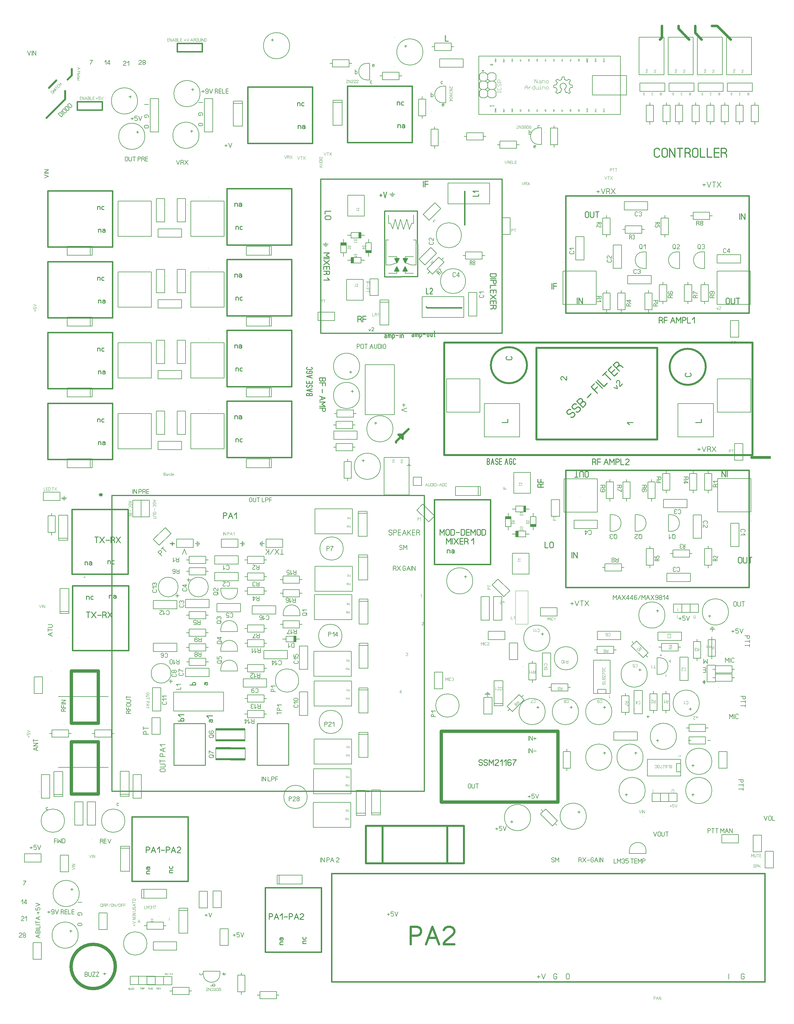
<source format=gbr>
%FSLAX34Y34*%
%MOMM*%
%LNSILK_TOP*%
G71*
G01*
%ADD10C,0.150*%
%ADD11C,0.167*%
%ADD12C,0.170*%
%ADD13C,0.144*%
%ADD14C,0.222*%
%ADD15C,0.111*%
%ADD16C,0.600*%
%ADD17C,0.333*%
%ADD18C,0.100*%
%ADD19C,0.200*%
%ADD20C,0.400*%
%ADD21C,0.300*%
%ADD22C,0.133*%
%ADD23C,0.206*%
%ADD24C,0.178*%
%ADD25C,0.250*%
%ADD26C,0.220*%
%ADD27C,0.160*%
%ADD28C,0.280*%
%ADD29C,1.000*%
%ADD30C,0.667*%
%ADD31C,0.067*%
%ADD32C,0.127*%
%ADD33C,0.102*%
%ADD34C,0.050*%
%ADD35C,0.203*%
%ADD36C,0.500*%
%ADD37C,0.650*%
%ADD38C,0.800*%
%ADD39C,0.090*%
%ADD40C,0.159*%
%LPD*%
G54D10*
X-547709Y-528433D02*
X-569884Y-528433D01*
X-569884Y-477733D01*
X-547709Y-477733D01*
X-547709Y-528433D01*
G54D10*
X-558797Y-528633D02*
X-558797Y-536533D01*
G54D10*
X-558797Y-477633D02*
X-558797Y-469733D01*
G54D11*
X-581055Y-494158D02*
X-582721Y-496158D01*
X-584388Y-496825D01*
X-587721Y-496825D01*
G54D11*
X-587721Y-491492D02*
X-574388Y-491492D01*
X-574388Y-494825D01*
X-575221Y-496158D01*
X-576888Y-496825D01*
X-578555Y-496825D01*
X-580221Y-496158D01*
X-581055Y-494825D01*
X-581055Y-491492D01*
G54D11*
X-587721Y-505825D02*
X-587721Y-500492D01*
X-586888Y-500492D01*
X-585221Y-501158D01*
X-580221Y-505158D01*
X-578555Y-505825D01*
X-576888Y-505825D01*
X-575221Y-505158D01*
X-574388Y-503825D01*
X-574388Y-502492D01*
X-575221Y-501158D01*
X-576888Y-500492D01*
G54D10*
X-627015Y-534414D02*
X-652416Y-534414D01*
X-652415Y-606014D01*
X-627015Y-606014D01*
X-627015Y-534414D01*
G54D11*
X-660307Y-579070D02*
X-658640Y-580070D01*
X-657807Y-582070D01*
X-657807Y-584070D01*
X-658640Y-586070D01*
X-660307Y-587070D01*
X-668640Y-587070D01*
X-670307Y-586070D01*
X-671140Y-584070D01*
X-671140Y-582070D01*
X-670307Y-580070D01*
X-668640Y-579070D01*
G54D11*
X-666140Y-575403D02*
X-671140Y-570403D01*
X-657807Y-570403D01*
G54D10*
X-512716Y-559814D02*
X-538116Y-559814D01*
X-538116Y-631414D01*
X-512716Y-631414D01*
X-512716Y-559814D01*
G54D11*
X-546007Y-604469D02*
X-544341Y-605469D01*
X-543507Y-607469D01*
X-543507Y-609469D01*
X-544341Y-611469D01*
X-546007Y-612469D01*
X-554341Y-612469D01*
X-556007Y-611469D01*
X-556841Y-609469D01*
X-556841Y-607469D01*
X-556007Y-605469D01*
X-554341Y-604469D01*
G54D11*
X-543507Y-592802D02*
X-543507Y-600802D01*
X-544341Y-600802D01*
X-546007Y-599802D01*
X-551007Y-593802D01*
X-552674Y-592802D01*
X-554341Y-592802D01*
X-556007Y-593802D01*
X-556841Y-595802D01*
X-556841Y-597802D01*
X-556007Y-599802D01*
X-554341Y-600802D01*
G54D10*
X-547693Y-757033D02*
X-569868Y-757033D01*
X-569868Y-706333D01*
X-547693Y-706333D01*
X-547693Y-757033D01*
G54D10*
X-558781Y-757233D02*
X-558781Y-765133D01*
G54D10*
X-558781Y-706233D02*
X-558781Y-698333D01*
G54D11*
X-581039Y-720558D02*
X-582706Y-723558D01*
X-584372Y-724558D01*
X-587706Y-724558D01*
G54D11*
X-587706Y-716558D02*
X-574372Y-716558D01*
X-574372Y-721558D01*
X-575206Y-723558D01*
X-576872Y-724558D01*
X-578539Y-724558D01*
X-580206Y-723558D01*
X-581039Y-721558D01*
X-581039Y-716558D01*
G54D11*
X-579372Y-728224D02*
X-574372Y-733224D01*
X-587706Y-733224D01*
G54D10*
X-450914Y-502069D02*
X-450914Y-524244D01*
X-501614Y-524244D01*
X-501614Y-502069D01*
X-450914Y-502069D01*
G54D10*
X-450714Y-513156D02*
X-442814Y-513156D01*
G54D10*
X-501714Y-513156D02*
X-509614Y-513156D01*
G54D11*
X-485188Y-535414D02*
X-483188Y-537081D01*
X-482522Y-538748D01*
X-482522Y-542081D01*
G54D11*
X-487855Y-542081D02*
X-487855Y-528748D01*
X-484522Y-528748D01*
X-483188Y-529581D01*
X-482522Y-531248D01*
X-482522Y-532914D01*
X-483188Y-534581D01*
X-484522Y-535414D01*
X-487855Y-535414D01*
G54D11*
X-478855Y-531248D02*
X-478188Y-529581D01*
X-476855Y-528748D01*
X-475522Y-528748D01*
X-474188Y-529581D01*
X-473522Y-531248D01*
X-473522Y-532914D01*
X-474188Y-534581D01*
X-475522Y-535414D01*
X-474188Y-536248D01*
X-473522Y-537914D01*
X-473522Y-539581D01*
X-474188Y-541248D01*
X-475522Y-542081D01*
X-476855Y-542081D01*
X-478188Y-541248D01*
X-478855Y-539581D01*
G54D10*
X-524305Y-706375D02*
X-502130Y-706375D01*
X-502130Y-757075D01*
X-524305Y-757074D01*
X-524305Y-706375D01*
G54D10*
X-513218Y-706174D02*
X-513218Y-698274D01*
G54D10*
X-513218Y-757175D02*
X-513218Y-765075D01*
G54D11*
X-490960Y-742817D02*
X-489293Y-739817D01*
X-487626Y-738817D01*
X-484293Y-738817D01*
G54D11*
X-484293Y-746817D02*
X-497626Y-746817D01*
X-497626Y-741817D01*
X-496793Y-739817D01*
X-495126Y-738817D01*
X-493460Y-738817D01*
X-491793Y-739817D01*
X-490960Y-741817D01*
X-490960Y-746817D01*
G54D11*
X-484293Y-729150D02*
X-497626Y-729150D01*
X-489293Y-735150D01*
X-487626Y-735150D01*
X-487626Y-727150D01*
G54D10*
X-369910Y-528434D02*
X-392085Y-528434D01*
X-392085Y-477734D01*
X-369910Y-477734D01*
X-369910Y-528434D01*
G54D10*
X-380997Y-528634D02*
X-380997Y-536534D01*
G54D10*
X-380997Y-477634D02*
X-380998Y-469734D01*
G54D11*
X-403255Y-494159D02*
X-404922Y-496159D01*
X-406588Y-496826D01*
X-409922Y-496826D01*
G54D11*
X-409922Y-491492D02*
X-396588Y-491492D01*
X-396588Y-494826D01*
X-397422Y-496159D01*
X-399088Y-496826D01*
X-400755Y-496826D01*
X-402422Y-496159D01*
X-403255Y-494826D01*
X-403255Y-491492D01*
G54D11*
X-396588Y-505826D02*
X-396588Y-500492D01*
X-402422Y-500492D01*
X-402422Y-501159D01*
X-401588Y-502492D01*
X-401588Y-503826D01*
X-402422Y-505159D01*
X-404088Y-505826D01*
X-407422Y-505826D01*
X-409088Y-505159D01*
X-409922Y-503826D01*
X-409922Y-502492D01*
X-409088Y-501159D01*
X-407422Y-500492D01*
G54D10*
X-422528Y-678466D02*
X-422528Y-653066D01*
X-494128Y-653066D01*
X-494128Y-678466D01*
X-422528Y-678466D01*
G54D11*
X-467184Y-645174D02*
X-468184Y-646841D01*
X-470184Y-647674D01*
X-472184Y-647674D01*
X-474184Y-646841D01*
X-475184Y-645174D01*
X-475184Y-636841D01*
X-474184Y-635174D01*
X-472184Y-634341D01*
X-470184Y-634341D01*
X-468184Y-635174D01*
X-467184Y-636841D01*
G54D11*
X-463517Y-636841D02*
X-462517Y-635174D01*
X-460517Y-634341D01*
X-458517Y-634341D01*
X-456517Y-635174D01*
X-455517Y-636841D01*
X-455517Y-638508D01*
X-456517Y-640174D01*
X-458517Y-641008D01*
X-456517Y-641841D01*
X-455517Y-643508D01*
X-455517Y-645174D01*
X-456517Y-646841D01*
X-458517Y-647674D01*
X-460517Y-647674D01*
X-462517Y-646841D01*
X-463517Y-645174D01*
G54D10*
X-397306Y-680975D02*
X-375130Y-680975D01*
X-375130Y-731675D01*
X-397306Y-731674D01*
X-397306Y-680975D01*
G54D10*
X-386218Y-680774D02*
X-386218Y-672874D01*
G54D10*
X-386218Y-731775D02*
X-386218Y-739675D01*
G54D11*
X-363960Y-717417D02*
X-362293Y-714417D01*
X-360626Y-713417D01*
X-357293Y-713417D01*
G54D11*
X-357293Y-721417D02*
X-370626Y-721417D01*
X-370626Y-716417D01*
X-369793Y-714417D01*
X-368126Y-713417D01*
X-366460Y-713417D01*
X-364793Y-714417D01*
X-363960Y-716417D01*
X-363960Y-721417D01*
G54D11*
X-368126Y-701750D02*
X-369793Y-702750D01*
X-370626Y-704750D01*
X-370626Y-706750D01*
X-369793Y-708750D01*
X-368126Y-709750D01*
X-363960Y-709750D01*
X-363126Y-709750D01*
X-364793Y-706750D01*
X-364793Y-704750D01*
X-363960Y-702750D01*
X-362293Y-701750D01*
X-359793Y-701750D01*
X-358126Y-702750D01*
X-357293Y-704750D01*
X-357293Y-706750D01*
X-358126Y-708750D01*
X-359793Y-709750D01*
X-363960Y-709750D01*
G54D10*
X-321106Y-680975D02*
X-298930Y-680975D01*
X-298930Y-731675D01*
X-321106Y-731674D01*
X-321106Y-680975D01*
G54D10*
X-310018Y-680774D02*
X-310018Y-672874D01*
G54D10*
X-310018Y-731775D02*
X-310018Y-739675D01*
G54D11*
X-287760Y-717417D02*
X-286093Y-714417D01*
X-284426Y-713417D01*
X-281093Y-713417D01*
G54D11*
X-281093Y-721417D02*
X-294426Y-721417D01*
X-294426Y-716417D01*
X-293593Y-714417D01*
X-291926Y-713417D01*
X-290260Y-713417D01*
X-288593Y-714417D01*
X-287760Y-716417D01*
X-287760Y-721417D01*
G54D11*
X-294426Y-709750D02*
X-294426Y-701750D01*
X-292760Y-702750D01*
X-290260Y-704750D01*
X-286926Y-706750D01*
X-284426Y-707750D01*
X-281093Y-707750D01*
G54D10*
X-270306Y-680975D02*
X-248130Y-680975D01*
X-248130Y-731675D01*
X-270306Y-731674D01*
X-270306Y-680975D01*
G54D10*
X-259218Y-680774D02*
X-259218Y-672874D01*
G54D10*
X-259218Y-731775D02*
X-259218Y-739675D01*
G54D11*
X-236960Y-717417D02*
X-235293Y-714417D01*
X-233626Y-713417D01*
X-230293Y-713417D01*
G54D11*
X-230293Y-721417D02*
X-243626Y-721417D01*
X-243626Y-716417D01*
X-242793Y-714417D01*
X-241126Y-713417D01*
X-239460Y-713417D01*
X-237793Y-714417D01*
X-236960Y-716417D01*
X-236960Y-721417D01*
G54D11*
X-232793Y-709750D02*
X-231126Y-708750D01*
X-230293Y-706750D01*
X-230293Y-704750D01*
X-231126Y-702750D01*
X-232793Y-701750D01*
X-236960Y-701750D01*
X-237793Y-701750D01*
X-236126Y-704750D01*
X-236126Y-706750D01*
X-236960Y-708750D01*
X-238626Y-709750D01*
X-241126Y-709750D01*
X-242793Y-708750D01*
X-243626Y-706750D01*
X-243626Y-704750D01*
X-242793Y-702750D01*
X-241126Y-701750D01*
X-236960Y-701750D01*
G54D10*
X-149473Y-614968D02*
X-149472Y-589568D01*
X-221073Y-589568D01*
X-221073Y-614968D01*
X-149473Y-614968D01*
G54D11*
X-194096Y-581676D02*
X-195096Y-583343D01*
X-197096Y-584176D01*
X-199096Y-584176D01*
X-201096Y-583343D01*
X-202096Y-581676D01*
X-202096Y-573343D01*
X-201096Y-571676D01*
X-199096Y-570843D01*
X-197096Y-570843D01*
X-195096Y-571676D01*
X-194096Y-573343D01*
G54D11*
X-184429Y-584176D02*
X-184429Y-570843D01*
X-190429Y-579176D01*
X-190429Y-580843D01*
X-182429Y-580843D01*
G54D10*
X-243938Y-460265D02*
X-243938Y-482440D01*
X-294638Y-482440D01*
X-294638Y-460265D01*
X-243938Y-460265D01*
G54D10*
X-243738Y-471352D02*
X-235838Y-471352D01*
G54D10*
X-294738Y-471352D02*
X-302638Y-471352D01*
G54D11*
X-280380Y-493610D02*
X-277380Y-495277D01*
X-276380Y-496944D01*
X-276380Y-500277D01*
G54D11*
X-284380Y-500277D02*
X-284380Y-486944D01*
X-279380Y-486944D01*
X-277380Y-487777D01*
X-276380Y-489444D01*
X-276380Y-491110D01*
X-277380Y-492777D01*
X-279380Y-493610D01*
X-284380Y-493610D01*
G54D11*
X-267714Y-493610D02*
X-269714Y-493610D01*
X-271714Y-492777D01*
X-272714Y-491110D01*
X-272714Y-489444D01*
X-271714Y-487777D01*
X-269714Y-486944D01*
X-267714Y-486944D01*
X-265714Y-487777D01*
X-264714Y-489444D01*
X-264714Y-491110D01*
X-265714Y-492777D01*
X-267714Y-493610D01*
X-265714Y-494444D01*
X-264714Y-496110D01*
X-264714Y-497777D01*
X-265714Y-499444D01*
X-267714Y-500277D01*
X-269714Y-500277D01*
X-271714Y-499444D01*
X-272714Y-497777D01*
X-272714Y-496110D01*
X-271714Y-494444D01*
X-269714Y-493610D01*
G54D10*
X-445784Y-581004D02*
X-437784Y-581004D01*
X-437784Y-631729D01*
X-445784Y-631729D01*
G54D10*
G75*
G01X-445746Y-580873D02*
G03X-445746Y-631873I0J-25500D01*
G01*
G54D11*
X-453929Y-569329D02*
X-448929Y-571829D01*
G54D11*
X-449929Y-560996D02*
X-449929Y-569329D01*
X-450929Y-570996D01*
X-452929Y-571829D01*
X-454929Y-571829D01*
X-456929Y-570996D01*
X-457929Y-569329D01*
X-457929Y-560996D01*
X-456929Y-559329D01*
X-454929Y-558496D01*
X-452929Y-558496D01*
X-450929Y-559329D01*
X-449929Y-560996D01*
G54D11*
X-445262Y-563496D02*
X-440262Y-558496D01*
X-440262Y-571829D01*
G54D10*
X-344184Y-581004D02*
X-336184Y-581004D01*
X-336184Y-631729D01*
X-344184Y-631729D01*
G54D10*
G75*
G01X-344146Y-580873D02*
G03X-344146Y-631873I0J-25500D01*
G01*
G54D12*
X-352329Y-569329D02*
X-347329Y-571829D01*
G54D12*
X-348329Y-560996D02*
X-348329Y-569329D01*
X-349329Y-570996D01*
X-351329Y-571829D01*
X-353329Y-571829D01*
X-355329Y-570996D01*
X-356329Y-569329D01*
X-356329Y-560996D01*
X-355329Y-559329D01*
X-353329Y-558496D01*
X-351329Y-558496D01*
X-349329Y-559329D01*
X-348329Y-560996D01*
G54D12*
X-335629Y-571829D02*
X-343629Y-571829D01*
X-343629Y-570996D01*
X-342629Y-569329D01*
X-336629Y-564329D01*
X-335629Y-562662D01*
X-335629Y-560996D01*
X-336629Y-559329D01*
X-338629Y-558496D01*
X-340629Y-558496D01*
X-342629Y-559329D01*
X-343629Y-560996D01*
G54D10*
X-267984Y-581004D02*
X-259984Y-581004D01*
X-259984Y-631729D01*
X-267984Y-631729D01*
G54D10*
G75*
G01X-267946Y-580873D02*
G03X-267946Y-631873I0J-25500D01*
G01*
G54D11*
X-276112Y-569329D02*
X-271112Y-571829D01*
G54D11*
X-272112Y-560996D02*
X-272112Y-569329D01*
X-273112Y-570996D01*
X-275112Y-571829D01*
X-277112Y-571829D01*
X-279112Y-570996D01*
X-280112Y-569329D01*
X-280112Y-560996D01*
X-279112Y-559329D01*
X-277112Y-558496D01*
X-275112Y-558496D01*
X-273112Y-559329D01*
X-272112Y-560996D01*
G54D11*
X-267445Y-560996D02*
X-266445Y-559329D01*
X-264445Y-558496D01*
X-262445Y-558496D01*
X-260445Y-559329D01*
X-259445Y-560996D01*
X-259445Y-562662D01*
X-260445Y-564329D01*
X-262445Y-565162D01*
X-260445Y-565996D01*
X-259445Y-567662D01*
X-259445Y-569329D01*
X-260445Y-570996D01*
X-262445Y-571829D01*
X-264445Y-571829D01*
X-266445Y-570996D01*
X-267445Y-569329D01*
G54D10*
X-690984Y-639504D02*
X-589384Y-639504D01*
X-589384Y-741104D01*
X-690984Y-741104D01*
X-690984Y-639504D01*
G54D13*
X-691734Y-612754D02*
X-691734Y-612754D01*
G54D13*
X-691734Y-632254D02*
X-691734Y-632254D01*
G54D10*
X-221084Y-639504D02*
X-119484Y-639504D01*
X-119484Y-741104D01*
X-221084Y-741104D01*
X-221084Y-639504D01*
G54D13*
X-221834Y-612754D02*
X-221834Y-612754D01*
G54D13*
X-221834Y-632254D02*
X-221834Y-632254D01*
G54D10*
X-504374Y-427761D02*
X-504374Y-453162D01*
X-432774Y-453161D01*
X-432774Y-427761D01*
X-504374Y-427761D01*
G54D11*
X-463385Y-469386D02*
X-464385Y-471052D01*
X-466385Y-471886D01*
X-468385Y-471886D01*
X-470385Y-471052D01*
X-471385Y-469386D01*
X-471385Y-461052D01*
X-470385Y-459386D01*
X-468385Y-458552D01*
X-466385Y-458552D01*
X-464385Y-459386D01*
X-463385Y-461052D01*
G54D11*
X-459718Y-461052D02*
X-458718Y-459386D01*
X-456718Y-458552D01*
X-454718Y-458552D01*
X-452718Y-459386D01*
X-451718Y-461052D01*
X-451718Y-462719D01*
X-452718Y-464386D01*
X-454718Y-465219D01*
X-452718Y-466052D01*
X-451718Y-467719D01*
X-451718Y-469386D01*
X-452718Y-471052D01*
X-454718Y-471886D01*
X-456718Y-471886D01*
X-458718Y-471052D01*
X-459718Y-469386D01*
G54D14*
X-184068Y-725084D02*
X-184068Y-736196D01*
X-185401Y-738418D01*
X-188068Y-739529D01*
X-190734Y-739529D01*
X-193401Y-738418D01*
X-194734Y-736196D01*
X-194734Y-725084D01*
X-193401Y-722862D01*
X-190734Y-721751D01*
X-188068Y-721751D01*
X-185401Y-722862D01*
X-184068Y-725084D01*
G54D14*
X-179178Y-721751D02*
X-179178Y-736196D01*
X-177845Y-738418D01*
X-175178Y-739529D01*
X-172512Y-739529D01*
X-169845Y-738418D01*
X-168512Y-736196D01*
X-168512Y-721751D01*
G54D14*
X-158289Y-739529D02*
X-158289Y-721751D01*
G54D14*
X-163622Y-721751D02*
X-152956Y-721751D01*
G54D10*
X-441755Y-706375D02*
X-419580Y-706375D01*
X-419580Y-757075D01*
X-441755Y-757074D01*
X-441755Y-706375D01*
G54D10*
X-430668Y-706174D02*
X-430668Y-698274D01*
G54D10*
X-430668Y-757175D02*
X-430668Y-765075D01*
G54D11*
X-408410Y-742817D02*
X-406743Y-739817D01*
X-405076Y-738817D01*
X-401743Y-738817D01*
G54D11*
X-401743Y-746817D02*
X-415076Y-746817D01*
X-415076Y-741817D01*
X-414243Y-739817D01*
X-412576Y-738817D01*
X-410910Y-738817D01*
X-409243Y-739817D01*
X-408410Y-741817D01*
X-408410Y-746817D01*
G54D11*
X-401743Y-729150D02*
X-415076Y-729150D01*
G54D11*
X-407076Y-729150D02*
X-408743Y-730150D01*
X-409243Y-732150D01*
X-408743Y-734150D01*
X-407076Y-735150D01*
X-403743Y-735150D01*
X-402076Y-734150D01*
X-401743Y-732150D01*
X-402076Y-730150D01*
X-403743Y-729150D01*
G54D15*
X-223400Y-751305D02*
X-220732Y-756305D01*
X-218066Y-751305D01*
G54D15*
X-210289Y-756305D02*
X-215622Y-756305D01*
X-215622Y-755750D01*
X-214956Y-754638D01*
X-210956Y-751305D01*
X-210289Y-750194D01*
X-210289Y-749083D01*
X-210956Y-747972D01*
X-212289Y-747416D01*
X-213622Y-747416D01*
X-214956Y-747972D01*
X-215622Y-749083D01*
G54D14*
X-647966Y-738735D02*
X-647966Y-720957D01*
G54D14*
X-643077Y-738735D02*
X-643077Y-720957D01*
X-632410Y-738735D01*
X-632410Y-720957D01*
G54D13*
X-640934Y-492104D02*
X-640934Y-492104D01*
G54D16*
X-773009Y-873245D02*
X-773010Y-1152645D01*
X-404709Y-1152645D01*
X-404709Y-873244D01*
X-773009Y-873245D01*
G54D14*
X-488896Y-1107700D02*
X-495562Y-1101033D01*
X-477784Y-1101033D01*
G54D14*
X-680635Y-960995D02*
X-680634Y-971662D01*
X-681746Y-971662D01*
X-683968Y-970328D01*
X-690635Y-962328D01*
X-692857Y-960995D01*
X-695079Y-960995D01*
X-697301Y-962328D01*
X-698412Y-964995D01*
X-698412Y-967662D01*
X-697301Y-970328D01*
X-695079Y-971662D01*
G54D16*
G75*
G01X-801034Y-926645D02*
G03X-801034Y-926645I-55000J0D01*
G01*
G54D16*
G75*
G01X-256034Y-931645D02*
G03X-256034Y-931645I-55000J0D01*
G01*
G54D10*
X-1045859Y-1069645D02*
X-1045859Y-968045D01*
X-944259Y-968045D01*
X-944259Y-1069645D01*
X-1045859Y-1069645D01*
G54D13*
X-1072609Y-1070395D02*
X-1072609Y-1070395D01*
G54D13*
X-1053109Y-1070395D02*
X-1053109Y-1070395D01*
G54D10*
X-220359Y-1069645D02*
X-220359Y-968045D01*
X-118759Y-968044D01*
X-118759Y-1069645D01*
X-220359Y-1069645D01*
G54D13*
X-247109Y-1070394D02*
X-247109Y-1070394D01*
G54D13*
X-227609Y-1070395D02*
X-227609Y-1070395D01*
G54D14*
X-287312Y-1100745D02*
X-269534Y-1100745D01*
X-269534Y-1091412D01*
G54D14*
X-304618Y-950378D02*
X-302395Y-951712D01*
X-301284Y-954378D01*
X-301284Y-957045D01*
X-302395Y-959712D01*
X-304618Y-961044D01*
X-315728Y-961045D01*
X-317950Y-959712D01*
X-319062Y-957045D01*
X-319062Y-954378D01*
X-317950Y-951712D01*
X-315728Y-950378D01*
G54D14*
X-850717Y-899578D02*
X-848495Y-900912D01*
X-847384Y-903578D01*
X-847384Y-906245D01*
X-848495Y-908912D01*
X-850718Y-910244D01*
X-861828Y-910244D01*
X-864051Y-908912D01*
X-865162Y-906245D01*
X-865162Y-903578D01*
X-864051Y-900912D01*
X-861828Y-899578D01*
G54D17*
X-667048Y-1085277D02*
X-663277Y-1086220D01*
X-659270Y-1084570D01*
X-656441Y-1081742D01*
X-654791Y-1077734D01*
X-655734Y-1073963D01*
X-658091Y-1071606D01*
X-661862Y-1070664D01*
X-665869Y-1072314D01*
X-668698Y-1075142D01*
X-672705Y-1076792D01*
X-676476Y-1075849D01*
X-678833Y-1073492D01*
X-679776Y-1069721D01*
X-678126Y-1065714D01*
X-675297Y-1062885D01*
X-671290Y-1061236D01*
X-667519Y-1062178D01*
G54D17*
X-650549Y-1068778D02*
X-646778Y-1069721D01*
X-642771Y-1068071D01*
X-639942Y-1065242D01*
X-638292Y-1061236D01*
X-639235Y-1057464D01*
X-641592Y-1055108D01*
X-645363Y-1054164D01*
X-649370Y-1055814D01*
X-652199Y-1058643D01*
X-656206Y-1060293D01*
X-659977Y-1059350D01*
X-662334Y-1056993D01*
X-663277Y-1053222D01*
X-661627Y-1049215D01*
X-658798Y-1046386D01*
X-654792Y-1044736D01*
X-651020Y-1045679D01*
G54D17*
X-630514Y-1055815D02*
X-649371Y-1036958D01*
X-642299Y-1029888D01*
X-638293Y-1028238D01*
X-634521Y-1029180D01*
X-632164Y-1031538D01*
X-631222Y-1035309D01*
X-632871Y-1039316D01*
X-628864Y-1037666D01*
X-625093Y-1038608D01*
X-622736Y-1040966D01*
X-621794Y-1044737D01*
X-623443Y-1048744D01*
X-630514Y-1055815D01*
G54D17*
X-639942Y-1046387D02*
X-632871Y-1039316D01*
G54D17*
X-616797Y-1025598D02*
X-605483Y-1014284D01*
G54D17*
X-586580Y-1011881D02*
X-605437Y-993024D01*
X-595537Y-983125D01*
G54D17*
X-596009Y-1002452D02*
X-586109Y-992553D01*
G54D17*
X-571496Y-996796D02*
X-590352Y-977940D01*
G54D17*
X-585167Y-972755D02*
X-566311Y-991611D01*
X-556411Y-981711D01*
G54D17*
X-545569Y-970869D02*
X-564425Y-952013D01*
G54D17*
X-570082Y-957670D02*
X-558768Y-946356D01*
G54D17*
X-524827Y-950128D02*
X-534727Y-960027D01*
X-553583Y-941171D01*
X-543684Y-931272D01*
G54D17*
X-544155Y-950599D02*
X-534256Y-940700D01*
G54D17*
X-523413Y-929858D02*
X-516814Y-927972D01*
X-513042Y-928915D01*
X-508329Y-933629D01*
G54D17*
X-519642Y-944942D02*
X-538498Y-926086D01*
X-531427Y-919015D01*
X-527420Y-917365D01*
X-523649Y-918308D01*
X-521292Y-920665D01*
X-520349Y-924436D01*
X-521999Y-928443D01*
X-529070Y-935514D01*
G54D10*
X-340552Y-1145582D02*
X-340552Y-1043982D01*
X-232602Y-1043982D01*
X-232602Y-1145582D01*
X-340552Y-1145582D01*
G54D14*
X-877862Y-1100745D02*
X-860084Y-1100745D01*
X-860084Y-1091412D01*
G54D10*
X-931102Y-1145582D02*
X-931102Y-1043982D01*
X-823152Y-1043982D01*
X-823152Y-1145582D01*
X-931102Y-1145582D01*
G54D14*
X-536100Y-994788D02*
X-525258Y-998088D01*
X-528558Y-987246D01*
G54D14*
X-510487Y-983317D02*
X-518029Y-990860D01*
X-518815Y-990074D01*
X-519443Y-987560D01*
X-518501Y-977189D01*
X-519129Y-974675D01*
X-520700Y-973104D01*
X-523215Y-972475D01*
X-525886Y-973575D01*
X-527772Y-975460D01*
X-528872Y-978132D01*
X-528243Y-980646D01*
G54D13*
X-640934Y-1328716D02*
X-640934Y-1328716D01*
G54D10*
X-1292784Y-583844D02*
X-1275384Y-583844D01*
X-1275384Y-553444D01*
X-1292784Y-553444D01*
X-1292784Y-583844D01*
G36*
X-1292684Y-583744D02*
X-1275984Y-583744D01*
X-1275984Y-576544D01*
X-1292684Y-576544D01*
X-1292684Y-583744D01*
G37*
G54D18*
X-1292684Y-583744D02*
X-1275984Y-583744D01*
X-1275984Y-576544D01*
X-1292684Y-576544D01*
X-1292684Y-583744D01*
G54D10*
X-1284084Y-594844D02*
X-1284084Y-583744D01*
G54D10*
X-1284084Y-553544D02*
X-1284084Y-542444D01*
G54D10*
X-1337384Y-598044D02*
X-1337384Y-615444D01*
X-1306984Y-615444D01*
X-1306984Y-598044D01*
X-1337384Y-598044D01*
G36*
X-1337284Y-598144D02*
X-1337284Y-614844D01*
X-1330084Y-614844D01*
X-1330084Y-598144D01*
X-1337284Y-598144D01*
G37*
G54D18*
X-1337284Y-598144D02*
X-1337284Y-614844D01*
X-1330084Y-614844D01*
X-1330084Y-598144D01*
X-1337284Y-598144D01*
G54D10*
X-1348384Y-606744D02*
X-1337284Y-606744D01*
G54D10*
X-1307084Y-606744D02*
X-1295984Y-606744D01*
G54D10*
X-1351584Y-553444D02*
X-1368984Y-553444D01*
X-1368984Y-583844D01*
X-1351584Y-583844D01*
X-1351584Y-553444D01*
G36*
X-1351684Y-553544D02*
X-1368384Y-553544D01*
X-1368384Y-560744D01*
X-1351684Y-560744D01*
X-1351684Y-553544D01*
G37*
G54D18*
X-1351684Y-553544D02*
X-1368384Y-553544D01*
X-1368384Y-560744D01*
X-1351684Y-560744D01*
X-1351684Y-553544D01*
G54D10*
X-1360284Y-542444D02*
X-1360284Y-553544D01*
G54D10*
X-1360284Y-583744D02*
X-1360284Y-594844D01*
G54D10*
X-1306984Y-539244D02*
X-1306984Y-521844D01*
X-1337384Y-521844D01*
X-1337384Y-539244D01*
X-1306984Y-539244D01*
G36*
X-1307084Y-539144D02*
X-1307084Y-522444D01*
X-1314284Y-522444D01*
X-1314284Y-539144D01*
X-1307084Y-539144D01*
G37*
G54D18*
X-1307084Y-539144D02*
X-1307084Y-522444D01*
X-1314284Y-522444D01*
X-1314284Y-539144D01*
X-1307084Y-539144D01*
G54D10*
X-1295984Y-530544D02*
X-1307084Y-530544D01*
G54D10*
X-1337284Y-530544D02*
X-1348384Y-530544D01*
G54D15*
X-1328534Y-587694D02*
X-1319646Y-587694D01*
X-1319646Y-589916D01*
X-1320201Y-590806D01*
X-1321312Y-591250D01*
X-1326868Y-591250D01*
X-1327979Y-590806D01*
X-1328534Y-589916D01*
X-1328534Y-587694D01*
G54D15*
X-1322979Y-593694D02*
X-1319646Y-595916D01*
X-1328534Y-595916D01*
G54D15*
X-1347584Y-562294D02*
X-1338696Y-562294D01*
X-1338696Y-564516D01*
X-1339251Y-565406D01*
X-1340362Y-565850D01*
X-1345918Y-565850D01*
X-1347029Y-565406D01*
X-1347584Y-564516D01*
X-1347584Y-562294D01*
G54D15*
X-1347584Y-571850D02*
X-1347584Y-568294D01*
X-1347029Y-568294D01*
X-1345918Y-568739D01*
X-1342584Y-571406D01*
X-1341473Y-571850D01*
X-1340362Y-571850D01*
X-1339251Y-571406D01*
X-1338696Y-570516D01*
X-1338696Y-569628D01*
X-1339251Y-568739D01*
X-1340362Y-568294D01*
G54D15*
X-1328534Y-543244D02*
X-1319646Y-543244D01*
X-1319646Y-545466D01*
X-1320201Y-546356D01*
X-1321312Y-546800D01*
X-1326868Y-546800D01*
X-1327979Y-546356D01*
X-1328534Y-545466D01*
X-1328534Y-543244D01*
G54D15*
X-1321312Y-549244D02*
X-1320201Y-549689D01*
X-1319646Y-550578D01*
X-1319646Y-551466D01*
X-1320201Y-552356D01*
X-1321312Y-552800D01*
X-1322423Y-552800D01*
X-1323534Y-552356D01*
X-1324090Y-551466D01*
X-1324646Y-552356D01*
X-1325757Y-552800D01*
X-1326868Y-552800D01*
X-1327979Y-552356D01*
X-1328534Y-551466D01*
X-1328534Y-550578D01*
X-1327979Y-549689D01*
X-1326868Y-549244D01*
G54D15*
X-1303134Y-562294D02*
X-1294246Y-562294D01*
X-1294246Y-564516D01*
X-1294801Y-565406D01*
X-1295912Y-565850D01*
X-1301468Y-565850D01*
X-1302579Y-565406D01*
X-1303134Y-564516D01*
X-1303134Y-562294D01*
G54D15*
X-1303134Y-570961D02*
X-1294246Y-570961D01*
X-1299801Y-568294D01*
X-1300912Y-568294D01*
X-1300912Y-571850D01*
G54D10*
X-1347672Y-408222D02*
X-1347672Y-471721D01*
X-1296872Y-471721D01*
X-1296872Y-408222D01*
X-1347672Y-408222D01*
G54D15*
X-1322272Y-448099D02*
X-1313384Y-448099D01*
G54D15*
X-1313384Y-446321D02*
X-1313384Y-449877D01*
G54D15*
X-1316717Y-452321D02*
X-1313384Y-454544D01*
X-1322272Y-454544D01*
G54D10*
X-1300166Y-728261D02*
X-1300166Y-664761D01*
X-1350965Y-664761D01*
X-1350965Y-728261D01*
X-1300166Y-728261D01*
G54D15*
X-1325566Y-679239D02*
X-1316677Y-679239D01*
G54D15*
X-1316677Y-677461D02*
X-1316677Y-681017D01*
G54D15*
X-1325566Y-687017D02*
X-1325565Y-683461D01*
X-1325010Y-683461D01*
X-1323899Y-683906D01*
X-1320565Y-686572D01*
X-1319454Y-687017D01*
X-1318343Y-687017D01*
X-1317232Y-686572D01*
X-1316676Y-685684D01*
X-1316677Y-684794D01*
X-1317232Y-683906D01*
X-1318343Y-683461D01*
G54D14*
X-1399218Y-457071D02*
X-1416996Y-457071D01*
X-1416996Y-466404D01*
G54D14*
X-1402551Y-481960D02*
X-1413662Y-481960D01*
X-1415884Y-480626D01*
X-1416996Y-477960D01*
X-1416996Y-475293D01*
X-1415884Y-472626D01*
X-1413662Y-471293D01*
X-1402551Y-471293D01*
X-1400329Y-472626D01*
X-1399218Y-475293D01*
X-1399218Y-477960D01*
X-1400329Y-480626D01*
X-1402551Y-481960D01*
G54D14*
X-1311640Y-785812D02*
X-1307639Y-788034D01*
X-1306306Y-790257D01*
X-1306306Y-794701D01*
G54D14*
X-1316973Y-794701D02*
X-1316973Y-776924D01*
X-1310306Y-776924D01*
X-1307640Y-778034D01*
X-1306306Y-780257D01*
X-1306306Y-782479D01*
X-1307639Y-784701D01*
X-1310306Y-785812D01*
X-1316973Y-785812D01*
G54D14*
X-1301417Y-794701D02*
X-1301417Y-776924D01*
X-1292083Y-776924D01*
G54D14*
X-1301417Y-785812D02*
X-1292083Y-785812D01*
G54D14*
X-1117084Y-383410D02*
X-1117084Y-365632D01*
G54D14*
X-1112196Y-383410D02*
X-1112196Y-365632D01*
X-1102862Y-365632D01*
G54D14*
X-1112196Y-374521D02*
X-1102862Y-374521D01*
G54D15*
X-1291583Y-671384D02*
X-1282694Y-671384D01*
G54D15*
X-1291583Y-673828D02*
X-1282694Y-673828D01*
X-1282694Y-678494D01*
G54D15*
X-1287138Y-673828D02*
X-1287138Y-678494D01*
G54D15*
X-1287694Y-680939D02*
X-1287694Y-686272D01*
G54D15*
X-1291583Y-691293D02*
X-1282694Y-691293D01*
X-1282694Y-694626D01*
X-1283250Y-695960D01*
X-1284361Y-696626D01*
X-1285472Y-696626D01*
X-1286583Y-695960D01*
X-1287138Y-694626D01*
X-1287138Y-691293D01*
G54D15*
X-1291583Y-701736D02*
X-1282694Y-701736D01*
G54D15*
X-1282694Y-699070D02*
X-1282694Y-704403D01*
G54D14*
X-1250122Y-408696D02*
X-1243011Y-408696D01*
G54D14*
X-1246567Y-404252D02*
X-1246567Y-413141D01*
G54D14*
X-1238122Y-398696D02*
X-1233678Y-416474D01*
X-1229233Y-398696D01*
G54D10*
X-915244Y-435260D02*
X-915244Y-371760D01*
X-1042244Y-371760D01*
X-1042244Y-435260D01*
X-915244Y-435260D01*
G54D10*
X-1069423Y-597300D02*
X-1053743Y-612981D01*
X-1089594Y-648831D01*
X-1105274Y-633151D01*
X-1069423Y-597300D01*
G54D10*
X-1061442Y-604999D02*
X-1055856Y-599413D01*
G54D10*
X-1097504Y-641062D02*
X-1103090Y-646648D01*
G54D11*
X-1070080Y-645115D02*
X-1067488Y-644879D01*
X-1065838Y-645586D01*
X-1063481Y-647943D01*
G54D11*
X-1067252Y-651714D02*
X-1076680Y-642286D01*
X-1074323Y-639930D01*
X-1072791Y-639576D01*
X-1071141Y-640283D01*
X-1069962Y-641462D01*
X-1069255Y-643112D01*
X-1069609Y-644644D01*
X-1071966Y-647000D01*
G54D11*
X-1070316Y-635922D02*
X-1066545Y-632151D01*
X-1065838Y-633801D01*
X-1065013Y-636512D01*
X-1063598Y-639812D01*
X-1062302Y-642051D01*
X-1059945Y-644408D01*
G54D11*
X-935268Y-712168D02*
X-933602Y-713168D01*
X-932768Y-715168D01*
X-932768Y-717168D01*
X-933602Y-719168D01*
X-935268Y-720168D01*
X-943602Y-720168D01*
X-945268Y-719168D01*
X-946102Y-717168D01*
X-946102Y-715168D01*
X-945268Y-713168D01*
X-943602Y-712168D01*
G54D11*
X-941102Y-708501D02*
X-946102Y-703501D01*
X-932768Y-703501D01*
G54D11*
X-1088755Y-550638D02*
X-1087088Y-551638D01*
X-1086255Y-553638D01*
X-1086255Y-555638D01*
X-1087088Y-557638D01*
X-1088755Y-558638D01*
X-1097088Y-558638D01*
X-1098755Y-557638D01*
X-1099588Y-555638D01*
X-1099588Y-553638D01*
X-1098755Y-551638D01*
X-1097088Y-550638D01*
G54D11*
X-1086255Y-538970D02*
X-1086255Y-546970D01*
X-1087088Y-546970D01*
X-1088755Y-545970D01*
X-1093755Y-539970D01*
X-1095422Y-538970D01*
X-1097088Y-538970D01*
X-1098755Y-539970D01*
X-1099588Y-541970D01*
X-1099588Y-543970D01*
X-1098755Y-545970D01*
X-1097088Y-546970D01*
G54D10*
X-937514Y-580936D02*
X-937514Y-603112D01*
X-988214Y-603112D01*
X-988214Y-580936D01*
X-937514Y-580936D01*
G54D10*
X-937314Y-592024D02*
X-929414Y-592024D01*
G54D10*
X-988314Y-592024D02*
X-996214Y-592024D01*
G54D11*
X-971789Y-614282D02*
X-969789Y-615948D01*
X-969122Y-617615D01*
X-969122Y-620948D01*
G54D11*
X-974455Y-620948D02*
X-974455Y-607615D01*
X-971122Y-607615D01*
X-969789Y-608448D01*
X-969122Y-610115D01*
X-969122Y-611782D01*
X-969789Y-613448D01*
X-971122Y-614282D01*
X-974455Y-614282D01*
G54D11*
X-962122Y-614282D02*
X-963455Y-614282D01*
X-964789Y-613448D01*
X-965455Y-611782D01*
X-965455Y-610115D01*
X-964789Y-608448D01*
X-963455Y-607615D01*
X-962122Y-607615D01*
X-960789Y-608448D01*
X-960122Y-610115D01*
X-960122Y-611782D01*
X-960789Y-613448D01*
X-962122Y-614282D01*
X-960789Y-615115D01*
X-960122Y-616782D01*
X-960122Y-618448D01*
X-960789Y-620115D01*
X-962122Y-620948D01*
X-963455Y-620948D01*
X-964789Y-620115D01*
X-965455Y-618448D01*
X-965455Y-616782D01*
X-964789Y-615115D01*
X-963455Y-614282D01*
G54D14*
X-1107871Y-691653D02*
X-1107871Y-709431D01*
X-1101649Y-709431D01*
G54D14*
X-1089649Y-709431D02*
X-1096760Y-709431D01*
X-1096760Y-708320D01*
X-1095871Y-706098D01*
X-1090538Y-699431D01*
X-1089649Y-697208D01*
X-1089649Y-694986D01*
X-1090538Y-692764D01*
X-1092316Y-691653D01*
X-1094093Y-691653D01*
X-1095871Y-692764D01*
X-1096760Y-694986D01*
G54D14*
X-966716Y-411478D02*
X-948938Y-411478D01*
X-948938Y-405256D01*
G54D14*
X-960049Y-400367D02*
X-966716Y-395922D01*
X-948938Y-395922D01*
G54D19*
G75*
G01X-1001044Y-530510D02*
G03X-1001044Y-530510I-38100J0D01*
G01*
G54D19*
G75*
G01X-988344Y-670210D02*
G03X-988344Y-670210I-38100J0D01*
G01*
G54D11*
X-1018490Y-654648D02*
X-1019490Y-656315D01*
X-1021490Y-657148D01*
X-1023490Y-657148D01*
X-1025490Y-656315D01*
X-1026490Y-654648D01*
X-1026490Y-646315D01*
X-1025490Y-644648D01*
X-1023490Y-643815D01*
X-1021490Y-643815D01*
X-1019491Y-644648D01*
X-1018490Y-646315D01*
G54D11*
X-1008824Y-657148D02*
X-1008824Y-643815D01*
X-1014823Y-652148D01*
X-1014824Y-653815D01*
X-1006824Y-653815D01*
G54D10*
X-978970Y-776532D02*
X-953570Y-776532D01*
X-953570Y-704932D01*
X-978970Y-704932D01*
X-978970Y-776532D01*
G54D11*
X-948178Y-723876D02*
X-948178Y-723876D01*
G54D20*
X-991444Y-498760D02*
X-991444Y-397160D01*
G54D21*
X-1235190Y-657106D02*
X-1134590Y-657006D01*
X-1134690Y-457106D01*
X-1235190Y-457106D01*
X-1235190Y-657106D01*
G54D19*
X-1223090Y-468506D02*
X-1223090Y-493906D01*
X-1216790Y-493906D01*
X-1216890Y-493906D01*
X-1210490Y-511406D01*
X-1210390Y-511406D01*
X-1202490Y-481206D01*
X-1194490Y-513006D01*
X-1186590Y-481206D01*
X-1176990Y-513006D01*
X-1167590Y-481206D01*
X-1159590Y-513006D01*
X-1153190Y-493906D01*
X-1146890Y-493906D01*
X-1146890Y-468506D01*
G54D19*
X-1223090Y-646306D02*
X-1197790Y-646306D01*
X-1197790Y-627306D01*
G54D19*
X-1223090Y-595506D02*
X-1197790Y-595506D01*
X-1197790Y-614506D01*
G54D19*
X-1146890Y-646306D02*
X-1172290Y-646306D01*
X-1172290Y-627306D01*
G54D19*
X-1146890Y-595506D02*
X-1172290Y-595506D01*
X-1172290Y-614506D01*
G36*
X-1197690Y-627306D02*
X-1197690Y-627206D01*
X-1204090Y-639906D01*
X-1191390Y-639906D01*
X-1197790Y-627306D01*
X-1197690Y-627306D01*
G37*
G54D21*
X-1197690Y-627306D02*
X-1197690Y-627206D01*
X-1204090Y-639906D01*
X-1191390Y-639906D01*
X-1197790Y-627306D01*
X-1197690Y-627306D01*
G36*
X-1172290Y-627406D02*
X-1172290Y-627306D01*
X-1178690Y-640006D01*
X-1165990Y-640006D01*
X-1172390Y-627406D01*
X-1172290Y-627406D01*
G37*
G54D21*
X-1172290Y-627406D02*
X-1172290Y-627306D01*
X-1178690Y-640006D01*
X-1165990Y-640006D01*
X-1172390Y-627406D01*
X-1172290Y-627406D01*
G36*
X-1197590Y-614306D02*
X-1197590Y-614406D01*
X-1191190Y-601706D01*
X-1203890Y-601706D01*
X-1197490Y-614306D01*
X-1197590Y-614306D01*
G37*
G54D21*
X-1197590Y-614306D02*
X-1197590Y-614406D01*
X-1191190Y-601706D01*
X-1203890Y-601706D01*
X-1197490Y-614306D01*
X-1197590Y-614306D01*
G36*
X-1172290Y-614406D02*
X-1172290Y-614506D01*
X-1165890Y-601806D01*
X-1178590Y-601806D01*
X-1172190Y-614406D01*
X-1172290Y-614406D01*
G37*
G54D21*
X-1172290Y-614406D02*
X-1172290Y-614506D01*
X-1165890Y-601806D01*
X-1178590Y-601806D01*
X-1172190Y-614406D01*
X-1172290Y-614406D01*
G54D19*
X-1197690Y-614506D02*
X-1197690Y-614606D01*
X-1216690Y-621006D01*
X-1216690Y-620906D01*
X-1230990Y-620906D01*
X-1230990Y-557406D01*
X-1230990Y-544706D01*
X-1223090Y-544706D01*
G54D19*
X-1172290Y-614506D02*
X-1172290Y-614506D01*
X-1153290Y-620906D01*
X-1138990Y-620906D01*
X-1138990Y-544706D01*
X-1146890Y-544706D01*
G54D10*
X-1221891Y-804168D02*
X-1249291Y-804168D01*
X-1249291Y-727968D01*
X-1221891Y-727968D01*
X-1221891Y-804168D01*
G54D10*
X-1249291Y-734268D02*
X-1221891Y-734268D01*
G54D15*
X-1272008Y-767634D02*
X-1272008Y-776523D01*
X-1267342Y-776523D01*
G54D15*
X-1262230Y-772079D02*
X-1260231Y-773190D01*
X-1259564Y-774301D01*
X-1259564Y-776523D01*
G54D15*
X-1264897Y-776523D02*
X-1264897Y-767634D01*
X-1261564Y-767634D01*
X-1260230Y-768190D01*
X-1259564Y-769301D01*
X-1259564Y-770412D01*
X-1260231Y-771523D01*
X-1261564Y-772079D01*
X-1264897Y-772079D01*
G54D15*
X-1257120Y-770968D02*
X-1253787Y-767634D01*
X-1253787Y-776523D01*
G54D10*
X-993359Y-780814D02*
X-993359Y-717314D01*
X-1120359Y-717314D01*
X-1120359Y-780814D01*
X-993359Y-780814D01*
G54D20*
X-1000639Y-751309D02*
X-1105414Y-751309D01*
X-1107659Y-749064D01*
G54D19*
X-1211336Y-399098D02*
X-1211336Y-405448D01*
G54D19*
X-1203398Y-405448D02*
X-1219273Y-405448D01*
G54D19*
X-1216892Y-408622D02*
X-1205780Y-408622D01*
G54D19*
X-1208955Y-411798D02*
X-1213717Y-411798D01*
G54D22*
X-1283544Y-816610D02*
X-1280344Y-822610D01*
X-1277144Y-816610D01*
G54D22*
X-1267811Y-822610D02*
X-1274211Y-822610D01*
X-1274211Y-821944D01*
X-1273411Y-820610D01*
X-1268611Y-816610D01*
X-1267811Y-815277D01*
X-1267811Y-813944D01*
X-1268611Y-812610D01*
X-1270211Y-811944D01*
X-1271811Y-811944D01*
X-1273411Y-812610D01*
X-1274211Y-813944D01*
G54D19*
X-1414536Y-551498D02*
X-1414536Y-557848D01*
G54D19*
X-1406598Y-557848D02*
X-1422473Y-557848D01*
G54D19*
X-1420092Y-561022D02*
X-1408980Y-561022D01*
G54D19*
X-1412155Y-564198D02*
X-1416917Y-564198D01*
G54D14*
X-1234871Y-833892D02*
X-1233094Y-832781D01*
X-1230960Y-832781D01*
X-1229538Y-835004D01*
X-1229538Y-842781D01*
G54D14*
X-1229538Y-839448D02*
X-1230427Y-837226D01*
X-1232205Y-836781D01*
X-1233982Y-837226D01*
X-1234871Y-839448D01*
X-1234516Y-841670D01*
X-1233094Y-842781D01*
X-1232205Y-842781D01*
X-1231849Y-842781D01*
X-1230427Y-841670D01*
X-1229538Y-839448D01*
G54D14*
X-1224649Y-842781D02*
X-1224649Y-832781D01*
G54D14*
X-1224649Y-834559D02*
X-1222872Y-832781D01*
X-1221094Y-833448D01*
X-1220205Y-835004D01*
X-1220205Y-842781D01*
G54D14*
X-1220205Y-834559D02*
X-1218427Y-832781D01*
X-1216649Y-833448D01*
X-1215760Y-835004D01*
X-1215760Y-842781D01*
G54D14*
X-1210871Y-832781D02*
X-1210871Y-847226D01*
G54D14*
X-1210871Y-839448D02*
X-1209982Y-842337D01*
X-1208205Y-842781D01*
X-1206427Y-842337D01*
X-1205538Y-840114D01*
X-1205538Y-835670D01*
X-1206427Y-833448D01*
X-1208205Y-832781D01*
X-1209982Y-833448D01*
X-1210871Y-836114D01*
G54D14*
X-1200649Y-835004D02*
X-1193538Y-835004D01*
G54D14*
X-1188649Y-842781D02*
X-1188649Y-832781D01*
G54D14*
X-1188649Y-829448D02*
X-1188649Y-829448D01*
G54D14*
X-1183760Y-842781D02*
X-1183760Y-832781D01*
G54D14*
X-1183760Y-835004D02*
X-1182871Y-833448D01*
X-1181094Y-832781D01*
X-1179316Y-833448D01*
X-1178427Y-835004D01*
X-1178427Y-842781D01*
G54D14*
X-1152006Y-830647D02*
X-1150228Y-829536D01*
X-1148094Y-829536D01*
X-1146672Y-831758D01*
X-1146672Y-839536D01*
G54D14*
X-1146672Y-836202D02*
X-1147561Y-833980D01*
X-1149339Y-833536D01*
X-1151117Y-833980D01*
X-1152006Y-836203D01*
X-1151650Y-838425D01*
X-1150228Y-839536D01*
X-1149339Y-839536D01*
X-1148983Y-839536D01*
X-1147561Y-838425D01*
X-1146672Y-836202D01*
G54D14*
X-1141784Y-839536D02*
X-1141784Y-829536D01*
G54D14*
X-1141784Y-831314D02*
X-1140006Y-829536D01*
X-1138228Y-830202D01*
X-1137339Y-831758D01*
X-1137339Y-839536D01*
G54D14*
X-1137339Y-831314D02*
X-1135561Y-829536D01*
X-1133784Y-830202D01*
X-1132895Y-831758D01*
X-1132895Y-839536D01*
G54D14*
X-1128006Y-829536D02*
X-1128006Y-843980D01*
G54D14*
X-1128006Y-836203D02*
X-1127117Y-839092D01*
X-1125339Y-839536D01*
X-1123561Y-839092D01*
X-1122672Y-836870D01*
X-1122672Y-832425D01*
X-1123561Y-830203D01*
X-1125339Y-829536D01*
X-1127117Y-830203D01*
X-1128006Y-832870D01*
G54D14*
X-1117784Y-831758D02*
X-1110672Y-831758D01*
G54D14*
X-1100450Y-836870D02*
X-1100450Y-832425D01*
X-1101339Y-830202D01*
X-1103117Y-829536D01*
X-1104895Y-830202D01*
X-1105784Y-832425D01*
X-1105784Y-836870D01*
X-1104895Y-839092D01*
X-1103117Y-839536D01*
X-1101339Y-839092D01*
X-1100450Y-836870D01*
G54D14*
X-1090228Y-829536D02*
X-1090228Y-839536D01*
G54D14*
X-1090228Y-837314D02*
X-1091117Y-839092D01*
X-1092895Y-839536D01*
X-1094673Y-839092D01*
X-1095562Y-837314D01*
X-1095562Y-829536D01*
G54D14*
X-1083562Y-821758D02*
X-1083562Y-838425D01*
X-1082673Y-839536D01*
X-1081784Y-839092D01*
G54D14*
X-1085340Y-829536D02*
X-1081784Y-829536D01*
G54D14*
X-724972Y-694560D02*
X-724972Y-676782D01*
G54D14*
X-720083Y-694560D02*
X-720083Y-676782D01*
X-710750Y-676782D01*
G54D14*
X-720083Y-685671D02*
X-710750Y-685671D01*
G54D10*
X-849305Y-1387846D02*
X-866705Y-1387846D01*
X-866706Y-1418246D01*
X-849305Y-1418246D01*
X-849305Y-1387846D01*
G36*
X-849405Y-1387946D02*
X-866105Y-1387946D01*
X-866105Y-1395146D01*
X-849406Y-1395146D01*
X-849405Y-1387946D01*
G37*
G54D18*
X-849405Y-1387946D02*
X-866105Y-1387946D01*
X-866105Y-1395146D01*
X-849406Y-1395146D01*
X-849405Y-1387946D01*
G54D10*
X-858006Y-1376846D02*
X-858006Y-1387946D01*
G54D10*
X-858006Y-1418146D02*
X-858006Y-1429246D01*
G54D10*
X-804705Y-1373646D02*
X-804706Y-1356246D01*
X-835106Y-1356246D01*
X-835106Y-1373646D01*
X-804705Y-1373646D01*
G36*
X-804806Y-1373546D02*
X-804806Y-1356846D01*
X-812006Y-1356846D01*
X-812006Y-1373546D01*
X-804806Y-1373546D01*
G37*
G54D18*
X-804806Y-1373546D02*
X-804806Y-1356846D01*
X-812006Y-1356846D01*
X-812006Y-1373546D01*
X-804806Y-1373546D01*
G54D10*
X-793706Y-1364946D02*
X-804805Y-1364946D01*
G54D10*
X-835006Y-1364946D02*
X-846105Y-1364946D01*
G54D10*
X-790506Y-1418246D02*
X-773105Y-1418246D01*
X-773106Y-1387846D01*
X-790506Y-1387846D01*
X-790506Y-1418246D01*
G36*
X-790406Y-1418146D02*
X-773706Y-1418146D01*
X-773706Y-1410946D01*
X-790406Y-1410946D01*
X-790406Y-1418146D01*
G37*
G54D18*
X-790406Y-1418146D02*
X-773706Y-1418146D01*
X-773706Y-1410946D01*
X-790406Y-1410946D01*
X-790406Y-1418146D01*
G54D10*
X-781806Y-1429246D02*
X-781806Y-1418146D01*
G54D10*
X-781806Y-1387946D02*
X-781806Y-1376846D01*
G54D10*
X-835106Y-1432446D02*
X-835106Y-1449846D01*
X-804706Y-1449846D01*
X-804706Y-1432446D01*
X-835106Y-1432446D01*
G36*
X-835006Y-1432546D02*
X-835006Y-1449246D01*
X-827806Y-1449246D01*
X-827806Y-1432546D01*
X-835006Y-1432546D01*
G37*
G54D18*
X-835006Y-1432546D02*
X-835006Y-1449246D01*
X-827806Y-1449246D01*
X-827806Y-1432546D01*
X-835006Y-1432546D01*
G54D10*
X-846106Y-1441146D02*
X-835006Y-1441146D01*
G54D10*
X-804806Y-1441146D02*
X-793706Y-1441146D01*
G54D15*
X-813555Y-1383996D02*
X-822444Y-1383996D01*
X-822444Y-1381774D01*
X-821889Y-1380885D01*
X-820778Y-1380440D01*
X-815222Y-1380440D01*
X-814111Y-1380885D01*
X-813555Y-1381774D01*
X-813555Y-1383996D01*
G54D15*
X-819111Y-1377996D02*
X-822444Y-1375774D01*
X-813555Y-1375774D01*
G54D15*
X-794506Y-1409396D02*
X-803394Y-1409396D01*
X-803394Y-1407174D01*
X-802839Y-1406285D01*
X-801728Y-1405840D01*
X-796172Y-1405840D01*
X-795061Y-1406285D01*
X-794505Y-1407174D01*
X-794506Y-1409396D01*
G54D15*
X-794506Y-1399840D02*
X-794506Y-1403396D01*
X-795061Y-1403396D01*
X-796172Y-1402952D01*
X-799505Y-1400285D01*
X-800617Y-1399840D01*
X-801728Y-1399840D01*
X-802839Y-1400285D01*
X-803394Y-1401174D01*
X-803394Y-1402063D01*
X-802839Y-1402952D01*
X-801728Y-1403396D01*
G54D15*
X-813556Y-1428446D02*
X-822444Y-1428446D01*
X-822444Y-1426224D01*
X-821889Y-1425335D01*
X-820778Y-1424890D01*
X-815222Y-1424890D01*
X-814111Y-1425335D01*
X-813556Y-1426224D01*
X-813556Y-1428446D01*
G54D15*
X-820778Y-1422446D02*
X-821889Y-1422002D01*
X-822444Y-1421112D01*
X-822444Y-1420224D01*
X-821889Y-1419335D01*
X-820778Y-1418890D01*
X-819667Y-1418890D01*
X-818556Y-1419335D01*
X-818000Y-1420224D01*
X-817444Y-1419335D01*
X-816333Y-1418890D01*
X-815222Y-1418890D01*
X-814111Y-1419335D01*
X-813556Y-1420224D01*
X-813555Y-1421112D01*
X-814111Y-1422002D01*
X-815222Y-1422446D01*
G54D15*
X-838956Y-1409396D02*
X-847844Y-1409396D01*
X-847844Y-1407174D01*
X-847289Y-1406285D01*
X-846178Y-1405840D01*
X-840622Y-1405840D01*
X-839511Y-1406285D01*
X-838955Y-1407174D01*
X-838956Y-1409396D01*
G54D15*
X-838956Y-1400729D02*
X-847844Y-1400729D01*
X-842289Y-1403396D01*
X-841178Y-1403396D01*
X-841178Y-1399840D01*
G54D10*
X-794418Y-1563469D02*
X-794418Y-1499969D01*
X-845218Y-1499969D01*
X-845218Y-1563469D01*
X-794418Y-1563469D01*
G54D15*
X-819818Y-1523591D02*
X-828706Y-1523591D01*
G54D15*
X-828707Y-1525369D02*
X-828706Y-1521814D01*
G54D15*
X-825373Y-1519369D02*
X-828706Y-1517147D01*
X-819818Y-1517147D01*
G54D10*
X-841530Y-1253505D02*
X-841531Y-1317005D01*
X-790731Y-1317005D01*
X-790731Y-1253505D01*
X-841530Y-1253505D01*
G54D15*
X-816524Y-1292451D02*
X-825413Y-1292451D01*
G54D15*
X-825413Y-1294229D02*
X-825413Y-1290674D01*
G54D15*
X-816524Y-1284674D02*
X-816524Y-1288229D01*
X-817080Y-1288229D01*
X-818191Y-1287784D01*
X-821525Y-1285118D01*
X-822636Y-1284674D01*
X-823747Y-1284674D01*
X-824858Y-1285118D01*
X-825413Y-1286007D01*
X-825413Y-1286896D01*
X-824858Y-1287784D01*
X-823747Y-1288229D01*
G54D14*
X-746071Y-1465572D02*
X-746071Y-1483350D01*
X-736737Y-1483350D01*
G54D14*
X-721182Y-1468906D02*
X-721182Y-1480016D01*
X-722515Y-1482239D01*
X-725182Y-1483350D01*
X-727849Y-1483350D01*
X-730515Y-1482239D01*
X-731849Y-1480016D01*
X-731849Y-1468906D01*
X-730515Y-1466683D01*
X-727849Y-1465572D01*
X-725182Y-1465572D01*
X-722515Y-1466683D01*
X-721182Y-1468906D01*
G54D14*
X-759383Y-1293386D02*
X-757161Y-1289386D01*
X-754939Y-1288052D01*
X-750494Y-1288052D01*
G54D14*
X-750494Y-1298719D02*
X-768272Y-1298719D01*
X-768272Y-1292052D01*
X-767161Y-1289386D01*
X-764939Y-1288052D01*
X-762717Y-1288052D01*
X-760494Y-1289386D01*
X-759383Y-1292052D01*
X-759383Y-1298719D01*
G54D14*
X-750494Y-1283163D02*
X-768272Y-1283163D01*
X-768272Y-1273830D01*
G54D14*
X-759383Y-1283163D02*
X-759383Y-1273830D01*
G54D15*
X-864794Y-1305069D02*
X-873683Y-1305069D01*
G54D15*
X-864794Y-1302625D02*
X-873683Y-1302625D01*
X-873683Y-1297958D01*
G54D15*
X-869239Y-1302625D02*
X-869239Y-1297958D01*
G54D15*
X-870028Y-1650559D02*
X-872695Y-1645559D01*
X-875362Y-1650559D01*
G54D15*
X-883139Y-1645559D02*
X-877805Y-1645559D01*
X-877805Y-1646115D01*
X-878472Y-1647226D01*
X-882472Y-1650559D01*
X-883138Y-1651670D01*
X-883139Y-1652782D01*
X-882472Y-1653892D01*
X-881139Y-1654448D01*
X-879805Y-1654448D01*
X-878472Y-1653892D01*
X-877806Y-1652782D01*
G54D20*
X-912095Y-1336899D02*
X-912095Y-1533749D01*
X-1083545Y-1533749D01*
X-1083545Y-1336899D01*
X-912095Y-1336899D01*
G54D14*
X-1044189Y-1498822D02*
X-1044189Y-1488822D01*
G54D14*
X-1044189Y-1491045D02*
X-1042856Y-1489489D01*
X-1040189Y-1488822D01*
X-1037523Y-1489489D01*
X-1036189Y-1491044D01*
X-1036189Y-1498822D01*
G54D14*
X-1031300Y-1489934D02*
X-1028634Y-1488822D01*
X-1025434Y-1488822D01*
X-1023300Y-1491044D01*
X-1023300Y-1498822D01*
G54D14*
X-1023300Y-1495489D02*
X-1024633Y-1493267D01*
X-1027300Y-1492822D01*
X-1029967Y-1493267D01*
X-1031300Y-1495489D01*
X-1030767Y-1497712D01*
X-1028634Y-1498822D01*
X-1027300Y-1498822D01*
X-1026767Y-1498822D01*
X-1024633Y-1497712D01*
X-1023300Y-1495489D01*
G54D10*
X-1019293Y-1323996D02*
X-1019293Y-1296596D01*
X-943093Y-1296596D01*
X-943093Y-1323996D01*
X-1019293Y-1323996D01*
G54D10*
X-949393Y-1296596D02*
X-949393Y-1323996D01*
G54D18*
X-835909Y-1614368D02*
X-797809Y-1614367D01*
X-797809Y-1715968D01*
X-835909Y-1715968D01*
X-835909Y-1614368D01*
G54D10*
X-877664Y-1632227D02*
X-903065Y-1632226D01*
X-903065Y-1703827D01*
X-877665Y-1703826D01*
X-877664Y-1632227D01*
G54D15*
X-849324Y-1692036D02*
X-849324Y-1700925D01*
X-844658Y-1700925D01*
G54D15*
X-842213Y-1695370D02*
X-838880Y-1692036D01*
X-838880Y-1700925D01*
G54D10*
X-915764Y-1632227D02*
X-941165Y-1632227D01*
X-941165Y-1703827D01*
X-915765Y-1703826D01*
X-915764Y-1632227D01*
G54D10*
X-1329666Y-1063276D02*
X-1329666Y-1085450D01*
X-1380366Y-1085451D01*
X-1380366Y-1063276D01*
X-1329666Y-1063276D01*
G54D10*
X-1329466Y-1074363D02*
X-1321566Y-1074363D01*
G54D10*
X-1380466Y-1074363D02*
X-1388366Y-1074363D01*
G54D11*
X-1370108Y-1103288D02*
X-1370108Y-1103288D01*
G54D10*
X-1383016Y-1119828D02*
X-1383016Y-1097653D01*
X-1332316Y-1097653D01*
X-1332316Y-1119828D01*
X-1383016Y-1119828D01*
G54D10*
X-1383216Y-1108741D02*
X-1391116Y-1108740D01*
G54D10*
X-1332216Y-1108740D02*
X-1324316Y-1108740D01*
G54D11*
X-1342574Y-1079816D02*
X-1342574Y-1079816D01*
G54D10*
X-1390094Y-1127324D02*
X-1390093Y-1152725D01*
X-1318493Y-1152725D01*
X-1318494Y-1127325D01*
X-1390094Y-1127324D01*
G54D11*
X-1337438Y-1158116D02*
X-1337438Y-1158116D01*
G54D10*
X-1338335Y-951309D02*
X-1338335Y-943709D01*
G54D10*
X-1342135Y-947509D02*
X-1334535Y-947509D01*
G54D10*
G75*
G01X-1311185Y-930003D02*
G03X-1311185Y-930003I-39850J0D01*
G01*
G54D10*
X-1358571Y-1220480D02*
X-1336396Y-1220480D01*
X-1336396Y-1271180D01*
X-1358571Y-1271180D01*
X-1358571Y-1220480D01*
G54D10*
X-1347484Y-1220280D02*
X-1347484Y-1212380D01*
G54D10*
X-1347484Y-1271280D02*
X-1347484Y-1279180D01*
G54D11*
X-1318559Y-1260922D02*
X-1318559Y-1260922D01*
G54D10*
X-1300235Y-1213497D02*
X-1300235Y-1221096D01*
G54D10*
X-1296435Y-1217297D02*
X-1304035Y-1217296D01*
G54D10*
G75*
G01X-1247685Y-1234803D02*
G03X-1247685Y-1234803I-39850J0D01*
G01*
G54D10*
X-1329729Y-1006202D02*
X-1337329Y-1006202D01*
G54D10*
X-1333529Y-1010002D02*
X-1333529Y-1002402D01*
G54D10*
G75*
G01X-1311185Y-1018903D02*
G03X-1311185Y-1018903I-39850J0D01*
G01*
G54D10*
X-1262135Y-1099196D02*
X-1262135Y-1106796D01*
G54D10*
X-1258335Y-1102996D02*
X-1265935Y-1102996D01*
G54D10*
G75*
G01X-1209585Y-1120502D02*
G03X-1209585Y-1120502I-39850J0D01*
G01*
G54D10*
X-1382961Y-1187475D02*
X-1382961Y-1165300D01*
X-1332261Y-1165300D01*
X-1332261Y-1187475D01*
X-1382961Y-1187475D01*
G54D10*
X-1383161Y-1176388D02*
X-1391061Y-1176388D01*
G54D10*
X-1332161Y-1176388D02*
X-1324261Y-1176388D01*
G54D11*
X-1346020Y-1147463D02*
X-1346020Y-1147463D01*
G54D19*
X-1176421Y-1043326D02*
X-1176421Y-1052926D01*
G54D19*
X-1172421Y-1048126D02*
X-1180421Y-1048126D01*
G54D19*
X-1167421Y-1057326D02*
X-1183421Y-1063326D01*
X-1167421Y-1069326D01*
G54D19*
X-1204985Y-925197D02*
X-1204985Y-1077597D01*
X-1293885Y-1077597D01*
X-1293885Y-925197D01*
X-1204985Y-925197D01*
G54D19*
X-1221867Y-1441857D02*
X-1220667Y-1443857D01*
X-1218267Y-1444857D01*
X-1215867Y-1444857D01*
X-1213467Y-1443857D01*
X-1212267Y-1441857D01*
X-1212267Y-1439857D01*
X-1213467Y-1437857D01*
X-1215867Y-1436857D01*
X-1218267Y-1436857D01*
X-1220667Y-1435857D01*
X-1221867Y-1433857D01*
X-1221867Y-1431857D01*
X-1220667Y-1429857D01*
X-1218267Y-1428857D01*
X-1215867Y-1428857D01*
X-1213467Y-1429857D01*
X-1212267Y-1431857D01*
G54D19*
X-1207867Y-1444857D02*
X-1207867Y-1428857D01*
X-1201867Y-1428857D01*
X-1199467Y-1429857D01*
X-1198267Y-1431857D01*
X-1198267Y-1433857D01*
X-1199467Y-1435857D01*
X-1201867Y-1436857D01*
X-1207867Y-1436857D01*
G54D19*
X-1185467Y-1444857D02*
X-1193867Y-1444857D01*
X-1193867Y-1428857D01*
X-1185467Y-1428857D01*
G54D19*
X-1193867Y-1436857D02*
X-1185467Y-1436857D01*
G54D19*
X-1181067Y-1444857D02*
X-1175067Y-1428857D01*
X-1169067Y-1444857D01*
G54D19*
X-1178667Y-1438857D02*
X-1171467Y-1438857D01*
G54D19*
X-1164667Y-1444857D02*
X-1164667Y-1428857D01*
G54D19*
X-1164667Y-1439857D02*
X-1155067Y-1428857D01*
G54D19*
X-1161067Y-1436857D02*
X-1155067Y-1444857D01*
G54D19*
X-1142267Y-1444857D02*
X-1150667Y-1444857D01*
X-1150667Y-1428857D01*
X-1142267Y-1428857D01*
G54D19*
X-1150667Y-1436857D02*
X-1142267Y-1436857D01*
G54D19*
X-1133067Y-1436857D02*
X-1129467Y-1438857D01*
X-1128267Y-1440857D01*
X-1128267Y-1444857D01*
G54D19*
X-1137867Y-1444857D02*
X-1137867Y-1428857D01*
X-1131867Y-1428857D01*
X-1129467Y-1429857D01*
X-1128267Y-1431857D01*
X-1128267Y-1433857D01*
X-1129467Y-1435857D01*
X-1131867Y-1436857D01*
X-1137867Y-1436857D01*
G54D11*
X-1318999Y-875772D02*
X-1318999Y-862439D01*
X-1313999Y-862439D01*
X-1311999Y-863272D01*
X-1310999Y-864939D01*
X-1310999Y-866606D01*
X-1311999Y-868272D01*
X-1314000Y-869106D01*
X-1318999Y-869106D01*
G54D11*
X-1299332Y-864939D02*
X-1299332Y-873272D01*
X-1300332Y-874939D01*
X-1302332Y-875772D01*
X-1304332Y-875772D01*
X-1306332Y-874939D01*
X-1307332Y-873272D01*
X-1307332Y-864939D01*
X-1306332Y-863272D01*
X-1304332Y-862439D01*
X-1302332Y-862439D01*
X-1300332Y-863272D01*
X-1299332Y-864939D01*
G54D11*
X-1291665Y-875772D02*
X-1291665Y-862439D01*
G54D11*
X-1295665Y-862439D02*
X-1287665Y-862439D01*
G54D11*
X-1280131Y-875772D02*
X-1275131Y-862439D01*
X-1270131Y-875772D01*
G54D11*
X-1278131Y-870772D02*
X-1272131Y-870772D01*
G54D11*
X-1266464Y-862439D02*
X-1266464Y-873272D01*
X-1265464Y-874939D01*
X-1263464Y-875772D01*
X-1261464Y-875772D01*
X-1259464Y-874939D01*
X-1258464Y-873272D01*
X-1258464Y-862439D01*
G54D11*
X-1254797Y-875772D02*
X-1254797Y-862439D01*
X-1249797Y-862439D01*
X-1247797Y-863272D01*
X-1246798Y-864939D01*
X-1246797Y-873272D01*
X-1247797Y-874939D01*
X-1249797Y-875772D01*
X-1254797Y-875772D01*
G54D11*
X-1243130Y-875772D02*
X-1243130Y-862439D01*
G54D11*
X-1231463Y-864939D02*
X-1231463Y-873272D01*
X-1232463Y-874939D01*
X-1234463Y-875772D01*
X-1236463Y-875772D01*
X-1238463Y-874939D01*
X-1239463Y-873272D01*
X-1239463Y-864939D01*
X-1238463Y-863272D01*
X-1236463Y-862439D01*
X-1234463Y-862439D01*
X-1232463Y-863272D01*
X-1231463Y-864939D01*
G54D19*
X-1160535Y-1207858D02*
X-1160535Y-1322158D01*
X-1236735Y-1322158D01*
X-1236735Y-1207858D01*
X-1160535Y-1207858D01*
G54D15*
X-1211335Y-1214208D02*
X-1206335Y-1214208D01*
G54D15*
X-1207446Y-1214208D02*
X-1206669Y-1214876D01*
X-1206335Y-1216209D01*
X-1206669Y-1217542D01*
X-1207446Y-1218209D01*
X-1211335Y-1218209D01*
G54D15*
X-1206669Y-1223986D02*
X-1206335Y-1222653D01*
X-1206669Y-1221320D01*
X-1207780Y-1220652D01*
X-1210002Y-1220652D01*
X-1211113Y-1221320D01*
X-1211335Y-1222653D01*
X-1211113Y-1223986D01*
G54D15*
X-1185935Y-1214208D02*
X-1180935Y-1214209D01*
G54D15*
X-1182046Y-1214208D02*
X-1181268Y-1214875D01*
X-1180935Y-1216208D01*
X-1181269Y-1217542D01*
X-1182046Y-1218208D01*
X-1185935Y-1218208D01*
G54D15*
X-1184602Y-1224652D02*
X-1182380Y-1224652D01*
X-1181269Y-1223986D01*
X-1180935Y-1222652D01*
X-1181269Y-1221320D01*
X-1182380Y-1220652D01*
X-1184602Y-1220652D01*
X-1185713Y-1221320D01*
X-1185935Y-1222652D01*
X-1185713Y-1223986D01*
X-1184602Y-1224652D01*
G54D19*
X-1160718Y-1242098D02*
X-1160718Y-1235747D01*
G54D19*
X-1155162Y-1232572D02*
X-1166274Y-1232572D01*
G54D19*
X-1163099Y-1229398D02*
X-1158337Y-1229398D01*
G54D10*
X-598622Y-1927247D02*
X-547822Y-1927247D01*
X-547822Y-1825648D01*
X-598622Y-1825647D01*
X-598622Y-1927247D01*
G54D10*
X-585922Y-1927247D02*
X-560522Y-1927247D01*
X-560522Y-1914547D01*
X-585922Y-1914547D01*
X-585922Y-1927247D01*
G54D10*
X-435928Y-1998122D02*
X-428328Y-1998122D01*
G54D10*
X-432128Y-1994322D02*
X-432128Y-2001922D01*
G54D10*
X-226684Y-1891957D02*
X-252084Y-1891956D01*
X-252084Y-1841156D01*
X-226684Y-1841156D01*
X-226684Y-1891957D01*
G54D19*
X-235939Y-1738112D02*
X-235939Y-1731762D01*
G54D19*
X-243876Y-1731762D02*
X-228002Y-1731762D01*
G54D19*
X-230382Y-1728587D02*
X-241495Y-1728587D01*
G54D19*
X-238320Y-1725412D02*
X-233558Y-1725412D01*
G54D10*
X-773320Y-1886141D02*
X-795495Y-1886141D01*
X-795495Y-1835441D01*
X-773320Y-1835441D01*
X-773320Y-1886141D01*
G54D10*
X-784407Y-1886341D02*
X-784407Y-1894241D01*
G54D10*
X-784408Y-1835341D02*
X-784408Y-1827441D01*
G54D11*
X-813332Y-1845699D02*
X-813332Y-1845699D01*
G54D15*
X-316090Y-1952439D02*
X-315423Y-1951328D01*
X-314090Y-1950772D01*
X-312756Y-1950772D01*
X-311423Y-1951328D01*
X-310756Y-1952439D01*
X-310756Y-1957994D01*
X-311423Y-1959106D01*
X-312756Y-1959661D01*
X-314090Y-1959661D01*
X-315423Y-1959106D01*
X-316090Y-1957994D01*
G54D15*
X-318534Y-1956328D02*
X-321867Y-1959661D01*
X-321867Y-1950772D01*
G54D23*
X-882022Y-1982172D02*
X-882022Y-1982172D01*
G54D23*
X-882022Y-1962672D02*
X-882022Y-1962672D01*
G54D10*
X-906971Y-1990300D02*
X-932371Y-1990300D01*
X-932371Y-1939500D01*
X-906971Y-1939500D01*
X-906971Y-1990300D01*
G54D10*
X-388548Y-1928041D02*
X-366372Y-1928041D01*
X-366373Y-1978741D01*
X-388548Y-1978741D01*
X-388548Y-1928041D01*
G54D10*
X-377460Y-1927841D02*
X-377460Y-1919941D01*
G54D10*
X-377460Y-1978841D02*
X-377460Y-1986741D01*
G54D11*
X-348535Y-1968484D02*
X-348535Y-1968484D01*
G54D10*
X-302817Y-1978428D02*
X-302817Y-1970828D01*
G54D10*
X-306617Y-1974628D02*
X-299017Y-1974628D01*
G54D10*
G75*
G01X-275667Y-1957122D02*
G03X-275667Y-1957122I-39850J0D01*
G01*
G54D10*
X-426648Y-1928041D02*
X-404472Y-1928041D01*
X-404473Y-1978741D01*
X-426648Y-1978741D01*
X-426648Y-1928041D01*
G54D10*
X-415560Y-1927841D02*
X-415560Y-1919941D01*
G54D10*
X-415560Y-1978841D02*
X-415560Y-1986741D01*
G54D11*
X-386635Y-1968484D02*
X-386635Y-1968484D01*
G54D10*
X-396546Y-1869272D02*
X-404546Y-1869272D01*
X-404546Y-1818547D01*
X-396546Y-1818547D01*
G54D10*
G75*
G01X-396585Y-1869403D02*
G03X-396585Y-1818403I0J25500D01*
G01*
G54D15*
X-412468Y-1840347D02*
X-412468Y-1849236D01*
G54D15*
X-409802Y-1849236D02*
X-415135Y-1849236D01*
G54D15*
X-417579Y-1845902D02*
X-420912Y-1849236D01*
X-420912Y-1840347D01*
G54D10*
X-309640Y-1816464D02*
X-335040Y-1816464D01*
X-335040Y-1888064D01*
X-309640Y-1888064D01*
X-309640Y-1816464D01*
G54D15*
X-374295Y-1951566D02*
X-376295Y-1950456D01*
X-376961Y-1949344D01*
X-376961Y-1947122D01*
G54D15*
X-371628Y-1947122D02*
X-371628Y-1956011D01*
X-374962Y-1956011D01*
X-376295Y-1955456D01*
X-376961Y-1954344D01*
X-376961Y-1953233D01*
X-376295Y-1952122D01*
X-374962Y-1951566D01*
X-371628Y-1951566D01*
G54D15*
X-379405Y-1952678D02*
X-382738Y-1956011D01*
X-382738Y-1947122D01*
G54D15*
X-412395Y-1951566D02*
X-414395Y-1950456D01*
X-415062Y-1949344D01*
X-415062Y-1947122D01*
G54D15*
X-409728Y-1947122D02*
X-409728Y-1956011D01*
X-413062Y-1956011D01*
X-414395Y-1955456D01*
X-415062Y-1954344D01*
X-415062Y-1953234D01*
X-414395Y-1952122D01*
X-413062Y-1951566D01*
X-409728Y-1951566D01*
G54D15*
X-422838Y-1947122D02*
X-417505Y-1947122D01*
X-417505Y-1947678D01*
X-418172Y-1948789D01*
X-422172Y-1952122D01*
X-422838Y-1953233D01*
X-422838Y-1954344D01*
X-422172Y-1955456D01*
X-420838Y-1956011D01*
X-419505Y-1956011D01*
X-418172Y-1955456D01*
X-417505Y-1954344D01*
G54D15*
X-322440Y-1850839D02*
X-321773Y-1849728D01*
X-320440Y-1849172D01*
X-319106Y-1849172D01*
X-317773Y-1849728D01*
X-317106Y-1850839D01*
X-317106Y-1856394D01*
X-317773Y-1857506D01*
X-319106Y-1858061D01*
X-320440Y-1858061D01*
X-321773Y-1857506D01*
X-322440Y-1856395D01*
G54D15*
X-330217Y-1849172D02*
X-324884Y-1849172D01*
X-324884Y-1849728D01*
X-325550Y-1850839D01*
X-329550Y-1854172D01*
X-330217Y-1855284D01*
X-330217Y-1856394D01*
X-329550Y-1857506D01*
X-328217Y-1858061D01*
X-326884Y-1858061D01*
X-325550Y-1857506D01*
X-324884Y-1856395D01*
G54D11*
X-383160Y-1741382D02*
X-383160Y-1741382D01*
G54D10*
X-340199Y-1775405D02*
X-340199Y-1797580D01*
X-390899Y-1797580D01*
X-390899Y-1775405D01*
X-340199Y-1775405D01*
G54D10*
X-339999Y-1786492D02*
X-332099Y-1786492D01*
G54D10*
X-390999Y-1786492D02*
X-398899Y-1786492D01*
G54D11*
X-380641Y-1815417D02*
X-380641Y-1815417D01*
G54D15*
X-363724Y-1789658D02*
X-362613Y-1787658D01*
X-361502Y-1786991D01*
X-359280Y-1786991D01*
G54D15*
X-359280Y-1792324D02*
X-368169Y-1792324D01*
X-368169Y-1788991D01*
X-367613Y-1787658D01*
X-366502Y-1786991D01*
X-365391Y-1786991D01*
X-364280Y-1787658D01*
X-363724Y-1788991D01*
X-363724Y-1792324D01*
G54D15*
X-359280Y-1780548D02*
X-368169Y-1780548D01*
X-362613Y-1784548D01*
X-361502Y-1784548D01*
X-361502Y-1779214D01*
G54D10*
X-330221Y-1765412D02*
X-330221Y-1740012D01*
X-401821Y-1740012D01*
X-401821Y-1765412D01*
X-330221Y-1765412D01*
G54D15*
X-364596Y-1752612D02*
X-363485Y-1753279D01*
X-362930Y-1754612D01*
X-362930Y-1755946D01*
X-363485Y-1757279D01*
X-364596Y-1757946D01*
X-370152Y-1757945D01*
X-371263Y-1757279D01*
X-371818Y-1755946D01*
X-371819Y-1754612D01*
X-371263Y-1753278D01*
X-370152Y-1752612D01*
G54D15*
X-370152Y-1750168D02*
X-371263Y-1749502D01*
X-371818Y-1748168D01*
X-371818Y-1746835D01*
X-371263Y-1745502D01*
X-370152Y-1744835D01*
X-369041Y-1744835D01*
X-367930Y-1745502D01*
X-367374Y-1746835D01*
X-366819Y-1745502D01*
X-365708Y-1744835D01*
X-364596Y-1744835D01*
X-363485Y-1745502D01*
X-362930Y-1746835D01*
X-362930Y-1748168D01*
X-363485Y-1749502D01*
X-364596Y-1750168D01*
G54D10*
X-449340Y-1918064D02*
X-474740Y-1918064D01*
X-474740Y-1989664D01*
X-449340Y-1989663D01*
X-449340Y-1918064D01*
G54D15*
X-462140Y-1952439D02*
X-461473Y-1951328D01*
X-460140Y-1950772D01*
X-458807Y-1950772D01*
X-457473Y-1951328D01*
X-456806Y-1952439D01*
X-456806Y-1957994D01*
X-457473Y-1959106D01*
X-458807Y-1959661D01*
X-460140Y-1959661D01*
X-461473Y-1959106D01*
X-462140Y-1957994D01*
G54D15*
X-468584Y-1950772D02*
X-468584Y-1959661D01*
X-464584Y-1954106D01*
X-464584Y-1952994D01*
X-469917Y-1952994D01*
G54D10*
X-293297Y-1769291D02*
X-271122Y-1769291D01*
X-271122Y-1819991D01*
X-293297Y-1819991D01*
X-293297Y-1769291D01*
G54D10*
X-282210Y-1769091D02*
X-282210Y-1761191D01*
G54D10*
X-282210Y-1820091D02*
X-282210Y-1827991D01*
G54D11*
X-253284Y-1809733D02*
X-253284Y-1809733D01*
G54D15*
X-279044Y-1792817D02*
X-281044Y-1791706D01*
X-281711Y-1790594D01*
X-281711Y-1788372D01*
G54D15*
X-276378Y-1788372D02*
X-276378Y-1797261D01*
X-279711Y-1797261D01*
X-281044Y-1796706D01*
X-281711Y-1795594D01*
X-281711Y-1794483D01*
X-281044Y-1793372D01*
X-279711Y-1792816D01*
X-276378Y-1792817D01*
G54D15*
X-284154Y-1795594D02*
X-284822Y-1796706D01*
X-286155Y-1797261D01*
X-287488Y-1797261D01*
X-288822Y-1796706D01*
X-289488Y-1795594D01*
X-289488Y-1794483D01*
X-288822Y-1793372D01*
X-287488Y-1792817D01*
X-288822Y-1792261D01*
X-289488Y-1791150D01*
X-289488Y-1790039D01*
X-288821Y-1788928D01*
X-287488Y-1788372D01*
X-286155Y-1788372D01*
X-284822Y-1788928D01*
X-284154Y-1790039D01*
G54D10*
X-452961Y-1855522D02*
X-460561Y-1855522D01*
G54D10*
X-456761Y-1859322D02*
X-456761Y-1851722D01*
G54D10*
G75*
G01X-434417Y-1868222D02*
G03X-434417Y-1868222I-39850J0D01*
G01*
G54D10*
X-482800Y-1782752D02*
X-467120Y-1767072D01*
X-431269Y-1802923D01*
X-446950Y-1818602D01*
X-482800Y-1782752D01*
G54D10*
X-475101Y-1774771D02*
X-480688Y-1769185D01*
G54D10*
X-439039Y-1810834D02*
X-433452Y-1816420D01*
G54D11*
X-425910Y-1783056D02*
X-425910Y-1783056D01*
G54D15*
X-456087Y-1789310D02*
X-458286Y-1789938D01*
X-459544Y-1789624D01*
X-461115Y-1788052D01*
G54D15*
X-457344Y-1784281D02*
X-451058Y-1790566D01*
X-453415Y-1792924D01*
X-454751Y-1793474D01*
X-456008Y-1793159D01*
X-456794Y-1792374D01*
X-457108Y-1791116D01*
X-456558Y-1789781D01*
X-454201Y-1787424D01*
G54D15*
X-460329Y-1799837D02*
X-456557Y-1796066D01*
X-459307Y-1793316D01*
X-459779Y-1793787D01*
X-460329Y-1795123D01*
X-461272Y-1796066D01*
X-462607Y-1796616D01*
X-463864Y-1796302D01*
X-465435Y-1794730D01*
X-465750Y-1793473D01*
X-465200Y-1792137D01*
X-464257Y-1791194D01*
X-462921Y-1790644D01*
X-461664Y-1790959D01*
G54D10*
X-536824Y-1783576D02*
X-536824Y-1805751D01*
X-587524Y-1805751D01*
X-587524Y-1783576D01*
X-536824Y-1783576D01*
G54D10*
X-536624Y-1794664D02*
X-528724Y-1794664D01*
G54D10*
X-587624Y-1794664D02*
X-595524Y-1794664D01*
G54D11*
X-577266Y-1823588D02*
X-577266Y-1823588D01*
G54D10*
X-586740Y-1737962D02*
X-586740Y-1763364D01*
X-515140Y-1763363D01*
X-515140Y-1737963D01*
X-586740Y-1737962D01*
G54D15*
X-556726Y-1797978D02*
X-558726Y-1796867D01*
X-559393Y-1795756D01*
X-559393Y-1793534D01*
G54D15*
X-554059Y-1793534D02*
X-554060Y-1802422D01*
X-557393Y-1802422D01*
X-558726Y-1801867D01*
X-559393Y-1800756D01*
X-559393Y-1799645D01*
X-558726Y-1798534D01*
X-557393Y-1797978D01*
X-554060Y-1797978D01*
G54D15*
X-567170Y-1800756D02*
X-566503Y-1801867D01*
X-565170Y-1802422D01*
X-563837Y-1802422D01*
X-562503Y-1801867D01*
X-561837Y-1800756D01*
X-561837Y-1797978D01*
X-561836Y-1797422D01*
X-563837Y-1798534D01*
X-565170Y-1798534D01*
X-566503Y-1797978D01*
X-567170Y-1796867D01*
X-567170Y-1795200D01*
X-566503Y-1794090D01*
X-565170Y-1793534D01*
X-563836Y-1793534D01*
X-562503Y-1794090D01*
X-561836Y-1795200D01*
X-561837Y-1797978D01*
G54D15*
X-552864Y-1744831D02*
X-552198Y-1743720D01*
X-550864Y-1743164D01*
X-549531Y-1743164D01*
X-548198Y-1743720D01*
X-547531Y-1744831D01*
X-547531Y-1750386D01*
X-548198Y-1751498D01*
X-549531Y-1752054D01*
X-550864Y-1752053D01*
X-552198Y-1751498D01*
X-552864Y-1750386D01*
G54D15*
X-560641Y-1750386D02*
X-559975Y-1751498D01*
X-558642Y-1752054D01*
X-557308Y-1752054D01*
X-555975Y-1751498D01*
X-555308Y-1750386D01*
X-555308Y-1747609D01*
X-555308Y-1747053D01*
X-557308Y-1748164D01*
X-558642Y-1748164D01*
X-559975Y-1747609D01*
X-560641Y-1746498D01*
X-560641Y-1744831D01*
X-559975Y-1743720D01*
X-558642Y-1743164D01*
X-557308Y-1743164D01*
X-555975Y-1743720D01*
X-555308Y-1744831D01*
X-555308Y-1747609D01*
G54D10*
X-662511Y-1969822D02*
X-670111Y-1969822D01*
G54D10*
X-666311Y-1973622D02*
X-666311Y-1966022D01*
G54D10*
G75*
G01X-643967Y-1982522D02*
G03X-643967Y-1982522I-39850J0D01*
G01*
G54D15*
X-679864Y-1948031D02*
X-679198Y-1946920D01*
X-677864Y-1946364D01*
X-676531Y-1946364D01*
X-675198Y-1946920D01*
X-674531Y-1948031D01*
X-674531Y-1953586D01*
X-675198Y-1954698D01*
X-676531Y-1955253D01*
X-677864Y-1955253D01*
X-679198Y-1954698D01*
X-679865Y-1953587D01*
G54D15*
X-685642Y-1950809D02*
X-684308Y-1950809D01*
X-682975Y-1951364D01*
X-682308Y-1952476D01*
X-682308Y-1953587D01*
X-682975Y-1954698D01*
X-684308Y-1955253D01*
X-685642Y-1955253D01*
X-686975Y-1954698D01*
X-687641Y-1953586D01*
X-687641Y-1952476D01*
X-686975Y-1951364D01*
X-685642Y-1950809D01*
X-686975Y-1950254D01*
X-687641Y-1949142D01*
X-687641Y-1948031D01*
X-686975Y-1946920D01*
X-685642Y-1946364D01*
X-684308Y-1946364D01*
X-682975Y-1946920D01*
X-682308Y-1948031D01*
X-682308Y-1949142D01*
X-682975Y-1950254D01*
X-684308Y-1950809D01*
G54D10*
X-764111Y-1969822D02*
X-771711Y-1969822D01*
G54D10*
X-767911Y-1973622D02*
X-767911Y-1966022D01*
G54D10*
G75*
G01X-745567Y-1982522D02*
G03X-745567Y-1982522I-39850J0D01*
G01*
G54D15*
X-781464Y-1948031D02*
X-780798Y-1946920D01*
X-779465Y-1946364D01*
X-778131Y-1946364D01*
X-776798Y-1946920D01*
X-776131Y-1948031D01*
X-776131Y-1953586D01*
X-776798Y-1954698D01*
X-778131Y-1955253D01*
X-779465Y-1955253D01*
X-780798Y-1954698D01*
X-781464Y-1953586D01*
G54D15*
X-783908Y-1955253D02*
X-789242Y-1955253D01*
X-788575Y-1954142D01*
X-787242Y-1952476D01*
X-785908Y-1950253D01*
X-785242Y-1948586D01*
X-785242Y-1946364D01*
G54D15*
X-546669Y-1937311D02*
X-550002Y-1940644D01*
X-550002Y-1931756D01*
G54D10*
X-560911Y-1969822D02*
X-568511Y-1969822D01*
G54D10*
X-564711Y-1973622D02*
X-564711Y-1966022D01*
G54D10*
G75*
G01X-542367Y-1982522D02*
G03X-542367Y-1982522I-39850J0D01*
G01*
G54D15*
X-578265Y-1948031D02*
X-577598Y-1946920D01*
X-576264Y-1946364D01*
X-574931Y-1946364D01*
X-573598Y-1946920D01*
X-572931Y-1948031D01*
X-572931Y-1953587D01*
X-573598Y-1954698D01*
X-574931Y-1955254D01*
X-576264Y-1955253D01*
X-577598Y-1954698D01*
X-578264Y-1953587D01*
G54D15*
X-580708Y-1948031D02*
X-581375Y-1946920D01*
X-582708Y-1946364D01*
X-584042Y-1946364D01*
X-585375Y-1946920D01*
X-586041Y-1948031D01*
X-586041Y-1950809D01*
X-586042Y-1951364D01*
X-584042Y-1950254D01*
X-582708Y-1950254D01*
X-581375Y-1950809D01*
X-580708Y-1951920D01*
X-580708Y-1953586D01*
X-581375Y-1954698D01*
X-582708Y-1955253D01*
X-584042Y-1955254D01*
X-585375Y-1954698D01*
X-586042Y-1953587D01*
X-586041Y-1950809D01*
G54D10*
X-512372Y-1934392D02*
X-490197Y-1934392D01*
X-490198Y-1985092D01*
X-512372Y-1985092D01*
X-512372Y-1934392D01*
G54D10*
X-501285Y-1934191D02*
X-501285Y-1926291D01*
G54D10*
X-501285Y-1985191D02*
X-501285Y-1993092D01*
G54D11*
X-472360Y-1974834D02*
X-472360Y-1974834D01*
G54D15*
X-497970Y-1954294D02*
X-499081Y-1956294D01*
X-500193Y-1956960D01*
X-502415Y-1956960D01*
G54D15*
X-502415Y-1951626D02*
X-493526Y-1951627D01*
X-493526Y-1954960D01*
X-494082Y-1956293D01*
X-495192Y-1956960D01*
X-496304Y-1956960D01*
X-497415Y-1956294D01*
X-497970Y-1954960D01*
X-497970Y-1951627D01*
G54D15*
X-493526Y-1959404D02*
X-493526Y-1964737D01*
X-494637Y-1964070D01*
X-496304Y-1962737D01*
X-498526Y-1961404D01*
X-500193Y-1960737D01*
X-502415Y-1960737D01*
G54D10*
X-676524Y-1897876D02*
X-676524Y-1920051D01*
X-727224Y-1920051D01*
X-727224Y-1897876D01*
X-676524Y-1897876D01*
G54D10*
X-676324Y-1908964D02*
X-668424Y-1908964D01*
G54D10*
X-727324Y-1908964D02*
X-735224Y-1908964D01*
G54D11*
X-716966Y-1937888D02*
X-716966Y-1937888D01*
G54D15*
X-696426Y-1912278D02*
X-698426Y-1911167D01*
X-699093Y-1910056D01*
X-699093Y-1907834D01*
G54D15*
X-693759Y-1907834D02*
X-693759Y-1916722D01*
X-697093Y-1916722D01*
X-698426Y-1916167D01*
X-699093Y-1915056D01*
X-699093Y-1913945D01*
X-698426Y-1912834D01*
X-697093Y-1912278D01*
X-693759Y-1912278D01*
G54D15*
X-701536Y-1909500D02*
X-702203Y-1908389D01*
X-703536Y-1907834D01*
X-704870Y-1907834D01*
X-706203Y-1908389D01*
X-706870Y-1909500D01*
X-706870Y-1912278D01*
X-706870Y-1912834D01*
X-704870Y-1911723D01*
X-703536Y-1911723D01*
X-702203Y-1912278D01*
X-701536Y-1913389D01*
X-701536Y-1915056D01*
X-702203Y-1916167D01*
X-703536Y-1916722D01*
X-704870Y-1916722D01*
X-706203Y-1916167D01*
X-706870Y-1915056D01*
X-706870Y-1912278D01*
G54D10*
X-754141Y-1875363D02*
X-728740Y-1875363D01*
X-728740Y-1803763D01*
X-754140Y-1803764D01*
X-754141Y-1875363D01*
G54D15*
X-747272Y-1841488D02*
X-748383Y-1840821D01*
X-748939Y-1839488D01*
X-748939Y-1838154D01*
X-748383Y-1836821D01*
X-747272Y-1836154D01*
X-741716Y-1836154D01*
X-740606Y-1836821D01*
X-740050Y-1838154D01*
X-740050Y-1839488D01*
X-740606Y-1840821D01*
X-741717Y-1841488D01*
G54D15*
X-743383Y-1843931D02*
X-740050Y-1847264D01*
X-748939Y-1847264D01*
G54D15*
X-741717Y-1855042D02*
X-747272Y-1855042D01*
X-748383Y-1854375D01*
X-748939Y-1853042D01*
X-748939Y-1851708D01*
X-748383Y-1850375D01*
X-747272Y-1849708D01*
X-741716Y-1849708D01*
X-740606Y-1850375D01*
X-740050Y-1851708D01*
X-740050Y-1853042D01*
X-740606Y-1854375D01*
X-741717Y-1855042D01*
G54D19*
G75*
G01X-646614Y-1820056D02*
G03X-646614Y-1820056I-35500J0D01*
G01*
G54D15*
X-679200Y-1830545D02*
X-681200Y-1829434D01*
X-681867Y-1828323D01*
X-681867Y-1826100D01*
G54D15*
X-676533Y-1826100D02*
X-676533Y-1834989D01*
X-679866Y-1834990D01*
X-681200Y-1834434D01*
X-681867Y-1833323D01*
X-681867Y-1832212D01*
X-681200Y-1831100D01*
X-679867Y-1830545D01*
X-676533Y-1830545D01*
G54D15*
X-684310Y-1831656D02*
X-687644Y-1834990D01*
X-687644Y-1826100D01*
G54D15*
X-695421Y-1833323D02*
X-695421Y-1827767D01*
X-694754Y-1826656D01*
X-693421Y-1826100D01*
X-692087Y-1826100D01*
X-690754Y-1826656D01*
X-690087Y-1827767D01*
X-690087Y-1833322D01*
X-690754Y-1834434D01*
X-692087Y-1834990D01*
X-693420Y-1834990D01*
X-694754Y-1834434D01*
X-695421Y-1833323D01*
G54D15*
X-778976Y-1861478D02*
X-780976Y-1860367D01*
X-781643Y-1859256D01*
X-781643Y-1857034D01*
G54D15*
X-776310Y-1857034D02*
X-776310Y-1865922D01*
X-779643Y-1865922D01*
X-780976Y-1865367D01*
X-781643Y-1864256D01*
X-781643Y-1863145D01*
X-780976Y-1862034D01*
X-779643Y-1861478D01*
X-776310Y-1861478D01*
G54D15*
X-784086Y-1862590D02*
X-787420Y-1865922D01*
X-787420Y-1857034D01*
G54D15*
X-789864Y-1862589D02*
X-793197Y-1865922D01*
X-793197Y-1857034D01*
G54D10*
X-749812Y-1746154D02*
X-757412Y-1746154D01*
G54D10*
X-753612Y-1749954D02*
X-753612Y-1742354D01*
G54D10*
G75*
G01X-731268Y-1758854D02*
G03X-731268Y-1758854I-39850J0D01*
G01*
G54D15*
X-768764Y-1732131D02*
X-768098Y-1731020D01*
X-766764Y-1730464D01*
X-765431Y-1730464D01*
X-764098Y-1731020D01*
X-763431Y-1732131D01*
X-763431Y-1737686D01*
X-764098Y-1738798D01*
X-765431Y-1739354D01*
X-766764Y-1739354D01*
X-768098Y-1738798D01*
X-768764Y-1737686D01*
G54D15*
X-771208Y-1736020D02*
X-774541Y-1739353D01*
X-774541Y-1730464D01*
G54D15*
X-776985Y-1736020D02*
X-780318Y-1739354D01*
X-780318Y-1730464D01*
G54D15*
X-470493Y-1839650D02*
X-469826Y-1838539D01*
X-468493Y-1837984D01*
X-467160Y-1837984D01*
X-465826Y-1838539D01*
X-465160Y-1839650D01*
X-465160Y-1845206D01*
X-465826Y-1846317D01*
X-467160Y-1846872D01*
X-468493Y-1846873D01*
X-469826Y-1846317D01*
X-470493Y-1845206D01*
G54D15*
X-478270Y-1846873D02*
X-472936Y-1846872D01*
X-472937Y-1842984D01*
X-473603Y-1842984D01*
X-474936Y-1843540D01*
X-476270Y-1843539D01*
X-477603Y-1842984D01*
X-478270Y-1841872D01*
X-478270Y-1839650D01*
X-477603Y-1838539D01*
X-476270Y-1837984D01*
X-474937Y-1837984D01*
X-473603Y-1838539D01*
X-472936Y-1839650D01*
G54D10*
X-825514Y-1930902D02*
X-809834Y-1946582D01*
X-845684Y-1982432D01*
X-861364Y-1966752D01*
X-825514Y-1930902D01*
G54D10*
X-817532Y-1938600D02*
X-811946Y-1933014D01*
G54D10*
X-853595Y-1974662D02*
X-859181Y-1980249D01*
G54D11*
X-825818Y-1987792D02*
X-825818Y-1987792D01*
G54D15*
X-829403Y-1955158D02*
X-831603Y-1955787D01*
X-832860Y-1955472D01*
X-834431Y-1953901D01*
G54D15*
X-830660Y-1950130D02*
X-824374Y-1956415D01*
X-826732Y-1958772D01*
X-828067Y-1959322D01*
X-829324Y-1959008D01*
X-830110Y-1958222D01*
X-830424Y-1956965D01*
X-829874Y-1955630D01*
X-827517Y-1953272D01*
G54D15*
X-835374Y-1961129D02*
X-834430Y-1960186D01*
X-833095Y-1959636D01*
X-831838Y-1959950D01*
X-831052Y-1960736D01*
X-830738Y-1961993D01*
X-831288Y-1963328D01*
X-832231Y-1964272D01*
X-833566Y-1964822D01*
X-834823Y-1964507D01*
X-835609Y-1963722D01*
X-835923Y-1962464D01*
X-835374Y-1961129D01*
X-836709Y-1961678D01*
X-837966Y-1961364D01*
X-838752Y-1960578D01*
X-839066Y-1959322D01*
X-838516Y-1957986D01*
X-837573Y-1957043D01*
X-836238Y-1956493D01*
X-834980Y-1956808D01*
X-834195Y-1957593D01*
X-833881Y-1958850D01*
X-834430Y-1960186D01*
G54D14*
X-261068Y-1886872D02*
X-261068Y-1897539D01*
G54D14*
X-256624Y-1892206D02*
X-265513Y-1892206D01*
G54D24*
X-263613Y-1848772D02*
X-256146Y-1848772D01*
X-256146Y-1862994D01*
X-263613Y-1862994D01*
G54D24*
X-256146Y-1855883D02*
X-263613Y-1855883D01*
G54D10*
X-901636Y-1888366D02*
X-874236Y-1888366D01*
X-874236Y-1964566D01*
X-901636Y-1964566D01*
X-901636Y-1888366D01*
G54D10*
X-874236Y-1958266D02*
X-901636Y-1958266D01*
G54D19*
X-921226Y-1936622D02*
X-921227Y-1930272D01*
G54D19*
X-929164Y-1930272D02*
X-913289Y-1930272D01*
G54D19*
X-915670Y-1927097D02*
X-926783Y-1927097D01*
G54D19*
X-923608Y-1923922D02*
X-918846Y-1923922D01*
G54D15*
X-877910Y-1907834D02*
X-877910Y-1916722D01*
X-881243Y-1916722D01*
X-882576Y-1916167D01*
X-883243Y-1915056D01*
X-883243Y-1909500D01*
X-882576Y-1908390D01*
X-881243Y-1907834D01*
X-877910Y-1907834D01*
G54D15*
X-885686Y-1916722D02*
X-891020Y-1916722D01*
X-885686Y-1907834D01*
X-891020Y-1907834D01*
G54D15*
X-893463Y-1913389D02*
X-896797Y-1916722D01*
X-896797Y-1907834D01*
G54D15*
X-564236Y-1899818D02*
X-563125Y-1899152D01*
X-562570Y-1897818D01*
X-562570Y-1896485D01*
X-563125Y-1895152D01*
X-564236Y-1894485D01*
X-565347Y-1894485D01*
X-566459Y-1895152D01*
X-567014Y-1896484D01*
X-567014Y-1897818D01*
X-567570Y-1899152D01*
X-568681Y-1899818D01*
X-569792Y-1899818D01*
X-570903Y-1899152D01*
X-571459Y-1897818D01*
X-571459Y-1896484D01*
X-570903Y-1895152D01*
X-569792Y-1894485D01*
G54D15*
X-571459Y-1892041D02*
X-562570Y-1892041D01*
X-562570Y-1887374D01*
G54D15*
X-569792Y-1879597D02*
X-570903Y-1880264D01*
X-571459Y-1881597D01*
X-571459Y-1882930D01*
X-570903Y-1884264D01*
X-569792Y-1884930D01*
X-567014Y-1884930D01*
X-566458Y-1884930D01*
X-567570Y-1882930D01*
X-567570Y-1881597D01*
X-567014Y-1880264D01*
X-565903Y-1879597D01*
X-564236Y-1879597D01*
X-563125Y-1880264D01*
X-562570Y-1881597D01*
X-562570Y-1882930D01*
X-563125Y-1884264D01*
X-564236Y-1884930D01*
X-567014Y-1884930D01*
G54D15*
X-562570Y-1871820D02*
X-562570Y-1877153D01*
X-563125Y-1877153D01*
X-564236Y-1876486D01*
X-567570Y-1872486D01*
X-568681Y-1871820D01*
X-569792Y-1871820D01*
X-570903Y-1872486D01*
X-571459Y-1873820D01*
X-571459Y-1875153D01*
X-570903Y-1876486D01*
X-569792Y-1877153D01*
G54D15*
X-571459Y-1869376D02*
X-571459Y-1864043D01*
X-570348Y-1864710D01*
X-568681Y-1866043D01*
X-566459Y-1867376D01*
X-564792Y-1868043D01*
X-562570Y-1868043D01*
G54D15*
X-569792Y-1856266D02*
X-564236Y-1856266D01*
X-563125Y-1856932D01*
X-562570Y-1858266D01*
X-562570Y-1859599D01*
X-563125Y-1860932D01*
X-564236Y-1861599D01*
X-569792Y-1861599D01*
X-570903Y-1860932D01*
X-571459Y-1859599D01*
X-571459Y-1858266D01*
X-570903Y-1856932D01*
X-569792Y-1856266D01*
G54D15*
X-564236Y-1848489D02*
X-563125Y-1849156D01*
X-562570Y-1850489D01*
X-562570Y-1851822D01*
X-563125Y-1853156D01*
X-564236Y-1853822D01*
X-569792Y-1853822D01*
X-570903Y-1853156D01*
X-571459Y-1851822D01*
X-571459Y-1850489D01*
X-570903Y-1849156D01*
X-569792Y-1848489D01*
G54D24*
X-196246Y-1832986D02*
X-196246Y-1818764D01*
X-190912Y-1827653D01*
X-185579Y-1818764D01*
X-185579Y-1832986D01*
G54D24*
X-181668Y-1832986D02*
X-181668Y-1818764D01*
G54D24*
X-169223Y-1830320D02*
X-170290Y-1832098D01*
X-172423Y-1832986D01*
X-174556Y-1832986D01*
X-176690Y-1832098D01*
X-177756Y-1830320D01*
X-177757Y-1821431D01*
X-176690Y-1819653D01*
X-174556Y-1818764D01*
X-172423Y-1818764D01*
X-170290Y-1819653D01*
X-169224Y-1821431D01*
G54D10*
X-248906Y-1763037D02*
X-226731Y-1763037D01*
X-226731Y-1813737D01*
X-248906Y-1813737D01*
X-248906Y-1763037D01*
G54D10*
X-237818Y-1762837D02*
X-237818Y-1754937D01*
G54D10*
X-237818Y-1813837D02*
X-237818Y-1821737D01*
G54D11*
X-208894Y-1803480D02*
X-208894Y-1803480D01*
G54D15*
X-234653Y-1786563D02*
X-236653Y-1785452D01*
X-237320Y-1784340D01*
X-237320Y-1782118D01*
G54D15*
X-231986Y-1782118D02*
X-231986Y-1791007D01*
X-235320Y-1791007D01*
X-236653Y-1790452D01*
X-237320Y-1789340D01*
X-237320Y-1788230D01*
X-236653Y-1787118D01*
X-235320Y-1786562D01*
X-231986Y-1786563D01*
G54D15*
X-239764Y-1782118D02*
X-239764Y-1787118D01*
G54D15*
X-239764Y-1786230D02*
X-241097Y-1787118D01*
X-242430Y-1786785D01*
X-243097Y-1786007D01*
X-243097Y-1782118D01*
G54D15*
X-243097Y-1786229D02*
X-244430Y-1787118D01*
X-245764Y-1786785D01*
X-246430Y-1786007D01*
X-246430Y-1782118D01*
G54D15*
X-248874Y-1782118D02*
X-248874Y-1787118D01*
G54D15*
X-248874Y-1788785D02*
X-248874Y-1788785D01*
G54D15*
X-254652Y-1786785D02*
X-253318Y-1787118D01*
X-251985Y-1786785D01*
X-251318Y-1785674D01*
X-251318Y-1783452D01*
X-251985Y-1782340D01*
X-253318Y-1782118D01*
X-254652Y-1782340D01*
G54D10*
X-237818Y-1813637D02*
X-237818Y-1762837D01*
X-237818Y-1762837D01*
X-237818Y-1813637D01*
X-237818Y-1813637D01*
G54D15*
X-280831Y-2002164D02*
X-283498Y-1997164D01*
X-286164Y-2002164D01*
G54D15*
X-293941Y-1997164D02*
X-288608Y-1997164D01*
X-288608Y-1997720D01*
X-289275Y-1998831D01*
X-293275Y-2002164D01*
X-293941Y-2003276D01*
X-293942Y-2004386D01*
X-293275Y-2005498D01*
X-291941Y-2006054D01*
X-290608Y-2006054D01*
X-289275Y-2005498D01*
X-288608Y-2004386D01*
G54D15*
X-363560Y-1825284D02*
X-363560Y-1834173D01*
G54D15*
X-363560Y-1828840D02*
X-364226Y-1829950D01*
X-365560Y-1830284D01*
X-366893Y-1829950D01*
X-367560Y-1828839D01*
X-367560Y-1826617D01*
X-366893Y-1825506D01*
X-365559Y-1825284D01*
X-364226Y-1825506D01*
X-363560Y-1826617D01*
G54D15*
X-395310Y-1808314D02*
X-394243Y-1807758D01*
X-392909Y-1807758D01*
X-391576Y-1808314D01*
X-391309Y-1809425D01*
X-391309Y-1811314D01*
X-391976Y-1812425D01*
X-393309Y-1812758D01*
X-394643Y-1812425D01*
X-395310Y-1811647D01*
X-395310Y-1810536D01*
X-391310Y-1810536D01*
G54D15*
X-379593Y-1874400D02*
X-378260Y-1874734D01*
X-376926Y-1874400D01*
X-376260Y-1873289D01*
X-376260Y-1871067D01*
X-376926Y-1869956D01*
X-378260Y-1869734D01*
X-379593Y-1869956D01*
G54D10*
X-175918Y-1868090D02*
X-175918Y-1890265D01*
X-226618Y-1890264D01*
X-226618Y-1868090D01*
X-175918Y-1868090D01*
G54D10*
X-175717Y-1879177D02*
X-167818Y-1879177D01*
G54D10*
X-226718Y-1879177D02*
X-234618Y-1879177D01*
G54D11*
X-216360Y-1908102D02*
X-216360Y-1908102D01*
G54D10*
X-175918Y-1842590D02*
X-175918Y-1864765D01*
X-226618Y-1864764D01*
X-226618Y-1842590D01*
X-175918Y-1842590D01*
G54D10*
X-175718Y-1853677D02*
X-167818Y-1853677D01*
G54D10*
X-226718Y-1853677D02*
X-234618Y-1853677D01*
G54D11*
X-216360Y-1882602D02*
X-216360Y-1882602D01*
G54D24*
X-251384Y-1821784D02*
X-251384Y-1836007D01*
X-256717Y-1827118D01*
X-262050Y-1836007D01*
X-262050Y-1821784D01*
G54D10*
X-1946326Y-1181946D02*
X-2047926Y-1181946D01*
X-2047926Y-1073996D01*
X-1946326Y-1073996D01*
X-1946326Y-1181946D01*
G54D10*
X-1925832Y-1158834D02*
X-1925832Y-1184234D01*
X-1854232Y-1184234D01*
X-1854232Y-1158834D01*
X-1925832Y-1158834D01*
G54D11*
X-1771577Y-1062626D02*
X-1771577Y-1062626D01*
G54D10*
X-1724076Y-1181946D02*
X-1825676Y-1181946D01*
X-1825676Y-1073996D01*
X-1724076Y-1073996D01*
X-1724076Y-1181946D01*
G54D10*
X-1867387Y-1137784D02*
X-1841986Y-1137784D01*
X-1841986Y-1066184D01*
X-1867386Y-1066184D01*
X-1867387Y-1137784D01*
G54D11*
X-1836595Y-1085128D02*
X-1836595Y-1085128D01*
G54D10*
X-1930887Y-1137784D02*
X-1905486Y-1137784D01*
X-1905486Y-1066184D01*
X-1930886Y-1066184D01*
X-1930887Y-1137784D01*
G54D11*
X-1900095Y-1085128D02*
X-1900095Y-1085128D01*
G54D20*
X-1518585Y-1207523D02*
X-1715435Y-1207523D01*
X-1715435Y-1036073D01*
X-1518585Y-1036073D01*
X-1518585Y-1207523D01*
G54D14*
X-1688913Y-1160204D02*
X-1688912Y-1150204D01*
G54D14*
X-1688913Y-1152426D02*
X-1687579Y-1150870D01*
X-1684912Y-1150204D01*
X-1682246Y-1150870D01*
X-1680913Y-1152426D01*
X-1680912Y-1160204D01*
G54D14*
X-1669357Y-1150870D02*
X-1672024Y-1150204D01*
X-1674690Y-1150870D01*
X-1676024Y-1153092D01*
X-1676024Y-1157537D01*
X-1674690Y-1159759D01*
X-1672024Y-1160204D01*
X-1669357Y-1159759D01*
G54D14*
X-1692088Y-1090354D02*
X-1692087Y-1080354D01*
G54D14*
X-1692088Y-1082576D02*
X-1690754Y-1081020D01*
X-1688088Y-1080354D01*
X-1685421Y-1081020D01*
X-1684087Y-1082576D01*
X-1684087Y-1090354D01*
G54D14*
X-1679198Y-1081464D02*
X-1676532Y-1080354D01*
X-1673332Y-1080354D01*
X-1671198Y-1082576D01*
X-1671198Y-1090354D01*
G54D14*
X-1671198Y-1087020D02*
X-1672532Y-1084798D01*
X-1675198Y-1084354D01*
X-1677865Y-1084798D01*
X-1679198Y-1087020D01*
X-1678665Y-1089242D01*
X-1676532Y-1090354D01*
X-1675198Y-1090354D01*
X-1674665Y-1090353D01*
X-1672532Y-1089242D01*
X-1671198Y-1087020D01*
G54D10*
X-1656356Y-1239234D02*
X-1656356Y-1211834D01*
X-1580156Y-1211833D01*
X-1580156Y-1239233D01*
X-1656356Y-1239234D01*
G54D10*
X-1586456Y-1211833D02*
X-1586456Y-1239234D01*
G54D20*
X-2261536Y-1042423D02*
X-2064686Y-1042423D01*
X-2064686Y-1213873D01*
X-2261536Y-1213873D01*
X-2261536Y-1042423D01*
G54D14*
X-2110382Y-1099794D02*
X-2110382Y-1089794D01*
G54D14*
X-2110382Y-1092016D02*
X-2109048Y-1090460D01*
X-2106382Y-1089794D01*
X-2103714Y-1090460D01*
X-2102382Y-1092016D01*
X-2102381Y-1099794D01*
G54D14*
X-2090826Y-1090460D02*
X-2093492Y-1089794D01*
X-2096159Y-1090460D01*
X-2097492Y-1092682D01*
X-2097492Y-1097127D01*
X-2096159Y-1099350D01*
X-2093492Y-1099794D01*
X-2090826Y-1099349D01*
G54D14*
X-2108186Y-1169288D02*
X-2108185Y-1159288D01*
G54D14*
X-2108186Y-1161510D02*
X-2106852Y-1159955D01*
X-2104186Y-1159288D01*
X-2101519Y-1159955D01*
X-2100185Y-1161510D01*
X-2100185Y-1169288D01*
G54D14*
X-2095296Y-1160399D02*
X-2092630Y-1159288D01*
X-2089430Y-1159288D01*
X-2087296Y-1161510D01*
X-2087296Y-1169288D01*
G54D14*
X-2087296Y-1165955D02*
X-2088630Y-1163732D01*
X-2091296Y-1163288D01*
X-2093963Y-1163732D01*
X-2095296Y-1165954D01*
X-2094763Y-1168177D01*
X-2092630Y-1169288D01*
X-2091296Y-1169288D01*
X-2090763Y-1169288D01*
X-2088630Y-1168177D01*
X-2087296Y-1165955D01*
G54D10*
X-2202456Y-1239234D02*
X-2202456Y-1211834D01*
X-2126256Y-1211834D01*
X-2126256Y-1239234D01*
X-2202456Y-1239234D01*
G54D10*
X-2132556Y-1211833D02*
X-2132556Y-1239234D01*
G54D10*
X-1946326Y-966046D02*
X-2047926Y-966046D01*
X-2047926Y-858096D01*
X-1946326Y-858096D01*
X-1946326Y-966046D01*
G54D10*
X-1925832Y-942934D02*
X-1925832Y-968334D01*
X-1854232Y-968334D01*
X-1854232Y-942934D01*
X-1925832Y-942934D01*
G54D11*
X-1771577Y-846726D02*
X-1771577Y-846726D01*
G54D10*
X-1724076Y-966046D02*
X-1825676Y-966046D01*
X-1825676Y-858096D01*
X-1724076Y-858096D01*
X-1724076Y-966046D01*
G54D10*
X-1867387Y-921884D02*
X-1841986Y-921884D01*
X-1841986Y-850284D01*
X-1867386Y-850284D01*
X-1867387Y-921884D01*
G54D11*
X-1836595Y-869228D02*
X-1836595Y-869228D01*
G54D10*
X-1930887Y-921884D02*
X-1905486Y-921884D01*
X-1905486Y-850284D01*
X-1930886Y-850284D01*
X-1930887Y-921884D01*
G54D11*
X-1900095Y-869229D02*
X-1900095Y-869229D01*
G54D20*
X-1518585Y-991623D02*
X-1715435Y-991623D01*
X-1715435Y-820173D01*
X-1518585Y-820173D01*
X-1518585Y-991623D01*
G54D14*
X-1688913Y-944304D02*
X-1688913Y-934304D01*
G54D14*
X-1688912Y-936526D02*
X-1687579Y-934970D01*
X-1684912Y-934304D01*
X-1682246Y-934970D01*
X-1680913Y-936526D01*
X-1680912Y-944304D01*
G54D14*
X-1669357Y-934970D02*
X-1672024Y-934304D01*
X-1674690Y-934970D01*
X-1676024Y-937192D01*
X-1676024Y-941637D01*
X-1674690Y-943859D01*
X-1672024Y-944304D01*
X-1669357Y-943859D01*
G54D14*
X-1692088Y-874454D02*
X-1692088Y-864454D01*
G54D14*
X-1692088Y-866676D02*
X-1690754Y-865120D01*
X-1688088Y-864454D01*
X-1685421Y-865120D01*
X-1684088Y-866676D01*
X-1684088Y-874454D01*
G54D14*
X-1679199Y-865565D02*
X-1676532Y-864454D01*
X-1673332Y-864454D01*
X-1671199Y-866676D01*
X-1671199Y-874454D01*
G54D14*
X-1671198Y-871120D02*
X-1672532Y-868898D01*
X-1675199Y-868454D01*
X-1677865Y-868898D01*
X-1679199Y-871120D01*
X-1678665Y-873343D01*
X-1676532Y-874454D01*
X-1675198Y-874454D01*
X-1674665Y-874454D01*
X-1672532Y-873342D01*
X-1671198Y-871120D01*
G54D10*
X-1656356Y-1023334D02*
X-1656356Y-995934D01*
X-1580156Y-995934D01*
X-1580156Y-1023334D01*
X-1656356Y-1023334D01*
G54D10*
X-1586456Y-995934D02*
X-1586456Y-1023334D01*
G54D20*
X-2261536Y-826524D02*
X-2064686Y-826523D01*
X-2064686Y-997973D01*
X-2261536Y-997973D01*
X-2261536Y-826524D01*
G54D14*
X-2110382Y-883894D02*
X-2110382Y-873894D01*
G54D14*
X-2110382Y-876116D02*
X-2109048Y-874561D01*
X-2106382Y-873894D01*
X-2103714Y-874561D01*
X-2102382Y-876116D01*
X-2102381Y-883894D01*
G54D14*
X-2090826Y-874561D02*
X-2093492Y-873894D01*
X-2096159Y-874561D01*
X-2097492Y-876783D01*
X-2097492Y-881227D01*
X-2096159Y-883450D01*
X-2093492Y-883894D01*
X-2090826Y-883450D01*
G54D14*
X-2108186Y-953388D02*
X-2108185Y-943388D01*
G54D14*
X-2108186Y-945610D02*
X-2106852Y-944055D01*
X-2104186Y-943388D01*
X-2101519Y-944055D01*
X-2100185Y-945610D01*
X-2100185Y-953388D01*
G54D14*
X-2095296Y-944500D02*
X-2092630Y-943388D01*
X-2089430Y-943388D01*
X-2087296Y-945610D01*
X-2087296Y-953388D01*
G54D14*
X-2087296Y-950055D02*
X-2088630Y-947832D01*
X-2091296Y-947388D01*
X-2093963Y-947832D01*
X-2095296Y-950054D01*
X-2094763Y-952277D01*
X-2092630Y-953388D01*
X-2091296Y-953388D01*
X-2090763Y-953388D01*
X-2088630Y-952277D01*
X-2087296Y-950055D01*
G54D10*
X-2202456Y-1023334D02*
X-2202456Y-995934D01*
X-2126256Y-995934D01*
X-2126256Y-1023334D01*
X-2202456Y-1023334D01*
G54D10*
X-2132556Y-995934D02*
X-2132556Y-1023333D01*
G54D10*
X-1946326Y-750146D02*
X-2047926Y-750146D01*
X-2047926Y-642196D01*
X-1946326Y-642196D01*
X-1946326Y-750146D01*
G54D10*
X-1925832Y-727034D02*
X-1925832Y-752434D01*
X-1854232Y-752434D01*
X-1854232Y-727034D01*
X-1925832Y-727034D01*
G54D11*
X-1771577Y-630826D02*
X-1771577Y-630826D01*
G54D10*
X-1724076Y-750146D02*
X-1825676Y-750146D01*
X-1825676Y-642196D01*
X-1724076Y-642196D01*
X-1724076Y-750146D01*
G54D10*
X-1867387Y-705984D02*
X-1841986Y-705984D01*
X-1841986Y-634384D01*
X-1867386Y-634384D01*
X-1867387Y-705984D01*
G54D11*
X-1836595Y-653328D02*
X-1836595Y-653328D01*
G54D10*
X-1930887Y-705984D02*
X-1905486Y-705984D01*
X-1905486Y-634384D01*
X-1930886Y-634384D01*
X-1930887Y-705984D01*
G54D11*
X-1900095Y-653329D02*
X-1900095Y-653329D01*
G54D20*
X-1518585Y-775723D02*
X-1715435Y-775723D01*
X-1715435Y-604273D01*
X-1518585Y-604273D01*
X-1518585Y-775723D01*
G54D14*
X-1688912Y-728404D02*
X-1688912Y-718404D01*
G54D14*
X-1688912Y-720627D02*
X-1687579Y-719071D01*
X-1684912Y-718404D01*
X-1682246Y-719071D01*
X-1680912Y-720627D01*
X-1680912Y-728404D01*
G54D14*
X-1669356Y-719071D02*
X-1672023Y-718404D01*
X-1674690Y-719071D01*
X-1676023Y-721293D01*
X-1676023Y-725738D01*
X-1674690Y-727960D01*
X-1672023Y-728404D01*
X-1669356Y-727960D01*
G54D14*
X-1692088Y-658554D02*
X-1692088Y-648554D01*
G54D14*
X-1692088Y-650776D02*
X-1690754Y-649220D01*
X-1688088Y-648554D01*
X-1685421Y-649220D01*
X-1684088Y-650776D01*
X-1684088Y-658554D01*
G54D14*
X-1679199Y-649665D02*
X-1676532Y-648554D01*
X-1673332Y-648554D01*
X-1671199Y-650776D01*
X-1671199Y-658554D01*
G54D14*
X-1671198Y-655220D02*
X-1672532Y-652998D01*
X-1675199Y-652554D01*
X-1677865Y-652998D01*
X-1679199Y-655220D01*
X-1678665Y-657442D01*
X-1676532Y-658554D01*
X-1675199Y-658554D01*
X-1674665Y-658554D01*
X-1672532Y-657442D01*
X-1671198Y-655220D01*
G54D10*
X-1656356Y-807434D02*
X-1656356Y-780034D01*
X-1580156Y-780034D01*
X-1580156Y-807434D01*
X-1656356Y-807434D01*
G54D10*
X-1586456Y-780034D02*
X-1586456Y-807434D01*
G54D20*
X-2261536Y-610624D02*
X-2064686Y-610623D01*
X-2064686Y-782073D01*
X-2261536Y-782073D01*
X-2261536Y-610624D01*
G54D14*
X-2110382Y-667994D02*
X-2110382Y-657994D01*
G54D14*
X-2110382Y-660216D02*
X-2109048Y-658660D01*
X-2106382Y-657994D01*
X-2103714Y-658660D01*
X-2102382Y-660216D01*
X-2102381Y-667994D01*
G54D14*
X-2090826Y-658660D02*
X-2093492Y-657994D01*
X-2096159Y-658660D01*
X-2097492Y-660882D01*
X-2097492Y-665327D01*
X-2096159Y-667550D01*
X-2093492Y-667994D01*
X-2090826Y-667550D01*
G54D14*
X-2108185Y-737488D02*
X-2108185Y-727488D01*
G54D14*
X-2108185Y-729710D02*
X-2106852Y-728155D01*
X-2104185Y-727488D01*
X-2101518Y-728155D01*
X-2100185Y-729710D01*
X-2100185Y-737488D01*
G54D14*
X-2095296Y-728600D02*
X-2092630Y-727488D01*
X-2089430Y-727488D01*
X-2087296Y-729710D01*
X-2087296Y-737488D01*
G54D14*
X-2087296Y-734155D02*
X-2088630Y-731933D01*
X-2091296Y-731488D01*
X-2093963Y-731933D01*
X-2095296Y-734155D01*
X-2094763Y-736378D01*
X-2092630Y-737488D01*
X-2091296Y-737488D01*
X-2090763Y-737488D01*
X-2088630Y-736377D01*
X-2087296Y-734155D01*
G54D10*
X-2202456Y-807434D02*
X-2202456Y-780033D01*
X-2126256Y-780034D01*
X-2126256Y-807434D01*
X-2202456Y-807434D01*
G54D10*
X-2132556Y-780034D02*
X-2132556Y-807434D01*
G54D10*
X-1946326Y-534246D02*
X-2047926Y-534246D01*
X-2047926Y-426296D01*
X-1946326Y-426296D01*
X-1946326Y-534246D01*
G54D10*
X-1925832Y-511134D02*
X-1925832Y-536534D01*
X-1854232Y-536534D01*
X-1854232Y-511134D01*
X-1925832Y-511134D01*
G54D11*
X-1771577Y-414926D02*
X-1771577Y-414926D01*
G54D10*
X-1724076Y-534246D02*
X-1825676Y-534246D01*
X-1825676Y-426296D01*
X-1724076Y-426296D01*
X-1724076Y-534246D01*
G54D10*
X-1867387Y-490084D02*
X-1841986Y-490084D01*
X-1841986Y-418484D01*
X-1867386Y-418484D01*
X-1867387Y-490084D01*
G54D11*
X-1836595Y-437428D02*
X-1836595Y-437428D01*
G54D10*
X-1930887Y-490084D02*
X-1905486Y-490084D01*
X-1905486Y-418484D01*
X-1930886Y-418484D01*
X-1930887Y-490084D01*
G54D11*
X-1900095Y-437429D02*
X-1900095Y-437429D01*
G54D20*
X-1518585Y-559823D02*
X-1715435Y-559823D01*
X-1715435Y-388373D01*
X-1518585Y-388373D01*
X-1518585Y-559823D01*
G54D14*
X-1688913Y-512504D02*
X-1688913Y-502504D01*
G54D14*
X-1688912Y-504726D02*
X-1687579Y-503170D01*
X-1684912Y-502504D01*
X-1682246Y-503170D01*
X-1680913Y-504726D01*
X-1680912Y-512504D01*
G54D14*
X-1669357Y-503170D02*
X-1672024Y-502504D01*
X-1674690Y-503170D01*
X-1676024Y-505392D01*
X-1676024Y-509837D01*
X-1674690Y-512059D01*
X-1672024Y-512504D01*
X-1669357Y-512059D01*
G54D14*
X-1692088Y-442654D02*
X-1692088Y-432654D01*
G54D14*
X-1692088Y-434876D02*
X-1690754Y-433320D01*
X-1688088Y-432654D01*
X-1685421Y-433320D01*
X-1684088Y-434876D01*
X-1684088Y-442654D01*
G54D14*
X-1679199Y-433765D02*
X-1676532Y-432654D01*
X-1673332Y-432654D01*
X-1671199Y-434876D01*
X-1671199Y-442654D01*
G54D14*
X-1671199Y-439320D02*
X-1672532Y-437098D01*
X-1675199Y-436654D01*
X-1677865Y-437098D01*
X-1679199Y-439320D01*
X-1678665Y-441542D01*
X-1676532Y-442654D01*
X-1675199Y-442654D01*
X-1674665Y-442654D01*
X-1672532Y-441542D01*
X-1671199Y-439320D01*
G54D10*
X-1656356Y-591534D02*
X-1656356Y-564134D01*
X-1580156Y-564134D01*
X-1580156Y-591534D01*
X-1656356Y-591534D01*
G54D10*
X-1586456Y-564134D02*
X-1586456Y-591534D01*
G54D20*
X-2261536Y-394724D02*
X-2064686Y-394723D01*
X-2064686Y-566173D01*
X-2261536Y-566173D01*
X-2261536Y-394724D01*
G54D14*
X-2110382Y-452094D02*
X-2110382Y-442094D01*
G54D14*
X-2110382Y-444316D02*
X-2109048Y-442760D01*
X-2106382Y-442094D01*
X-2103714Y-442760D01*
X-2102382Y-444316D01*
X-2102381Y-452094D01*
G54D14*
X-2090826Y-442760D02*
X-2093492Y-442094D01*
X-2096159Y-442760D01*
X-2097492Y-444983D01*
X-2097492Y-449427D01*
X-2096159Y-451650D01*
X-2093492Y-452094D01*
X-2090826Y-451650D01*
G54D14*
X-2108185Y-521588D02*
X-2108185Y-511588D01*
G54D14*
X-2108185Y-513810D02*
X-2106852Y-512255D01*
X-2104185Y-511588D01*
X-2101518Y-512255D01*
X-2100185Y-513811D01*
X-2100185Y-521588D01*
G54D14*
X-2095296Y-512700D02*
X-2092630Y-511588D01*
X-2089430Y-511588D01*
X-2087296Y-513811D01*
X-2087296Y-521588D01*
G54D14*
X-2087296Y-518255D02*
X-2088630Y-516033D01*
X-2091296Y-515588D01*
X-2093963Y-516033D01*
X-2095296Y-518255D01*
X-2094763Y-520478D01*
X-2092630Y-521588D01*
X-2091296Y-521588D01*
X-2090763Y-521588D01*
X-2088630Y-520477D01*
X-2087296Y-518255D01*
G54D10*
X-2202456Y-591534D02*
X-2202456Y-564134D01*
X-2126256Y-564134D01*
X-2126256Y-591534D01*
X-2202456Y-591534D01*
G54D10*
X-2132556Y-564134D02*
X-2132556Y-591534D01*
G54D15*
X-1909260Y-1262945D02*
X-1909260Y-1254056D01*
X-1905926Y-1254056D01*
X-1904593Y-1254612D01*
X-1903926Y-1255723D01*
X-1903926Y-1256834D01*
X-1904593Y-1257945D01*
X-1905926Y-1258500D01*
X-1904593Y-1259056D01*
X-1903926Y-1260167D01*
X-1903926Y-1261278D01*
X-1904593Y-1262389D01*
X-1905926Y-1262945D01*
X-1909260Y-1262945D01*
G54D15*
X-1909260Y-1258500D02*
X-1905926Y-1258500D01*
G54D15*
X-1901483Y-1258500D02*
X-1900150Y-1257945D01*
X-1898550Y-1257945D01*
X-1897483Y-1259056D01*
X-1897483Y-1262945D01*
G54D15*
X-1897483Y-1261278D02*
X-1898150Y-1260167D01*
X-1899483Y-1259945D01*
X-1900816Y-1260167D01*
X-1901483Y-1261278D01*
X-1901216Y-1262389D01*
X-1900150Y-1262945D01*
X-1899483Y-1262945D01*
X-1899216Y-1262945D01*
X-1898150Y-1262389D01*
X-1897483Y-1261278D01*
G54D15*
X-1895039Y-1262945D02*
X-1895039Y-1257945D01*
G54D15*
X-1895039Y-1259056D02*
X-1894372Y-1258278D01*
X-1893039Y-1257945D01*
X-1891705Y-1258278D01*
X-1891039Y-1259056D01*
X-1891039Y-1262945D01*
G54D15*
X-1884595Y-1262945D02*
X-1884595Y-1254056D01*
G54D15*
X-1884595Y-1259390D02*
X-1885262Y-1258278D01*
X-1886595Y-1257945D01*
X-1887928Y-1258278D01*
X-1888595Y-1259390D01*
X-1888595Y-1261612D01*
X-1887928Y-1262723D01*
X-1886595Y-1262945D01*
X-1885262Y-1262722D01*
X-1884595Y-1261612D01*
G54D15*
X-1878151Y-1262390D02*
X-1879218Y-1262945D01*
X-1880551Y-1262945D01*
X-1881884Y-1262389D01*
X-1882151Y-1261278D01*
X-1882151Y-1259390D01*
X-1881484Y-1258278D01*
X-1880151Y-1257945D01*
X-1878817Y-1258278D01*
X-1878151Y-1259056D01*
X-1878151Y-1260167D01*
X-1882151Y-1260167D01*
G54D20*
X-2186658Y-1796063D02*
X-2186658Y-1599213D01*
X-2015208Y-1599213D01*
X-2015208Y-1796063D01*
X-2186658Y-1796063D01*
G54D14*
X-2143899Y-1640348D02*
X-2143899Y-1630348D01*
G54D14*
X-2143899Y-1632570D02*
X-2142566Y-1631014D01*
X-2139899Y-1630348D01*
X-2137232Y-1631014D01*
X-2135899Y-1632570D01*
X-2135899Y-1640348D01*
G54D14*
X-2124343Y-1631014D02*
X-2127010Y-1630348D01*
X-2129677Y-1631014D01*
X-2131010Y-1633237D01*
X-2131010Y-1637681D01*
X-2129676Y-1639904D01*
X-2127010Y-1640348D01*
X-2124343Y-1639904D01*
G54D14*
X-2074717Y-1637485D02*
X-2074717Y-1627485D01*
G54D14*
X-2074718Y-1629708D02*
X-2073384Y-1628152D01*
X-2070718Y-1627486D01*
X-2068051Y-1628152D01*
X-2066717Y-1629708D01*
X-2066717Y-1637485D01*
G54D14*
X-2061829Y-1628596D02*
X-2059162Y-1627486D01*
X-2055962Y-1627486D01*
X-2053829Y-1629708D01*
X-2053828Y-1637485D01*
G54D14*
X-2053828Y-1634152D02*
X-2055162Y-1631930D01*
X-2057829Y-1631486D01*
X-2060495Y-1631930D01*
X-2061829Y-1634152D01*
X-2061295Y-1636374D01*
X-2059162Y-1637485D01*
X-2057828Y-1637485D01*
X-2057295Y-1637485D01*
X-2055162Y-1636374D01*
X-2053828Y-1634152D01*
G54D20*
X-2017020Y-1366238D02*
X-2017020Y-1563088D01*
X-2188470Y-1563088D01*
X-2188470Y-1366238D01*
X-2017020Y-1366238D01*
G54D14*
X-2079020Y-1532344D02*
X-2079020Y-1522344D01*
G54D14*
X-2079020Y-1524567D02*
X-2077686Y-1523012D01*
X-2075020Y-1522344D01*
X-2072353Y-1523012D01*
X-2071020Y-1524567D01*
X-2071019Y-1532345D01*
G54D14*
X-2059464Y-1523012D02*
X-2062130Y-1522345D01*
X-2064797Y-1523012D01*
X-2066131Y-1525234D01*
X-2066131Y-1529678D01*
X-2064797Y-1531900D01*
X-2062131Y-1532344D01*
X-2059464Y-1531900D01*
G54D14*
X-2148809Y-1535247D02*
X-2148809Y-1525247D01*
G54D14*
X-2148809Y-1527469D02*
X-2147476Y-1525914D01*
X-2144809Y-1525247D01*
X-2142142Y-1525914D01*
X-2140809Y-1527469D01*
X-2140809Y-1535247D01*
G54D14*
X-2135920Y-1526358D02*
X-2133253Y-1525247D01*
X-2130054Y-1525247D01*
X-2127920Y-1527469D01*
X-2127920Y-1535247D01*
G54D14*
X-2127920Y-1531914D02*
X-2129253Y-1529691D01*
X-2131920Y-1529247D01*
X-2134587Y-1529691D01*
X-2135920Y-1531913D01*
X-2135387Y-1534136D01*
X-2133254Y-1535247D01*
X-2131920Y-1535247D01*
X-2131387Y-1535247D01*
X-2129254Y-1534136D01*
X-2127920Y-1531914D01*
G54D11*
X-2197834Y-1756860D02*
X-2197834Y-1756860D01*
G54D10*
X-2224718Y-1607492D02*
X-2197318Y-1607492D01*
X-2197318Y-1683692D01*
X-2224718Y-1683692D01*
X-2224718Y-1607492D01*
G54D10*
X-2197318Y-1677392D02*
X-2224718Y-1677392D01*
G54D11*
X-2238844Y-1406914D02*
X-2238844Y-1406914D01*
G54D10*
X-2228516Y-1384297D02*
X-2201116Y-1384296D01*
X-2201116Y-1460497D01*
X-2228516Y-1460496D01*
X-2228516Y-1384297D01*
G54D10*
X-2201116Y-1454197D02*
X-2228516Y-1454196D01*
G54D24*
X-2291738Y-2101985D02*
X-2305961Y-2096652D01*
X-2291738Y-2091318D01*
G54D24*
X-2297072Y-2099852D02*
X-2297072Y-2093452D01*
G54D24*
X-2291738Y-2087407D02*
X-2305961Y-2087407D01*
X-2291738Y-2078874D01*
X-2305961Y-2078874D01*
G54D24*
X-2291739Y-2070696D02*
X-2305961Y-2070696D01*
G54D24*
X-2305961Y-2074963D02*
X-2305961Y-2066430D01*
G54D14*
X-2113502Y-1467975D02*
X-2113502Y-1450197D01*
G54D14*
X-2118836Y-1450197D02*
X-2108169Y-1450197D01*
G54D14*
X-2103280Y-1450197D02*
X-2089947Y-1467975D01*
G54D14*
X-2103280Y-1467975D02*
X-2089946Y-1450197D01*
G54D14*
X-2085058Y-1460197D02*
X-2074391Y-1460197D01*
G54D14*
X-2064169Y-1459086D02*
X-2060169Y-1461308D01*
X-2058835Y-1463530D01*
X-2058835Y-1467975D01*
G54D14*
X-2069502Y-1467975D02*
X-2069502Y-1450197D01*
X-2062835Y-1450197D01*
X-2060169Y-1451308D01*
X-2058835Y-1453530D01*
X-2058835Y-1455753D01*
X-2060169Y-1457975D01*
X-2062835Y-1459086D01*
X-2069502Y-1459086D01*
G54D14*
X-2053946Y-1450197D02*
X-2040613Y-1467975D01*
G54D14*
X-2053946Y-1467975D02*
X-2040613Y-1450197D01*
G54D19*
X-2152153Y-1572838D02*
X-2147391Y-1572838D01*
G54D19*
X-1291416Y-2224122D02*
X-1280303Y-2224122D01*
G54D19*
X-1283478Y-2227297D02*
X-1288240Y-2227297D01*
G54D10*
X-984723Y-1571436D02*
X-992323Y-1571436D01*
G54D10*
X-988523Y-1575236D02*
X-988523Y-1567636D01*
G54D10*
G75*
G01X-966179Y-1584136D02*
G03X-966179Y-1584136I-39850J0D01*
G01*
G54D24*
X-183546Y-2004436D02*
X-183546Y-1990214D01*
X-178212Y-1999103D01*
X-172879Y-1990214D01*
X-172879Y-2004436D01*
G54D24*
X-168968Y-2004436D02*
X-168968Y-1990214D01*
G54D24*
X-156523Y-2001770D02*
X-157590Y-2003548D01*
X-159723Y-2004436D01*
X-161856Y-2004436D01*
X-163990Y-2003548D01*
X-165056Y-2001770D01*
X-165057Y-1992881D01*
X-163990Y-1991103D01*
X-161856Y-1990214D01*
X-159723Y-1990214D01*
X-157590Y-1991103D01*
X-156524Y-1992881D01*
G54D24*
X-136972Y-1751598D02*
X-122750Y-1751598D01*
X-122750Y-1756931D01*
X-123639Y-1759064D01*
X-125417Y-1760131D01*
X-127194Y-1760131D01*
X-128972Y-1759064D01*
X-129861Y-1756931D01*
X-129861Y-1751598D01*
G54D24*
X-136972Y-1768308D02*
X-122750Y-1768308D01*
G54D24*
X-122750Y-1764042D02*
X-122750Y-1772575D01*
G54D24*
X-136972Y-1780752D02*
X-122750Y-1780752D01*
G54D24*
X-122750Y-1776486D02*
X-122750Y-1785019D01*
G54D24*
X-149672Y-1935748D02*
X-135450Y-1935748D01*
X-135450Y-1941081D01*
X-136339Y-1943214D01*
X-138117Y-1944281D01*
X-139894Y-1944281D01*
X-141672Y-1943214D01*
X-142561Y-1941081D01*
X-142561Y-1935748D01*
G54D24*
X-149672Y-1952458D02*
X-135450Y-1952458D01*
G54D24*
X-135450Y-1948192D02*
X-135450Y-1956725D01*
G54D24*
X-149672Y-1964902D02*
X-135450Y-1964902D01*
G54D24*
X-135450Y-1960636D02*
X-135450Y-1969169D01*
G54D24*
X-156022Y-2189748D02*
X-141800Y-2189748D01*
X-141800Y-2195081D01*
X-142689Y-2197214D01*
X-144467Y-2198281D01*
X-146244Y-2198281D01*
X-148022Y-2197214D01*
X-148911Y-2195081D01*
X-148911Y-2189748D01*
G54D24*
X-156022Y-2206458D02*
X-141800Y-2206458D01*
G54D24*
X-141800Y-2202192D02*
X-141800Y-2210725D01*
G54D24*
X-156022Y-2218902D02*
X-141800Y-2218902D01*
G54D24*
X-141800Y-2214636D02*
X-141800Y-2223169D01*
G54D25*
X-1877140Y-2145630D02*
X-1877140Y-2018630D01*
G54D25*
X-1527890Y-2018630D02*
X-1623140Y-2018630D01*
G54D25*
X-1527890Y-2145630D02*
X-1527890Y-2018630D01*
G36*
X-1749490Y-2067655D02*
X-1660690Y-2067855D01*
X-1660590Y-2072655D01*
X-1749490Y-2072455D01*
X-1749490Y-2067655D01*
G37*
G54D19*
X-1749490Y-2067655D02*
X-1660690Y-2067855D01*
X-1660590Y-2072655D01*
X-1749490Y-2072455D01*
X-1749490Y-2067655D01*
G54D19*
X-1749446Y-2072630D02*
X-1749446Y-2034630D01*
X-1660446Y-2034630D01*
X-1660446Y-2072630D01*
X-1749446Y-2072630D01*
G54D12*
X-1758823Y-2057813D02*
X-1756323Y-2052813D01*
G54D12*
X-1767156Y-2053813D02*
X-1758823Y-2053813D01*
X-1757156Y-2054813D01*
X-1756323Y-2056813D01*
X-1756323Y-2058813D01*
X-1757156Y-2060813D01*
X-1758823Y-2061813D01*
X-1767156Y-2061813D01*
X-1768823Y-2060813D01*
X-1769656Y-2058812D01*
X-1769656Y-2056812D01*
X-1768823Y-2054813D01*
X-1767156Y-2053813D01*
G54D12*
X-1767156Y-2041113D02*
X-1768823Y-2042113D01*
X-1769656Y-2044112D01*
X-1769656Y-2046113D01*
X-1768823Y-2048113D01*
X-1767156Y-2049113D01*
X-1762990Y-2049113D01*
X-1762156Y-2049112D01*
X-1763823Y-2046113D01*
X-1763823Y-2044112D01*
X-1762990Y-2042113D01*
X-1761323Y-2041113D01*
X-1758823Y-2041113D01*
X-1757156Y-2042113D01*
X-1756323Y-2044112D01*
X-1756323Y-2046113D01*
X-1757156Y-2048113D01*
X-1758823Y-2049113D01*
X-1762990Y-2049113D01*
G36*
X-1749390Y-2034355D02*
X-1660690Y-2034555D01*
X-1660690Y-2039355D01*
X-1749490Y-2039355D01*
X-1749390Y-2034355D01*
G37*
G54D19*
X-1749390Y-2034355D02*
X-1660690Y-2034555D01*
X-1660690Y-2039355D01*
X-1749490Y-2039355D01*
X-1749390Y-2034355D01*
G54D25*
X-1781890Y-2018630D02*
X-1877140Y-2018630D01*
G54D25*
X-1527890Y-2145630D02*
X-1623140Y-2145630D01*
G54D25*
X-1781890Y-2145630D02*
X-1877140Y-2145630D01*
G54D25*
X-1623140Y-2145630D02*
X-1623140Y-2018630D01*
G54D25*
X-1781764Y-2145638D02*
X-1781764Y-2018638D01*
G54D10*
X-1495180Y-1994175D02*
X-1469780Y-1994175D01*
X-1469780Y-1922574D01*
X-1495180Y-1922575D01*
X-1495180Y-1994175D01*
G54D12*
X-1501309Y-1962242D02*
X-1499642Y-1963242D01*
X-1498809Y-1965242D01*
X-1498809Y-1967242D01*
X-1499642Y-1969242D01*
X-1501309Y-1970242D01*
X-1509643Y-1970242D01*
X-1511309Y-1969242D01*
X-1512142Y-1967242D01*
X-1512142Y-1965242D01*
X-1511309Y-1963242D01*
X-1509642Y-1962242D01*
G54D12*
X-1507142Y-1958542D02*
X-1512142Y-1953542D01*
X-1498809Y-1953542D01*
G54D12*
X-1509642Y-1941842D02*
X-1501309Y-1941842D01*
X-1499642Y-1942842D01*
X-1498809Y-1944842D01*
X-1498809Y-1946842D01*
X-1499642Y-1948842D01*
X-1501309Y-1949842D01*
X-1509642Y-1949842D01*
X-1511309Y-1948842D01*
X-1512142Y-1946842D01*
X-1512143Y-1944842D01*
X-1511309Y-1942842D01*
X-1509642Y-1941842D01*
G54D10*
X-1878669Y-1923346D02*
X-1726269Y-1923346D01*
X-1726269Y-1980496D01*
X-1878669Y-1980496D01*
X-1878669Y-1923346D01*
G54D12*
X-1869649Y-1915102D02*
X-1856315Y-1915102D01*
X-1856315Y-1908102D01*
G54D12*
X-1864648Y-1904402D02*
X-1869649Y-1899402D01*
X-1856315Y-1899402D01*
G54D26*
X-1783603Y-1901474D02*
X-1784715Y-1898807D01*
X-1784715Y-1895607D01*
X-1782492Y-1893474D01*
X-1774714Y-1893474D01*
G54D26*
X-1778048Y-1893474D02*
X-1780270Y-1894807D01*
X-1780714Y-1897474D01*
X-1780270Y-1900140D01*
X-1778048Y-1901474D01*
X-1775826Y-1900940D01*
X-1774714Y-1898807D01*
X-1774714Y-1897474D01*
X-1774714Y-1896940D01*
X-1775826Y-1894807D01*
X-1778048Y-1893474D01*
G54D26*
X-1811490Y-1901661D02*
X-1829267Y-1901661D01*
G54D26*
X-1818601Y-1901662D02*
X-1820823Y-1900328D01*
X-1821489Y-1897661D01*
X-1820823Y-1894994D01*
X-1818601Y-1893662D01*
X-1814156Y-1893662D01*
X-1811934Y-1894994D01*
X-1811490Y-1897662D01*
X-1811934Y-1900328D01*
X-1814156Y-1901661D01*
G54D26*
X-1769103Y-2014836D02*
X-1770214Y-2012170D01*
X-1770214Y-2008970D01*
X-1767992Y-2006836D01*
X-1760214Y-2006836D01*
G54D26*
X-1763548Y-2006836D02*
X-1765770Y-2008170D01*
X-1766214Y-2010836D01*
X-1765770Y-2013503D01*
X-1763548Y-2014836D01*
X-1761326Y-2014303D01*
X-1760214Y-2012170D01*
X-1760214Y-2010836D01*
X-1760214Y-2010303D01*
X-1761326Y-2008170D01*
X-1763548Y-2006836D01*
G54D26*
X-1771326Y-2001936D02*
X-1777992Y-1995270D01*
X-1760214Y-1995270D01*
G54D26*
X-1847177Y-2011036D02*
X-1864955Y-2011036D01*
G54D26*
X-1854288Y-2011036D02*
X-1856510Y-2009703D01*
X-1857177Y-2007036D01*
X-1856510Y-2004370D01*
X-1854288Y-2003036D01*
X-1849844Y-2003036D01*
X-1847622Y-2004370D01*
X-1847177Y-2007036D01*
X-1847622Y-2009703D01*
X-1849844Y-2011036D01*
G54D26*
X-1858288Y-1998136D02*
X-1864955Y-1991470D01*
X-1847177Y-1991470D01*
G54D10*
X-1942336Y-1981234D02*
X-1916935Y-1981234D01*
X-1916935Y-1909634D01*
X-1942335Y-1909634D01*
X-1942336Y-1981234D01*
G54D12*
X-1902176Y-1952814D02*
X-1900510Y-1953814D01*
X-1899676Y-1955814D01*
X-1899676Y-1957814D01*
X-1900510Y-1959814D01*
X-1902176Y-1960814D01*
X-1910510Y-1960814D01*
X-1912176Y-1959814D01*
X-1913010Y-1957814D01*
X-1913010Y-1955814D01*
X-1912176Y-1953814D01*
X-1910510Y-1952814D01*
G54D12*
X-1908010Y-1949114D02*
X-1913010Y-1944114D01*
X-1899676Y-1944114D01*
G54D12*
X-1908010Y-1940414D02*
X-1913010Y-1935414D01*
X-1899676Y-1935414D01*
G54D10*
X-1653168Y-1953526D02*
X-1653168Y-1931351D01*
X-1602469Y-1931351D01*
X-1602469Y-1953526D01*
X-1653168Y-1953526D01*
G54D10*
X-1653369Y-1942439D02*
X-1661268Y-1942438D01*
G54D10*
X-1602368Y-1942438D02*
X-1594468Y-1942438D01*
G54D12*
X-1617793Y-1966180D02*
X-1620793Y-1964514D01*
X-1621793Y-1962847D01*
X-1621793Y-1959514D01*
G54D12*
X-1613793Y-1959514D02*
X-1613793Y-1972847D01*
X-1618793Y-1972847D01*
X-1620793Y-1972014D01*
X-1621793Y-1970347D01*
X-1621793Y-1968680D01*
X-1620793Y-1967014D01*
X-1618793Y-1966180D01*
X-1613793Y-1966180D01*
G54D12*
X-1625493Y-1967847D02*
X-1630493Y-1972847D01*
X-1630493Y-1959514D01*
G54D12*
X-1634194Y-1970347D02*
X-1635194Y-1972014D01*
X-1637193Y-1972847D01*
X-1639193Y-1972847D01*
X-1641193Y-1972014D01*
X-1642193Y-1970347D01*
X-1642193Y-1968680D01*
X-1641194Y-1967014D01*
X-1639193Y-1966180D01*
X-1641193Y-1965347D01*
X-1642194Y-1963680D01*
X-1642193Y-1962014D01*
X-1641193Y-1960347D01*
X-1639193Y-1959514D01*
X-1637194Y-1959514D01*
X-1635194Y-1960347D01*
X-1634193Y-1962014D01*
G54D19*
X-1916554Y-2156677D02*
X-1906554Y-2156677D01*
X-1904554Y-2157877D01*
X-1903554Y-2160277D01*
X-1903554Y-2162677D01*
X-1904554Y-2165077D01*
X-1906554Y-2166277D01*
X-1916554Y-2166277D01*
X-1918554Y-2165077D01*
X-1919554Y-2162677D01*
X-1919554Y-2160277D01*
X-1918554Y-2157877D01*
X-1916554Y-2156677D01*
G54D19*
X-1919554Y-2152277D02*
X-1906554Y-2152277D01*
X-1904554Y-2151077D01*
X-1903554Y-2148677D01*
X-1903554Y-2146277D01*
X-1904554Y-2143877D01*
X-1906554Y-2142677D01*
X-1919554Y-2142677D01*
G54D19*
X-1903554Y-2133477D02*
X-1919554Y-2133477D01*
G54D19*
X-1919554Y-2138277D02*
X-1919554Y-2128677D01*
G54D19*
X-1903554Y-2119637D02*
X-1919554Y-2119637D01*
X-1919554Y-2113637D01*
X-1918554Y-2111237D01*
X-1916554Y-2110037D01*
X-1914554Y-2110037D01*
X-1912554Y-2111237D01*
X-1911554Y-2113637D01*
X-1911554Y-2119637D01*
G54D19*
X-1903554Y-2105637D02*
X-1919554Y-2099637D01*
X-1903554Y-2093637D01*
G54D19*
X-1909554Y-2103237D02*
X-1909554Y-2096037D01*
G54D19*
X-1913554Y-2089237D02*
X-1919554Y-2083237D01*
X-1903554Y-2083237D01*
G54D10*
X-1919377Y-2051851D02*
X-1944777Y-2051851D01*
X-1944777Y-2001051D01*
X-1919377Y-2001051D01*
X-1919377Y-2051851D01*
G54D10*
X-1653168Y-2001151D02*
X-1653168Y-1978976D01*
X-1602469Y-1978976D01*
X-1602469Y-2001151D01*
X-1653168Y-2001151D01*
G54D10*
X-1653369Y-1990064D02*
X-1661269Y-1990064D01*
G54D10*
X-1602368Y-1990064D02*
X-1594468Y-1990064D01*
G54D12*
X-1637193Y-2012305D02*
X-1640193Y-2010639D01*
X-1641193Y-2008972D01*
X-1641194Y-2005639D01*
G54D12*
X-1633193Y-2005639D02*
X-1633193Y-2018972D01*
X-1638193Y-2018972D01*
X-1640193Y-2018138D01*
X-1641193Y-2016472D01*
X-1641193Y-2014806D01*
X-1640193Y-2013139D01*
X-1638193Y-2012305D01*
X-1633193Y-2012305D01*
G54D12*
X-1644893Y-2013972D02*
X-1649893Y-2018972D01*
X-1649893Y-2005639D01*
G54D12*
X-1659594Y-2005639D02*
X-1659593Y-2018972D01*
X-1653593Y-2010639D01*
X-1653593Y-2008972D01*
X-1661593Y-2008972D01*
G54D10*
X-1681085Y-1583751D02*
X-1681085Y-1558350D01*
X-1752686Y-1558350D01*
X-1752685Y-1583751D01*
X-1681085Y-1583751D01*
G54D12*
X-1715968Y-1589580D02*
X-1714968Y-1587914D01*
X-1712968Y-1587080D01*
X-1710968Y-1587080D01*
X-1708968Y-1587914D01*
X-1707968Y-1589580D01*
X-1707968Y-1597914D01*
X-1708968Y-1599580D01*
X-1710968Y-1600414D01*
X-1712968Y-1600413D01*
X-1714968Y-1599580D01*
X-1715968Y-1597914D01*
G54D12*
X-1727668Y-1587080D02*
X-1719668Y-1587080D01*
X-1719668Y-1587914D01*
X-1720668Y-1589580D01*
X-1726668Y-1594580D01*
X-1727668Y-1596247D01*
X-1727668Y-1597914D01*
X-1726668Y-1599580D01*
X-1724668Y-1600413D01*
X-1722668Y-1600414D01*
X-1720668Y-1599580D01*
X-1719668Y-1597914D01*
G54D10*
X-1734090Y-1614655D02*
X-1734089Y-1606655D01*
X-1683364Y-1606655D01*
X-1683364Y-1614655D01*
G54D10*
G75*
G01X-1734220Y-1614616D02*
G03X-1683220Y-1614616I25500J0D01*
G01*
G54D12*
X-1745764Y-1622800D02*
X-1743264Y-1617800D01*
G54D12*
X-1754098Y-1618800D02*
X-1745764Y-1618800D01*
X-1744098Y-1619800D01*
X-1743264Y-1621800D01*
X-1743264Y-1623800D01*
X-1744098Y-1625800D01*
X-1745764Y-1626799D01*
X-1754098Y-1626800D01*
X-1755764Y-1625800D01*
X-1756598Y-1623800D01*
X-1756598Y-1621800D01*
X-1755764Y-1619800D01*
X-1754098Y-1618800D01*
G54D12*
X-1743264Y-1606100D02*
X-1743264Y-1614099D01*
X-1744098Y-1614100D01*
X-1745764Y-1613100D01*
X-1750764Y-1607100D01*
X-1752431Y-1606100D01*
X-1754098Y-1606100D01*
X-1755764Y-1607100D01*
X-1756598Y-1609100D01*
X-1756598Y-1611100D01*
X-1755764Y-1613100D01*
X-1754098Y-1614100D01*
G54D10*
X-1732684Y-1482007D02*
X-1732684Y-1456607D01*
X-1681885Y-1456607D01*
X-1681884Y-1482007D01*
X-1732684Y-1482007D01*
G54D19*
X-1676002Y-1470453D02*
X-1669652Y-1470453D01*
G54D19*
X-1669652Y-1462516D02*
X-1669652Y-1478391D01*
G54D19*
X-1666477Y-1476010D02*
X-1666477Y-1464897D01*
G54D19*
X-1663302Y-1468072D02*
X-1663302Y-1472834D01*
G54D10*
X-1653168Y-1626501D02*
X-1653168Y-1604326D01*
X-1602468Y-1604326D01*
X-1602469Y-1626501D01*
X-1653168Y-1626501D01*
G54D10*
X-1653369Y-1615414D02*
X-1661268Y-1615414D01*
G54D10*
X-1602368Y-1615414D02*
X-1594468Y-1615414D01*
G54D12*
X-1621543Y-1638056D02*
X-1624543Y-1636388D01*
X-1625544Y-1634722D01*
X-1625543Y-1631388D01*
G54D12*
X-1617543Y-1631388D02*
X-1617543Y-1644722D01*
X-1622543Y-1644722D01*
X-1624543Y-1643889D01*
X-1625543Y-1642222D01*
X-1625543Y-1640555D01*
X-1624544Y-1638889D01*
X-1622543Y-1638056D01*
X-1617543Y-1638055D01*
G54D12*
X-1635243Y-1631388D02*
X-1635244Y-1644722D01*
X-1629244Y-1636388D01*
X-1629243Y-1634722D01*
X-1637243Y-1634722D01*
G54D10*
X-1830968Y-1566176D02*
X-1830968Y-1544001D01*
X-1780268Y-1544001D01*
X-1780269Y-1566176D01*
X-1830968Y-1566176D01*
G54D10*
X-1831169Y-1555088D02*
X-1839069Y-1555088D01*
G54D10*
X-1780168Y-1555089D02*
X-1772268Y-1555088D01*
G54D12*
X-1866643Y-1519830D02*
X-1869643Y-1518164D01*
X-1870643Y-1516497D01*
X-1870643Y-1513164D01*
G54D12*
X-1862644Y-1513164D02*
X-1862643Y-1526497D01*
X-1867643Y-1526497D01*
X-1869643Y-1525664D01*
X-1870643Y-1523997D01*
X-1870643Y-1522330D01*
X-1869643Y-1520664D01*
X-1867643Y-1519830D01*
X-1862643Y-1519830D01*
G54D12*
X-1874343Y-1521497D02*
X-1879343Y-1526497D01*
X-1879343Y-1513164D01*
G54D10*
X-1674735Y-1679001D02*
X-1674735Y-1653600D01*
X-1746336Y-1653600D01*
X-1746335Y-1679001D01*
X-1674735Y-1679001D01*
G54D12*
X-1705918Y-1684830D02*
X-1704918Y-1683164D01*
X-1702918Y-1682330D01*
X-1700918Y-1682330D01*
X-1698918Y-1683164D01*
X-1697918Y-1684830D01*
X-1697918Y-1693163D01*
X-1698918Y-1694830D01*
X-1700918Y-1695664D01*
X-1702918Y-1695664D01*
X-1704918Y-1694830D01*
X-1705918Y-1693163D01*
G54D12*
X-1717618Y-1695664D02*
X-1709618Y-1695664D01*
X-1709618Y-1689830D01*
X-1710618Y-1689830D01*
X-1712618Y-1690664D01*
X-1714618Y-1690664D01*
X-1716618Y-1689830D01*
X-1717618Y-1688163D01*
X-1717618Y-1684830D01*
X-1716618Y-1683164D01*
X-1714618Y-1682330D01*
X-1712618Y-1682330D01*
X-1710618Y-1683164D01*
X-1709619Y-1684830D01*
G54D10*
X-1683564Y-1730355D02*
X-1683565Y-1738355D01*
X-1734290Y-1738355D01*
X-1734290Y-1730355D01*
G54D10*
G75*
G01X-1683434Y-1730394D02*
G03X-1734434Y-1730394I-25500J0D01*
G01*
G54D12*
X-1735895Y-1709970D02*
X-1733395Y-1704971D01*
G54D12*
X-1744228Y-1705971D02*
X-1735895Y-1705971D01*
X-1734228Y-1706970D01*
X-1733395Y-1708970D01*
X-1733395Y-1710970D01*
X-1734228Y-1712970D01*
X-1735895Y-1713970D01*
X-1744228Y-1713970D01*
X-1745895Y-1712970D01*
X-1746728Y-1710970D01*
X-1746728Y-1708970D01*
X-1745895Y-1706970D01*
X-1744228Y-1705971D01*
G54D12*
X-1744228Y-1701270D02*
X-1745895Y-1700270D01*
X-1746728Y-1698270D01*
X-1746728Y-1696270D01*
X-1745895Y-1694270D01*
X-1744228Y-1693271D01*
X-1742562Y-1693271D01*
X-1740895Y-1694271D01*
X-1740062Y-1696270D01*
X-1739228Y-1694270D01*
X-1737562Y-1693271D01*
X-1735895Y-1693271D01*
X-1734228Y-1694270D01*
X-1733395Y-1696270D01*
X-1733395Y-1698270D01*
X-1734228Y-1700270D01*
X-1735895Y-1701270D01*
G54D10*
X-1683564Y-1790680D02*
X-1683565Y-1798680D01*
X-1734290Y-1798680D01*
X-1734290Y-1790680D01*
G54D10*
G75*
G01X-1683434Y-1790719D02*
G03X-1734434Y-1790719I-25500J0D01*
G01*
G54D12*
X-1734695Y-1771796D02*
X-1732195Y-1766796D01*
G54D12*
X-1743028Y-1767796D02*
X-1734695Y-1767796D01*
X-1733028Y-1768796D01*
X-1732195Y-1770796D01*
X-1732195Y-1772796D01*
X-1733028Y-1774796D01*
X-1734695Y-1775796D01*
X-1743028Y-1775796D01*
X-1744695Y-1774796D01*
X-1745528Y-1772796D01*
X-1745528Y-1770796D01*
X-1744695Y-1768796D01*
X-1743028Y-1767796D01*
G54D12*
X-1732195Y-1757096D02*
X-1745528Y-1757096D01*
X-1737195Y-1763096D01*
X-1735528Y-1763096D01*
X-1735528Y-1755096D01*
G54D10*
X-1653168Y-1740801D02*
X-1653168Y-1718626D01*
X-1602468Y-1718626D01*
X-1602469Y-1740801D01*
X-1653168Y-1740801D01*
G54D10*
X-1653369Y-1729714D02*
X-1661269Y-1729714D01*
G54D10*
X-1602368Y-1729714D02*
X-1594468Y-1729714D01*
G54D12*
X-1621043Y-1751155D02*
X-1624043Y-1749488D01*
X-1625043Y-1747822D01*
X-1625043Y-1744489D01*
G54D12*
X-1617043Y-1744489D02*
X-1617043Y-1757822D01*
X-1622043Y-1757822D01*
X-1624043Y-1756989D01*
X-1625044Y-1755322D01*
X-1625043Y-1753655D01*
X-1624044Y-1751989D01*
X-1622044Y-1751155D01*
X-1617043Y-1751155D01*
G54D12*
X-1628743Y-1757822D02*
X-1636743Y-1757822D01*
X-1635743Y-1756155D01*
X-1633743Y-1753656D01*
X-1631743Y-1750322D01*
X-1630744Y-1747822D01*
X-1630743Y-1744489D01*
G54D10*
X-1683564Y-1851005D02*
X-1683565Y-1859005D01*
X-1734290Y-1859005D01*
X-1734290Y-1851005D01*
G54D10*
G75*
G01X-1683434Y-1851044D02*
G03X-1734434Y-1851044I-25500J0D01*
G01*
G54D12*
X-1734695Y-1831321D02*
X-1732195Y-1826321D01*
G54D12*
X-1743028Y-1827320D02*
X-1734695Y-1827320D01*
X-1733028Y-1828321D01*
X-1732195Y-1830320D01*
X-1732195Y-1832320D01*
X-1733028Y-1834321D01*
X-1734695Y-1835321D01*
X-1743028Y-1835321D01*
X-1744695Y-1834321D01*
X-1745528Y-1832320D01*
X-1745528Y-1830321D01*
X-1744695Y-1828320D01*
X-1743028Y-1827320D01*
G54D12*
X-1745528Y-1814621D02*
X-1745528Y-1822620D01*
X-1739695Y-1822621D01*
X-1739695Y-1821621D01*
X-1740528Y-1819621D01*
X-1740528Y-1817620D01*
X-1739695Y-1815621D01*
X-1738028Y-1814620D01*
X-1734695Y-1814621D01*
X-1733028Y-1815620D01*
X-1732195Y-1817620D01*
X-1732195Y-1819621D01*
X-1733028Y-1821621D01*
X-1734695Y-1822621D01*
G54D10*
X-1830968Y-1797951D02*
X-1830968Y-1775776D01*
X-1780268Y-1775776D01*
X-1780269Y-1797951D01*
X-1830968Y-1797951D01*
G54D10*
X-1831169Y-1786864D02*
X-1839069Y-1786864D01*
G54D10*
X-1780168Y-1786864D02*
X-1772268Y-1786864D01*
G54D12*
X-1798243Y-1807906D02*
X-1801243Y-1806239D01*
X-1802243Y-1804572D01*
X-1802243Y-1801239D01*
G54D12*
X-1794243Y-1801239D02*
X-1794243Y-1814572D01*
X-1799243Y-1814572D01*
X-1801243Y-1813739D01*
X-1802243Y-1812072D01*
X-1802243Y-1810405D01*
X-1801244Y-1808739D01*
X-1799243Y-1807905D01*
X-1794243Y-1807905D01*
G54D12*
X-1810944Y-1807905D02*
X-1808943Y-1807906D01*
X-1806943Y-1808738D01*
X-1805943Y-1810405D01*
X-1805943Y-1812072D01*
X-1806944Y-1813738D01*
X-1808943Y-1814572D01*
X-1810943Y-1814572D01*
X-1812943Y-1813738D01*
X-1813943Y-1812072D01*
X-1813943Y-1810405D01*
X-1812943Y-1808739D01*
X-1810944Y-1807905D01*
X-1812943Y-1807072D01*
X-1813943Y-1805406D01*
X-1813943Y-1803738D01*
X-1812943Y-1802072D01*
X-1810944Y-1801239D01*
X-1808943Y-1801239D01*
X-1806944Y-1802072D01*
X-1805943Y-1803738D01*
X-1805943Y-1805406D01*
X-1806943Y-1807072D01*
X-1808943Y-1807906D01*
G54D10*
X-1830760Y-1842130D02*
X-1830760Y-1819955D01*
X-1780060Y-1819955D01*
X-1780060Y-1842130D01*
X-1830760Y-1842130D01*
G54D10*
X-1830960Y-1831042D02*
X-1838860Y-1831043D01*
G54D10*
X-1779960Y-1831042D02*
X-1772060Y-1831042D01*
G54D12*
X-1865216Y-1831055D02*
X-1868216Y-1829388D01*
X-1869216Y-1827722D01*
X-1869216Y-1824388D01*
G54D12*
X-1861216Y-1824388D02*
X-1861216Y-1837722D01*
X-1866216Y-1837722D01*
X-1868216Y-1836888D01*
X-1869216Y-1835222D01*
X-1869216Y-1833555D01*
X-1868216Y-1831888D01*
X-1866216Y-1831055D01*
X-1861216Y-1831055D01*
G54D12*
X-1872916Y-1832722D02*
X-1877916Y-1837722D01*
X-1877916Y-1824388D01*
G54D12*
X-1889616Y-1835222D02*
X-1889616Y-1826888D01*
X-1888616Y-1825222D01*
X-1886616Y-1824388D01*
X-1884616Y-1824388D01*
X-1882616Y-1825222D01*
X-1881616Y-1826888D01*
X-1881616Y-1835222D01*
X-1882616Y-1836888D01*
X-1884616Y-1837722D01*
X-1886616Y-1837722D01*
X-1888616Y-1836888D01*
X-1889616Y-1835222D01*
G54D10*
X-1653168Y-1861451D02*
X-1653168Y-1839276D01*
X-1602469Y-1839276D01*
X-1602469Y-1861451D01*
X-1653168Y-1861451D01*
G54D10*
X-1653369Y-1850364D02*
X-1661268Y-1850364D01*
G54D10*
X-1602369Y-1850364D02*
X-1594468Y-1850363D01*
G54D12*
X-1619393Y-1872506D02*
X-1622393Y-1870838D01*
X-1623393Y-1869172D01*
X-1623394Y-1865838D01*
G54D12*
X-1615393Y-1865838D02*
X-1615393Y-1879172D01*
X-1620393Y-1879172D01*
X-1622393Y-1878338D01*
X-1623394Y-1876672D01*
X-1623394Y-1875006D01*
X-1622393Y-1873338D01*
X-1620393Y-1872506D01*
X-1615393Y-1872505D01*
G54D12*
X-1627094Y-1874172D02*
X-1632093Y-1879172D01*
X-1632093Y-1865838D01*
G54D12*
X-1643793Y-1865838D02*
X-1635794Y-1865838D01*
X-1635793Y-1866672D01*
X-1636794Y-1868338D01*
X-1642793Y-1873338D01*
X-1643793Y-1875005D01*
X-1643793Y-1876672D01*
X-1642793Y-1878338D01*
X-1640793Y-1879172D01*
X-1638793Y-1879172D01*
X-1636794Y-1878338D01*
X-1635794Y-1876672D01*
G54D10*
X-1594364Y-1907941D02*
X-1594364Y-1882540D01*
X-1665964Y-1882540D01*
X-1665964Y-1907940D01*
X-1594364Y-1907941D01*
G54D12*
X-1628848Y-1914370D02*
X-1627848Y-1912703D01*
X-1625848Y-1911870D01*
X-1623848Y-1911870D01*
X-1621848Y-1912703D01*
X-1620848Y-1914370D01*
X-1620848Y-1922703D01*
X-1621848Y-1924370D01*
X-1623848Y-1925203D01*
X-1625848Y-1925203D01*
X-1627848Y-1924370D01*
X-1628848Y-1922703D01*
G54D12*
X-1632548Y-1914370D02*
X-1633548Y-1912703D01*
X-1635548Y-1911870D01*
X-1637548Y-1911870D01*
X-1639548Y-1912703D01*
X-1640548Y-1914370D01*
X-1640548Y-1918536D01*
X-1640548Y-1919370D01*
X-1637548Y-1917703D01*
X-1635548Y-1917703D01*
X-1633548Y-1918536D01*
X-1632548Y-1920203D01*
X-1632548Y-1922703D01*
X-1633548Y-1924370D01*
X-1635548Y-1925203D01*
X-1637548Y-1925203D01*
X-1639548Y-1924370D01*
X-1640548Y-1922703D01*
X-1640548Y-1918536D01*
G54D10*
X-1653168Y-1785251D02*
X-1653169Y-1763076D01*
X-1602468Y-1763076D01*
X-1602469Y-1785251D01*
X-1653168Y-1785251D01*
G54D10*
X-1653368Y-1774164D02*
X-1661269Y-1774164D01*
G54D10*
X-1602368Y-1774164D02*
X-1594468Y-1774164D01*
G54D12*
X-1617593Y-1796206D02*
X-1620593Y-1794538D01*
X-1621593Y-1792872D01*
X-1621593Y-1789539D01*
G54D12*
X-1613593Y-1789538D02*
X-1613593Y-1802872D01*
X-1618594Y-1802872D01*
X-1620593Y-1802039D01*
X-1621593Y-1800372D01*
X-1621593Y-1798705D01*
X-1620593Y-1797038D01*
X-1618593Y-1796205D01*
X-1613593Y-1796205D01*
G54D12*
X-1625293Y-1797872D02*
X-1630293Y-1802872D01*
X-1630294Y-1789539D01*
G54D12*
X-1633993Y-1797872D02*
X-1638993Y-1802872D01*
X-1638993Y-1789538D01*
G54D19*
G75*
G01X-1496973Y-1887887D02*
G03X-1496973Y-1887887I-35500J0D01*
G01*
G54D12*
X-1568026Y-1921663D02*
X-1581360Y-1921663D01*
X-1581360Y-1916663D01*
X-1580526Y-1914663D01*
X-1578860Y-1913663D01*
X-1577193Y-1913663D01*
X-1575526Y-1914663D01*
X-1574693Y-1916663D01*
X-1574693Y-1921663D01*
G54D12*
X-1576360Y-1909963D02*
X-1581360Y-1904963D01*
X-1568026Y-1904963D01*
G54D10*
X-1493064Y-1682730D02*
X-1493065Y-1690730D01*
X-1543790Y-1690730D01*
X-1543790Y-1682730D01*
G54D10*
G75*
G01X-1492934Y-1682769D02*
G03X-1543934Y-1682769I-25500J0D01*
G01*
G54D12*
X-1474834Y-1686024D02*
X-1472335Y-1681024D01*
G54D12*
X-1483168Y-1682024D02*
X-1474835Y-1682024D01*
X-1473168Y-1683023D01*
X-1472335Y-1685024D01*
X-1472335Y-1687024D01*
X-1473168Y-1689024D01*
X-1474835Y-1690024D01*
X-1483168Y-1690024D01*
X-1484834Y-1689024D01*
X-1485668Y-1687024D01*
X-1485668Y-1685024D01*
X-1484834Y-1683024D01*
X-1483168Y-1682024D01*
G54D12*
X-1480668Y-1677324D02*
X-1485668Y-1672324D01*
X-1472335Y-1672324D01*
G54D19*
X-1839312Y-1503142D02*
X-1845312Y-1487142D01*
X-1851312Y-1503142D01*
G54D10*
X-1869210Y-1482007D02*
X-1869209Y-1456607D01*
X-1818410Y-1456607D01*
X-1818410Y-1482007D01*
X-1869210Y-1482007D01*
G54D19*
X-1812527Y-1470453D02*
X-1806177Y-1470453D01*
G54D19*
X-1806177Y-1462516D02*
X-1806177Y-1478390D01*
G54D19*
X-1803002Y-1476010D02*
X-1803002Y-1464897D01*
G54D19*
X-1799827Y-1468072D02*
X-1799827Y-1472834D01*
G54D10*
X-1545218Y-1591576D02*
X-1545218Y-1569401D01*
X-1494518Y-1569401D01*
X-1494519Y-1591576D01*
X-1545218Y-1591576D01*
G54D10*
X-1545419Y-1580489D02*
X-1553319Y-1580488D01*
G54D10*
X-1494418Y-1580489D02*
X-1486518Y-1580488D01*
G54D12*
X-1508743Y-1558230D02*
X-1511744Y-1556564D01*
X-1512743Y-1554897D01*
X-1512743Y-1551564D01*
G54D12*
X-1504743Y-1551564D02*
X-1504743Y-1564897D01*
X-1509743Y-1564897D01*
X-1511743Y-1564064D01*
X-1512743Y-1562397D01*
X-1512743Y-1560730D01*
X-1511743Y-1559064D01*
X-1509743Y-1558230D01*
X-1504743Y-1558230D01*
G54D12*
X-1516443Y-1559897D02*
X-1521443Y-1564897D01*
X-1521443Y-1551564D01*
G54D12*
X-1533144Y-1564897D02*
X-1525143Y-1564897D01*
X-1525143Y-1559064D01*
X-1526143Y-1559064D01*
X-1528143Y-1559897D01*
X-1530143Y-1559897D01*
X-1532143Y-1559064D01*
X-1533143Y-1557397D01*
X-1533143Y-1554064D01*
X-1532143Y-1552397D01*
X-1530143Y-1551564D01*
X-1528143Y-1551564D01*
X-1526143Y-1552397D01*
X-1525143Y-1554064D01*
G54D10*
X-1545218Y-1632851D02*
X-1545218Y-1610676D01*
X-1494518Y-1610676D01*
X-1494519Y-1632851D01*
X-1545218Y-1632851D01*
G54D10*
X-1545419Y-1621764D02*
X-1553319Y-1621764D01*
G54D10*
X-1494418Y-1621764D02*
X-1486518Y-1621764D01*
G54D12*
X-1510943Y-1643306D02*
X-1513943Y-1641639D01*
X-1514943Y-1639972D01*
X-1514943Y-1636638D01*
G54D12*
X-1506944Y-1636639D02*
X-1506943Y-1649972D01*
X-1511943Y-1649972D01*
X-1513943Y-1649138D01*
X-1514943Y-1647472D01*
X-1514943Y-1645805D01*
X-1513943Y-1644139D01*
X-1511943Y-1643306D01*
X-1506943Y-1643306D01*
G54D12*
X-1518643Y-1644972D02*
X-1523643Y-1649972D01*
X-1523643Y-1636638D01*
G54D12*
X-1535344Y-1647472D02*
X-1534343Y-1649139D01*
X-1532343Y-1649972D01*
X-1530343Y-1649972D01*
X-1528343Y-1649139D01*
X-1527343Y-1647472D01*
X-1527343Y-1643305D01*
X-1527343Y-1642472D01*
X-1530343Y-1644139D01*
X-1532343Y-1644139D01*
X-1534343Y-1643305D01*
X-1535344Y-1641639D01*
X-1535344Y-1639139D01*
X-1534343Y-1637472D01*
X-1532343Y-1636639D01*
X-1530343Y-1636638D01*
X-1528343Y-1637472D01*
X-1527343Y-1639138D01*
X-1527343Y-1643305D01*
G54D10*
X-1566785Y-1685351D02*
X-1566786Y-1659950D01*
X-1638386Y-1659950D01*
X-1638385Y-1685350D01*
X-1566785Y-1685351D01*
G54D12*
X-1595918Y-1691880D02*
X-1594918Y-1690214D01*
X-1592918Y-1689380D01*
X-1590918Y-1689380D01*
X-1588918Y-1690214D01*
X-1587918Y-1691880D01*
X-1587918Y-1700213D01*
X-1588918Y-1701880D01*
X-1590918Y-1702714D01*
X-1592918Y-1702714D01*
X-1594918Y-1701880D01*
X-1595918Y-1700214D01*
G54D12*
X-1599618Y-1697714D02*
X-1604618Y-1702714D01*
X-1604618Y-1689380D01*
G54D12*
X-1616318Y-1700214D02*
X-1615318Y-1701880D01*
X-1613319Y-1702714D01*
X-1611318Y-1702714D01*
X-1609319Y-1701880D01*
X-1608318Y-1700214D01*
X-1608318Y-1696047D01*
X-1608318Y-1695214D01*
X-1611318Y-1696880D01*
X-1613318Y-1696880D01*
X-1615318Y-1696047D01*
X-1616318Y-1694380D01*
X-1616318Y-1691880D01*
X-1615318Y-1690214D01*
X-1613318Y-1689380D01*
X-1611318Y-1689380D01*
X-1609318Y-1690214D01*
X-1608318Y-1691880D01*
X-1608318Y-1696047D01*
G54D10*
X-1545218Y-1728101D02*
X-1545218Y-1705926D01*
X-1494518Y-1705926D01*
X-1494519Y-1728101D01*
X-1545218Y-1728101D01*
G54D10*
X-1545419Y-1717014D02*
X-1553319Y-1717014D01*
G54D10*
X-1494418Y-1717014D02*
X-1486518Y-1717013D01*
G54D12*
X-1507643Y-1738856D02*
X-1510643Y-1737189D01*
X-1511643Y-1735522D01*
X-1511643Y-1732188D01*
G54D12*
X-1503643Y-1732188D02*
X-1503643Y-1745522D01*
X-1508643Y-1745522D01*
X-1510643Y-1744689D01*
X-1511643Y-1743022D01*
X-1511643Y-1741355D01*
X-1510643Y-1739688D01*
X-1508643Y-1738856D01*
X-1503643Y-1738855D01*
G54D12*
X-1515344Y-1740522D02*
X-1520343Y-1745522D01*
X-1520343Y-1732188D01*
G54D12*
X-1524043Y-1745522D02*
X-1532044Y-1745522D01*
X-1531044Y-1743855D01*
X-1529043Y-1741356D01*
X-1527044Y-1738022D01*
X-1526043Y-1735522D01*
X-1526043Y-1732189D01*
G54D10*
X-1494698Y-1854195D02*
X-1469298Y-1854195D01*
X-1469298Y-1782595D01*
X-1494698Y-1782595D01*
X-1494698Y-1854195D01*
G54D12*
X-1500727Y-1828162D02*
X-1499060Y-1829162D01*
X-1498227Y-1831162D01*
X-1498227Y-1833162D01*
X-1499060Y-1835162D01*
X-1500727Y-1836162D01*
X-1509060Y-1836162D01*
X-1510727Y-1835162D01*
X-1511560Y-1833162D01*
X-1511560Y-1831162D01*
X-1510727Y-1829162D01*
X-1509061Y-1828162D01*
G54D12*
X-1506560Y-1824462D02*
X-1511560Y-1819462D01*
X-1498227Y-1819462D01*
G54D12*
X-1511560Y-1807762D02*
X-1511560Y-1815762D01*
X-1505727Y-1815762D01*
X-1505727Y-1814762D01*
X-1506560Y-1812762D01*
X-1506560Y-1810762D01*
X-1505727Y-1808762D01*
X-1504060Y-1807762D01*
X-1500727Y-1807762D01*
X-1499060Y-1808762D01*
X-1498227Y-1810762D01*
X-1498227Y-1812762D01*
X-1499060Y-1814762D01*
X-1500727Y-1815762D01*
G54D10*
X-1504714Y-1752706D02*
X-1504714Y-1770105D01*
X-1535114Y-1770105D01*
X-1535115Y-1752705D01*
X-1504714Y-1752706D01*
G36*
X-1504790Y-1752555D02*
X-1504790Y-1769355D01*
X-1511990Y-1769355D01*
X-1511990Y-1752555D01*
X-1504790Y-1752555D01*
G37*
G54D10*
X-1504790Y-1752555D02*
X-1504790Y-1769355D01*
X-1511990Y-1769355D01*
X-1511990Y-1752555D01*
X-1504790Y-1752555D01*
G54D10*
X-1493714Y-1761405D02*
X-1504814Y-1761405D01*
G54D10*
X-1535014Y-1761405D02*
X-1546114Y-1761405D01*
G54D12*
X-1510965Y-1774024D02*
X-1510966Y-1787357D01*
X-1515965Y-1787357D01*
X-1517965Y-1786524D01*
X-1518965Y-1784857D01*
X-1518965Y-1776524D01*
X-1517965Y-1774857D01*
X-1515965Y-1774024D01*
X-1510965Y-1774024D01*
G54D12*
X-1522666Y-1782357D02*
X-1527665Y-1787357D01*
X-1527665Y-1774024D01*
G54D27*
G75*
G01X-1864802Y-1602943D02*
G03X-1864802Y-1602943I-30000J0D01*
G01*
G54D12*
X-1932260Y-1611034D02*
X-1930594Y-1612034D01*
X-1929760Y-1614034D01*
X-1929760Y-1616034D01*
X-1930594Y-1618034D01*
X-1932260Y-1619034D01*
X-1940594Y-1619034D01*
X-1942260Y-1618034D01*
X-1943094Y-1616034D01*
X-1943094Y-1614034D01*
X-1942260Y-1612034D01*
X-1940594Y-1611034D01*
G54D12*
X-1938094Y-1607334D02*
X-1943094Y-1602334D01*
X-1929760Y-1602334D01*
G54D12*
X-1940594Y-1598634D02*
X-1942260Y-1597634D01*
X-1943094Y-1595634D01*
X-1943094Y-1593634D01*
X-1942260Y-1591634D01*
X-1940594Y-1590634D01*
X-1938927Y-1590634D01*
X-1937260Y-1591634D01*
X-1936427Y-1593634D01*
X-1935594Y-1591634D01*
X-1933927Y-1590634D01*
X-1932260Y-1590634D01*
X-1930594Y-1591634D01*
X-1929760Y-1593634D01*
X-1929760Y-1595634D01*
X-1930594Y-1597634D01*
X-1932260Y-1598634D01*
G54D10*
X-1867360Y-1634356D02*
X-1867360Y-1623580D01*
G54D10*
X-1872648Y-1629168D02*
X-1861873Y-1629168D01*
G54D10*
X-1868410Y-1799651D02*
X-1868410Y-1774250D01*
X-1940010Y-1774251D01*
X-1940010Y-1799650D01*
X-1868410Y-1799651D01*
G54D12*
X-1904794Y-1806880D02*
X-1903794Y-1805214D01*
X-1901794Y-1804380D01*
X-1899794Y-1804380D01*
X-1897794Y-1805214D01*
X-1896793Y-1806880D01*
X-1896793Y-1815214D01*
X-1897794Y-1816880D01*
X-1899794Y-1817714D01*
X-1901794Y-1817714D01*
X-1903794Y-1816880D01*
X-1904794Y-1815214D01*
G54D12*
X-1916494Y-1815213D02*
X-1915494Y-1816880D01*
X-1913494Y-1817714D01*
X-1911493Y-1817714D01*
X-1909494Y-1816880D01*
X-1908494Y-1815214D01*
X-1908494Y-1811047D01*
X-1908494Y-1810213D01*
X-1911494Y-1811880D01*
X-1913494Y-1811880D01*
X-1915494Y-1811047D01*
X-1916493Y-1809380D01*
X-1916494Y-1806880D01*
X-1915494Y-1805214D01*
X-1913494Y-1804380D01*
X-1911494Y-1804380D01*
X-1909494Y-1805214D01*
X-1908494Y-1806880D01*
X-1908494Y-1811047D01*
G54D10*
X-1830968Y-1753501D02*
X-1830968Y-1731326D01*
X-1780268Y-1731326D01*
X-1780268Y-1753501D01*
X-1830968Y-1753501D01*
G54D10*
X-1831169Y-1742414D02*
X-1839069Y-1742414D01*
G54D10*
X-1780168Y-1742414D02*
X-1772268Y-1742414D01*
G54D12*
X-1797943Y-1763656D02*
X-1800944Y-1761989D01*
X-1801943Y-1760322D01*
X-1801943Y-1756988D01*
G54D12*
X-1793943Y-1756988D02*
X-1793943Y-1770322D01*
X-1798943Y-1770322D01*
X-1800943Y-1769489D01*
X-1801943Y-1767822D01*
X-1801943Y-1766156D01*
X-1800943Y-1764489D01*
X-1798943Y-1763656D01*
X-1793943Y-1763655D01*
G54D12*
X-1805643Y-1759488D02*
X-1806643Y-1757822D01*
X-1808643Y-1756988D01*
X-1810643Y-1756989D01*
X-1812643Y-1757822D01*
X-1813643Y-1759488D01*
X-1813643Y-1763655D01*
X-1813644Y-1764488D01*
X-1810644Y-1762822D01*
X-1808643Y-1762822D01*
X-1806643Y-1763655D01*
X-1805643Y-1765322D01*
X-1805643Y-1767822D01*
X-1806643Y-1769489D01*
X-1808644Y-1770322D01*
X-1810643Y-1770322D01*
X-1812643Y-1769489D01*
X-1813643Y-1767822D01*
X-1813643Y-1763655D01*
G54D10*
X-1769985Y-1875851D02*
X-1769985Y-1850450D01*
X-1841586Y-1850450D01*
X-1841585Y-1875851D01*
X-1769985Y-1875851D01*
G54D12*
X-1851240Y-1864760D02*
X-1849573Y-1865760D01*
X-1848740Y-1867760D01*
X-1848740Y-1869760D01*
X-1849573Y-1871760D01*
X-1851240Y-1872760D01*
X-1859573Y-1872760D01*
X-1861239Y-1871760D01*
X-1862073Y-1869760D01*
X-1862073Y-1867760D01*
X-1861240Y-1865760D01*
X-1859573Y-1864760D01*
G54D12*
X-1862073Y-1861060D02*
X-1862073Y-1853060D01*
X-1860406Y-1854060D01*
X-1857906Y-1856060D01*
X-1854573Y-1858060D01*
X-1852073Y-1859060D01*
X-1848740Y-1859060D01*
G54D27*
G75*
G01X-1886552Y-1865892D02*
G03X-1886552Y-1865892I-30000J0D01*
G01*
G54D12*
X-1872517Y-1867982D02*
X-1870850Y-1868982D01*
X-1870017Y-1870982D01*
X-1870017Y-1872982D01*
X-1870850Y-1874982D01*
X-1872517Y-1875982D01*
X-1880850Y-1875982D01*
X-1882517Y-1874982D01*
X-1883350Y-1872982D01*
X-1883350Y-1870982D01*
X-1882517Y-1868982D01*
X-1880850Y-1867982D01*
G54D12*
X-1876684Y-1859282D02*
X-1876684Y-1861282D01*
X-1877517Y-1863282D01*
X-1879184Y-1864282D01*
X-1880850Y-1864282D01*
X-1882517Y-1863282D01*
X-1883350Y-1861282D01*
X-1883350Y-1859282D01*
X-1882517Y-1857282D01*
X-1880850Y-1856282D01*
X-1879184Y-1856282D01*
X-1877517Y-1857282D01*
X-1876684Y-1859282D01*
X-1875850Y-1857282D01*
X-1874184Y-1856282D01*
X-1872517Y-1856282D01*
X-1870850Y-1857282D01*
X-1870017Y-1859282D01*
X-1870017Y-1861282D01*
X-1870850Y-1863282D01*
X-1872517Y-1864282D01*
X-1874184Y-1864282D01*
X-1875850Y-1863282D01*
X-1876684Y-1861282D01*
G54D10*
X-1886844Y-1885280D02*
X-1886844Y-1896054D01*
G54D10*
X-1881556Y-1890467D02*
X-1892331Y-1890467D01*
G54D10*
X-1868410Y-1669476D02*
X-1868410Y-1644076D01*
X-1940010Y-1644076D01*
X-1940010Y-1669476D01*
X-1868410Y-1669476D01*
G54D12*
X-1900144Y-1676505D02*
X-1899144Y-1674838D01*
X-1897144Y-1674005D01*
X-1895144Y-1674005D01*
X-1893144Y-1674838D01*
X-1892144Y-1676505D01*
X-1892144Y-1684838D01*
X-1893144Y-1686505D01*
X-1895144Y-1687338D01*
X-1897144Y-1687338D01*
X-1899144Y-1686505D01*
X-1900144Y-1684838D01*
G54D12*
X-1903844Y-1682338D02*
X-1908844Y-1687338D01*
X-1908844Y-1674005D01*
G54D12*
X-1920544Y-1674005D02*
X-1912544Y-1674005D01*
X-1912544Y-1674838D01*
X-1913543Y-1676505D01*
X-1919544Y-1681505D01*
X-1920544Y-1683172D01*
X-1920543Y-1684838D01*
X-1919544Y-1686505D01*
X-1917544Y-1687338D01*
X-1915544Y-1687338D01*
X-1913544Y-1686505D01*
X-1912544Y-1684838D01*
G54D19*
X-1548262Y-1487342D02*
X-1548262Y-1503343D01*
G54D19*
X-1543462Y-1503343D02*
X-1553062Y-1503343D01*
G54D19*
X-1557462Y-1503343D02*
X-1569462Y-1487342D01*
G54D19*
X-1557462Y-1487342D02*
X-1569462Y-1503343D01*
G54D19*
X-1573862Y-1487342D02*
X-1583462Y-1503343D01*
G54D19*
X-1587862Y-1487342D02*
X-1587862Y-1503342D01*
G54D19*
X-1587862Y-1492343D02*
X-1597462Y-1503343D01*
G54D19*
X-1591462Y-1495343D02*
X-1597462Y-1487342D01*
G54D10*
X-1545269Y-1482007D02*
X-1545270Y-1456607D01*
X-1596069Y-1456607D01*
X-1596070Y-1482007D01*
X-1545269Y-1482007D01*
G54D19*
X-1601952Y-1470453D02*
X-1608302Y-1470453D01*
G54D19*
X-1608302Y-1462516D02*
X-1608302Y-1478391D01*
G54D19*
X-1611477Y-1476009D02*
X-1611477Y-1464897D01*
G54D19*
X-1614652Y-1468072D02*
X-1614652Y-1472834D01*
G54D10*
X-1830968Y-1699526D02*
X-1830968Y-1677351D01*
X-1780268Y-1677351D01*
X-1780269Y-1699526D01*
X-1830968Y-1699526D01*
G54D10*
X-1831169Y-1688439D02*
X-1839069Y-1688439D01*
G54D10*
X-1780168Y-1688438D02*
X-1772268Y-1688438D01*
G54D12*
X-1801543Y-1710880D02*
X-1804543Y-1709214D01*
X-1805543Y-1707547D01*
X-1805543Y-1704214D01*
G54D12*
X-1797543Y-1704214D02*
X-1797543Y-1717547D01*
X-1802543Y-1717547D01*
X-1804543Y-1716714D01*
X-1805543Y-1715047D01*
X-1805544Y-1713380D01*
X-1804543Y-1711714D01*
X-1802543Y-1710880D01*
X-1797543Y-1710880D01*
G54D12*
X-1817243Y-1717547D02*
X-1809243Y-1717547D01*
X-1809243Y-1711714D01*
X-1810243Y-1711714D01*
X-1812243Y-1712547D01*
X-1814243Y-1712547D01*
X-1816243Y-1711714D01*
X-1817243Y-1710047D01*
X-1817243Y-1706714D01*
X-1816243Y-1705047D01*
X-1814243Y-1704214D01*
X-1812243Y-1704214D01*
X-1810243Y-1705047D01*
X-1809243Y-1706714D01*
G54D10*
X-1769986Y-1666301D02*
X-1769985Y-1640900D01*
X-1841586Y-1640901D01*
X-1841585Y-1666301D01*
X-1769986Y-1666301D01*
G54D12*
X-1849919Y-1656422D02*
X-1848252Y-1657422D01*
X-1847419Y-1659422D01*
X-1847419Y-1661422D01*
X-1848252Y-1663422D01*
X-1849919Y-1664422D01*
X-1858252Y-1664422D01*
X-1859919Y-1663422D01*
X-1860752Y-1661422D01*
X-1860752Y-1659422D01*
X-1859919Y-1657422D01*
X-1858252Y-1656422D01*
G54D12*
X-1858252Y-1652722D02*
X-1859919Y-1651722D01*
X-1860752Y-1649722D01*
X-1860752Y-1647722D01*
X-1859919Y-1645722D01*
X-1858252Y-1644722D01*
X-1856586Y-1644722D01*
X-1854919Y-1645722D01*
X-1854086Y-1647722D01*
X-1853252Y-1645722D01*
X-1851586Y-1644722D01*
X-1849919Y-1644722D01*
X-1848252Y-1645722D01*
X-1847419Y-1647722D01*
X-1847419Y-1649722D01*
X-1848252Y-1651722D01*
X-1849919Y-1652722D01*
G54D27*
G75*
G01X-1772727Y-1602942D02*
G03X-1772727Y-1602942I-30000J0D01*
G01*
G54D12*
X-1840185Y-1606684D02*
X-1838518Y-1607684D01*
X-1837685Y-1609684D01*
X-1837685Y-1611684D01*
X-1838518Y-1613684D01*
X-1840185Y-1614684D01*
X-1848519Y-1614684D01*
X-1850185Y-1613684D01*
X-1851018Y-1611684D01*
X-1851018Y-1609684D01*
X-1850185Y-1607684D01*
X-1848518Y-1606684D01*
G54D12*
X-1837685Y-1596984D02*
X-1851018Y-1596984D01*
X-1842685Y-1602984D01*
X-1841018Y-1602984D01*
X-1841018Y-1594984D01*
G54D10*
X-1832435Y-1586730D02*
X-1832435Y-1575956D01*
G54D10*
X-1837723Y-1581543D02*
X-1826948Y-1581543D01*
G54D28*
X-1875836Y-1470415D02*
X-1889170Y-1470415D01*
G54D28*
X-1882503Y-1475970D02*
X-1882503Y-1464859D01*
G54D10*
X-1653168Y-1582051D02*
X-1653168Y-1559876D01*
X-1602468Y-1559876D01*
X-1602469Y-1582051D01*
X-1653168Y-1582051D01*
G54D10*
X-1653369Y-1570964D02*
X-1661268Y-1570964D01*
G54D10*
X-1602368Y-1570964D02*
X-1594468Y-1570964D01*
G54D12*
X-1621543Y-1593606D02*
X-1624544Y-1591938D01*
X-1625544Y-1590272D01*
X-1625543Y-1586939D01*
G54D12*
X-1617544Y-1586938D02*
X-1617544Y-1600272D01*
X-1622543Y-1600272D01*
X-1624543Y-1599439D01*
X-1625544Y-1597772D01*
X-1625543Y-1596106D01*
X-1624544Y-1594439D01*
X-1622543Y-1593606D01*
X-1617543Y-1593606D01*
G54D12*
X-1629243Y-1597772D02*
X-1630243Y-1599439D01*
X-1632243Y-1600272D01*
X-1634243Y-1600272D01*
X-1636243Y-1599439D01*
X-1637243Y-1597772D01*
X-1637243Y-1596105D01*
X-1636244Y-1594438D01*
X-1634243Y-1593606D01*
X-1636243Y-1592772D01*
X-1637243Y-1591106D01*
X-1637243Y-1589439D01*
X-1636243Y-1587772D01*
X-1634243Y-1586938D01*
X-1632243Y-1586939D01*
X-1630243Y-1587772D01*
X-1629243Y-1589438D01*
G54D10*
X-1653168Y-1531251D02*
X-1653168Y-1509076D01*
X-1602468Y-1509076D01*
X-1602468Y-1531251D01*
X-1653168Y-1531251D01*
G54D10*
X-1653368Y-1520164D02*
X-1661269Y-1520164D01*
G54D10*
X-1602368Y-1520164D02*
X-1594468Y-1520163D01*
G54D12*
X-1621543Y-1542806D02*
X-1624543Y-1541139D01*
X-1625544Y-1539472D01*
X-1625543Y-1536138D01*
G54D12*
X-1617543Y-1536139D02*
X-1617543Y-1549472D01*
X-1622543Y-1549472D01*
X-1624544Y-1548639D01*
X-1625544Y-1546972D01*
X-1625544Y-1545305D01*
X-1624543Y-1543638D01*
X-1622543Y-1542805D01*
X-1617544Y-1542806D01*
G54D12*
X-1637243Y-1536139D02*
X-1629243Y-1536139D01*
X-1629243Y-1536972D01*
X-1630243Y-1538638D01*
X-1636243Y-1543638D01*
X-1637243Y-1545306D01*
X-1637243Y-1546972D01*
X-1636243Y-1548638D01*
X-1634244Y-1549472D01*
X-1632243Y-1549472D01*
X-1630243Y-1548639D01*
X-1629243Y-1546972D01*
G54D10*
X-1830968Y-1531251D02*
X-1830968Y-1509076D01*
X-1780268Y-1509076D01*
X-1780269Y-1531251D01*
X-1830968Y-1531251D01*
G54D10*
X-1831169Y-1520164D02*
X-1839069Y-1520164D01*
G54D10*
X-1780168Y-1520164D02*
X-1772268Y-1520164D01*
G54D12*
X-1865243Y-1555306D02*
X-1868243Y-1553638D01*
X-1869243Y-1551972D01*
X-1869243Y-1548639D01*
G54D12*
X-1861243Y-1548639D02*
X-1861243Y-1561972D01*
X-1866243Y-1561972D01*
X-1868243Y-1561139D01*
X-1869243Y-1559472D01*
X-1869243Y-1557806D01*
X-1868243Y-1556138D01*
X-1866243Y-1555305D01*
X-1861243Y-1555305D01*
G54D12*
X-1880943Y-1559472D02*
X-1879943Y-1561139D01*
X-1877943Y-1561972D01*
X-1875943Y-1561972D01*
X-1873943Y-1561139D01*
X-1872943Y-1559472D01*
X-1872943Y-1555306D01*
X-1872943Y-1554472D01*
X-1875943Y-1556139D01*
X-1877943Y-1556139D01*
X-1879943Y-1555306D01*
X-1880943Y-1553638D01*
X-1880943Y-1551138D01*
X-1879943Y-1549472D01*
X-1877943Y-1548638D01*
X-1875944Y-1548638D01*
X-1873943Y-1549472D01*
X-1872943Y-1551139D01*
X-1872943Y-1555306D01*
G54D10*
X-1681086Y-1532951D02*
X-1681085Y-1507550D01*
X-1752686Y-1507550D01*
X-1752685Y-1532950D01*
X-1681086Y-1532951D01*
G54D12*
X-1717468Y-1538780D02*
X-1716468Y-1537114D01*
X-1714468Y-1536280D01*
X-1712468Y-1536280D01*
X-1710468Y-1537114D01*
X-1709468Y-1538780D01*
X-1709468Y-1547114D01*
X-1710468Y-1548780D01*
X-1712468Y-1549614D01*
X-1714468Y-1549614D01*
X-1716468Y-1548780D01*
X-1717468Y-1547114D01*
G54D12*
X-1721168Y-1544614D02*
X-1726168Y-1549614D01*
X-1726168Y-1536280D01*
G54D10*
X-1602880Y-1795886D02*
X-1602880Y-1821286D01*
X-1531279Y-1821286D01*
X-1531280Y-1795886D01*
X-1602880Y-1795886D01*
G54D12*
X-1558224Y-1829178D02*
X-1557224Y-1827512D01*
X-1555224Y-1826678D01*
X-1553224Y-1826678D01*
X-1551224Y-1827511D01*
X-1550224Y-1829178D01*
X-1550224Y-1837512D01*
X-1551224Y-1839178D01*
X-1553224Y-1840011D01*
X-1555224Y-1840011D01*
X-1557224Y-1839178D01*
X-1558224Y-1837512D01*
G54D12*
X-1561924Y-1835011D02*
X-1566924Y-1840011D01*
X-1566924Y-1826678D01*
G54D12*
X-1576624Y-1826678D02*
X-1576624Y-1840011D01*
X-1570624Y-1831678D01*
X-1570624Y-1830012D01*
X-1578624Y-1830012D01*
G54D12*
X-1548901Y-1986988D02*
X-1562235Y-1986988D01*
G54D12*
X-1562235Y-1990988D02*
X-1562235Y-1982988D01*
G54D12*
X-1548901Y-1979288D02*
X-1562235Y-1979288D01*
X-1562235Y-1974288D01*
X-1561401Y-1972288D01*
X-1559735Y-1971288D01*
X-1558068Y-1971288D01*
X-1556401Y-1972288D01*
X-1555568Y-1974288D01*
X-1555568Y-1979288D01*
G54D12*
X-1557235Y-1967588D02*
X-1562235Y-1962588D01*
X-1548901Y-1962588D01*
G36*
X-1660290Y-2097155D02*
X-1749090Y-2096955D01*
X-1749190Y-2092155D01*
X-1660290Y-2092355D01*
X-1660290Y-2097155D01*
G37*
G54D19*
X-1660290Y-2097155D02*
X-1749090Y-2096955D01*
X-1749190Y-2092155D01*
X-1660290Y-2092355D01*
X-1660290Y-2097155D01*
G54D19*
X-1660377Y-2092224D02*
X-1660377Y-2130224D01*
X-1749377Y-2130224D01*
X-1749377Y-2092224D01*
X-1660377Y-2092224D01*
G54D12*
X-1759296Y-2119027D02*
X-1756796Y-2114027D01*
G54D12*
X-1767630Y-2115027D02*
X-1759296Y-2115028D01*
X-1757630Y-2116027D01*
X-1756796Y-2118027D01*
X-1756796Y-2120027D01*
X-1757630Y-2122028D01*
X-1759296Y-2123027D01*
X-1767630Y-2123027D01*
X-1769296Y-2122027D01*
X-1770130Y-2120027D01*
X-1770130Y-2118027D01*
X-1769296Y-2116027D01*
X-1767630Y-2115027D01*
G54D12*
X-1770130Y-2110327D02*
X-1770130Y-2102327D01*
X-1768463Y-2103327D01*
X-1765963Y-2105327D01*
X-1762630Y-2107327D01*
X-1760130Y-2108327D01*
X-1756796Y-2108327D01*
G36*
X-1660390Y-2130455D02*
X-1749090Y-2130255D01*
X-1749090Y-2125455D01*
X-1660290Y-2125455D01*
X-1660390Y-2130455D01*
G37*
G54D19*
X-1660390Y-2130455D02*
X-1749090Y-2130255D01*
X-1749090Y-2125455D01*
X-1660290Y-2125455D01*
X-1660390Y-2130455D01*
G54D19*
X-1335890Y-2142238D02*
X-1450190Y-2142238D01*
X-1450189Y-2066038D01*
X-1335890Y-2066038D01*
X-1335890Y-2142238D01*
G54D15*
X-1342240Y-2087866D02*
X-1342240Y-2092866D01*
G54D15*
X-1342240Y-2091755D02*
X-1342906Y-2092532D01*
X-1344240Y-2092866D01*
X-1345573Y-2092532D01*
X-1346240Y-2091754D01*
X-1346240Y-2087866D01*
G54D15*
X-1352017Y-2092532D02*
X-1350684Y-2092866D01*
X-1349350Y-2092532D01*
X-1348684Y-2091421D01*
X-1348684Y-2089199D01*
X-1349350Y-2088088D01*
X-1350684Y-2087866D01*
X-1352017Y-2088088D01*
G54D15*
X-1342240Y-2113266D02*
X-1342240Y-2118266D01*
G54D15*
X-1342240Y-2117155D02*
X-1342906Y-2117932D01*
X-1344240Y-2118266D01*
X-1345573Y-2117932D01*
X-1346239Y-2117155D01*
X-1346240Y-2113266D01*
G54D15*
X-1352684Y-2114599D02*
X-1352684Y-2116822D01*
X-1352017Y-2117932D01*
X-1350684Y-2118266D01*
X-1349350Y-2117932D01*
X-1348684Y-2116822D01*
X-1348684Y-2114599D01*
X-1349350Y-2113488D01*
X-1350684Y-2113266D01*
X-1352017Y-2113488D01*
X-1352684Y-2114599D01*
G54D10*
X-1285931Y-2122149D02*
X-1313331Y-2122150D01*
X-1313331Y-2045950D01*
X-1285931Y-2045950D01*
X-1285931Y-2122149D01*
G54D10*
X-1313331Y-2052250D02*
X-1285931Y-2052250D01*
G54D19*
X-1335890Y-1965232D02*
X-1450190Y-1965232D01*
X-1450189Y-1889032D01*
X-1335890Y-1889032D01*
X-1335890Y-1965232D01*
G54D15*
X-1342240Y-1914432D02*
X-1342240Y-1919431D01*
G54D15*
X-1342240Y-1918320D02*
X-1342906Y-1919098D01*
X-1344240Y-1919432D01*
X-1345573Y-1919098D01*
X-1346240Y-1918320D01*
X-1346240Y-1914432D01*
G54D15*
X-1352017Y-1919098D02*
X-1350684Y-1919432D01*
X-1349350Y-1919098D01*
X-1348684Y-1917987D01*
X-1348684Y-1915764D01*
X-1349350Y-1914654D01*
X-1350684Y-1914432D01*
X-1352017Y-1914654D01*
G54D15*
X-1342240Y-1939832D02*
X-1342240Y-1944832D01*
G54D15*
X-1342240Y-1943720D02*
X-1342906Y-1944498D01*
X-1344240Y-1944832D01*
X-1345573Y-1944498D01*
X-1346239Y-1943720D01*
X-1346240Y-1939832D01*
G54D15*
X-1352684Y-1941165D02*
X-1352684Y-1943387D01*
X-1352017Y-1944498D01*
X-1350684Y-1944832D01*
X-1349350Y-1944498D01*
X-1348684Y-1943387D01*
X-1348684Y-1941165D01*
X-1349350Y-1940054D01*
X-1350684Y-1939832D01*
X-1352017Y-1940054D01*
X-1352684Y-1941165D01*
G54D19*
G75*
G01X-1363623Y-2014094D02*
G03X-1363623Y-2014094I-35500J0D01*
G01*
G54D11*
X-1417410Y-2027668D02*
X-1417410Y-2014335D01*
X-1412410Y-2014335D01*
X-1410410Y-2015168D01*
X-1409410Y-2016835D01*
X-1409410Y-2018502D01*
X-1410410Y-2020168D01*
X-1412410Y-2021002D01*
X-1417410Y-2021002D01*
G54D11*
X-1397743Y-2027668D02*
X-1405743Y-2027668D01*
X-1405743Y-2026835D01*
X-1404743Y-2025168D01*
X-1398743Y-2020168D01*
X-1397743Y-2018502D01*
X-1397743Y-2016835D01*
X-1398743Y-2015168D01*
X-1400743Y-2014335D01*
X-1402743Y-2014335D01*
X-1404743Y-2015168D01*
X-1405743Y-2016835D01*
G54D11*
X-1394076Y-2019335D02*
X-1389076Y-2014335D01*
X-1389076Y-2027668D01*
G54D19*
X-1333508Y-1615982D02*
X-1447808Y-1615982D01*
X-1447808Y-1539782D01*
X-1333508Y-1539782D01*
X-1333508Y-1615982D01*
G54D15*
X-1339858Y-1565181D02*
X-1339858Y-1570182D01*
G54D15*
X-1339858Y-1569070D02*
X-1340525Y-1569848D01*
X-1341858Y-1570181D01*
X-1343192Y-1569848D01*
X-1343858Y-1569070D01*
X-1343858Y-1565182D01*
G54D15*
X-1349636Y-1569848D02*
X-1348302Y-1570182D01*
X-1346969Y-1569848D01*
X-1346302Y-1568737D01*
X-1346302Y-1566515D01*
X-1346969Y-1565404D01*
X-1348302Y-1565182D01*
X-1349636Y-1565404D01*
G54D15*
X-1339858Y-1590581D02*
X-1339858Y-1595582D01*
G54D15*
X-1339858Y-1594470D02*
X-1340525Y-1595248D01*
X-1341858Y-1595581D01*
X-1343192Y-1595248D01*
X-1343858Y-1594470D01*
X-1343858Y-1590582D01*
G54D15*
X-1350302Y-1591914D02*
X-1350302Y-1594137D01*
X-1349636Y-1595248D01*
X-1348302Y-1595582D01*
X-1346969Y-1595248D01*
X-1346302Y-1594137D01*
X-1346302Y-1591914D01*
X-1346969Y-1590804D01*
X-1348302Y-1590582D01*
X-1349636Y-1590804D01*
X-1350302Y-1591914D01*
G54D19*
X-1333508Y-1440563D02*
X-1447808Y-1440562D01*
X-1447808Y-1364363D01*
X-1333508Y-1364362D01*
X-1333508Y-1440563D01*
G54D15*
X-1339858Y-1389763D02*
X-1339858Y-1394763D01*
G54D15*
X-1339858Y-1393652D02*
X-1340525Y-1394430D01*
X-1341858Y-1394763D01*
X-1343192Y-1394430D01*
X-1343858Y-1393652D01*
X-1343858Y-1389762D01*
G54D15*
X-1349636Y-1394430D02*
X-1348302Y-1394763D01*
X-1346969Y-1394430D01*
X-1346302Y-1393318D01*
X-1346302Y-1391096D01*
X-1346969Y-1389985D01*
X-1348302Y-1389762D01*
X-1349636Y-1389985D01*
G54D15*
X-1339858Y-1415163D02*
X-1339858Y-1420162D01*
G54D15*
X-1339858Y-1419052D02*
X-1340525Y-1419830D01*
X-1341858Y-1420162D01*
X-1343192Y-1419830D01*
X-1343858Y-1419052D01*
X-1343858Y-1415162D01*
G54D15*
X-1350302Y-1416496D02*
X-1350302Y-1418718D01*
X-1349636Y-1419830D01*
X-1348302Y-1420162D01*
X-1346969Y-1419830D01*
X-1346302Y-1418718D01*
X-1346302Y-1416496D01*
X-1346969Y-1415385D01*
X-1348302Y-1415162D01*
X-1349636Y-1415385D01*
X-1350302Y-1416496D01*
G54D19*
G75*
G01X-1361242Y-1485456D02*
G03X-1361242Y-1485456I-35500J0D01*
G01*
G54D11*
X-1411296Y-1492220D02*
X-1411296Y-1478886D01*
X-1406296Y-1478886D01*
X-1404296Y-1479720D01*
X-1403296Y-1481386D01*
X-1403296Y-1483053D01*
X-1404296Y-1484720D01*
X-1406296Y-1485553D01*
X-1411296Y-1485553D01*
G54D11*
X-1399629Y-1478886D02*
X-1391629Y-1478886D01*
X-1392629Y-1480553D01*
X-1394629Y-1483053D01*
X-1396629Y-1486386D01*
X-1397629Y-1488886D01*
X-1397629Y-1492220D01*
G54D19*
G75*
G01X-1365210Y-1751759D02*
G03X-1365210Y-1751759I-35500J0D01*
G01*
G54D11*
X-1405982Y-1753398D02*
X-1405982Y-1740064D01*
X-1400982Y-1740064D01*
X-1398982Y-1740898D01*
X-1397982Y-1742564D01*
X-1397982Y-1744231D01*
X-1398982Y-1745898D01*
X-1400982Y-1746731D01*
X-1405982Y-1746731D01*
G54D11*
X-1394314Y-1745064D02*
X-1389314Y-1740064D01*
X-1389314Y-1753398D01*
G54D11*
X-1379648Y-1753398D02*
X-1379648Y-1740064D01*
X-1385648Y-1748398D01*
X-1385648Y-1750064D01*
X-1377648Y-1750064D01*
G54D19*
X-1335096Y-1702500D02*
X-1449396Y-1702500D01*
X-1449396Y-1626300D01*
X-1335096Y-1626300D01*
X-1335096Y-1702500D01*
G54D15*
X-1341446Y-1651700D02*
X-1341446Y-1656700D01*
G54D15*
X-1341446Y-1655589D02*
X-1342112Y-1656367D01*
X-1343446Y-1656700D01*
X-1344779Y-1656367D01*
X-1345446Y-1655589D01*
X-1345446Y-1651700D01*
G54D15*
X-1351223Y-1656367D02*
X-1349890Y-1656700D01*
X-1348556Y-1656367D01*
X-1347890Y-1655256D01*
X-1347890Y-1653034D01*
X-1348556Y-1651922D01*
X-1349890Y-1651700D01*
X-1351223Y-1651922D01*
G54D15*
X-1341446Y-1677100D02*
X-1341446Y-1682100D01*
G54D15*
X-1341446Y-1680989D02*
X-1342112Y-1681767D01*
X-1343446Y-1682100D01*
X-1344779Y-1681767D01*
X-1345446Y-1680989D01*
X-1345446Y-1677100D01*
G54D15*
X-1351890Y-1678433D02*
X-1351890Y-1680656D01*
X-1351223Y-1681767D01*
X-1349890Y-1682100D01*
X-1348556Y-1681767D01*
X-1347890Y-1680656D01*
X-1347890Y-1678434D01*
X-1348556Y-1677322D01*
X-1349890Y-1677100D01*
X-1351223Y-1677322D01*
X-1351890Y-1678433D01*
G54D19*
X-1336683Y-1874744D02*
X-1450983Y-1874744D01*
X-1450983Y-1798544D01*
X-1336683Y-1798544D01*
X-1336683Y-1874744D01*
G54D15*
X-1343033Y-1823944D02*
X-1343033Y-1828944D01*
G54D15*
X-1343033Y-1827833D02*
X-1343700Y-1828610D01*
X-1345033Y-1828944D01*
X-1346366Y-1828610D01*
X-1347033Y-1827833D01*
X-1347033Y-1823944D01*
G54D15*
X-1352811Y-1828610D02*
X-1351477Y-1828944D01*
X-1350144Y-1828610D01*
X-1349477Y-1827500D01*
X-1349477Y-1825277D01*
X-1350144Y-1824166D01*
X-1351477Y-1823944D01*
X-1352811Y-1824166D01*
G54D15*
X-1343033Y-1849344D02*
X-1343033Y-1854344D01*
G54D15*
X-1343033Y-1853233D02*
X-1343700Y-1854010D01*
X-1345033Y-1854344D01*
X-1346366Y-1854010D01*
X-1347033Y-1853233D01*
X-1347033Y-1849344D01*
G54D15*
X-1353477Y-1850677D02*
X-1353477Y-1852900D01*
X-1352811Y-1854011D01*
X-1351477Y-1854344D01*
X-1350144Y-1854010D01*
X-1349477Y-1852900D01*
X-1349477Y-1850677D01*
X-1350144Y-1849566D01*
X-1351477Y-1849344D01*
X-1352811Y-1849566D01*
X-1353477Y-1850677D01*
G54D10*
X-1285931Y-1986815D02*
X-1313331Y-1986815D01*
X-1313331Y-1910615D01*
X-1285931Y-1910615D01*
X-1285931Y-1986815D01*
G54D10*
X-1313331Y-1916915D02*
X-1285931Y-1916915D01*
G54D10*
X-1285534Y-1850687D02*
X-1312934Y-1850687D01*
X-1312934Y-1774487D01*
X-1285534Y-1774487D01*
X-1285534Y-1850687D01*
G54D10*
X-1312934Y-1780787D02*
X-1285534Y-1780787D01*
G54D10*
X-1285534Y-1716146D02*
X-1312934Y-1716146D01*
X-1312934Y-1639946D01*
X-1285534Y-1639946D01*
X-1285534Y-1716146D01*
G54D10*
X-1312934Y-1646246D02*
X-1285534Y-1646246D01*
G54D10*
X-1286725Y-1581606D02*
X-1314125Y-1581606D01*
X-1314125Y-1505406D01*
X-1286724Y-1505406D01*
X-1286725Y-1581606D01*
G54D10*
X-1314125Y-1511706D02*
X-1286725Y-1511706D01*
G54D10*
X-1288312Y-1448256D02*
X-1315712Y-1448256D01*
X-1315712Y-1372056D01*
X-1288312Y-1372056D01*
X-1288312Y-1448256D01*
G54D10*
X-1315712Y-1378356D02*
X-1288312Y-1378356D01*
G54D11*
X-798138Y-2241229D02*
X-790138Y-2241229D01*
G54D11*
X-794138Y-2237896D02*
X-794138Y-2244562D01*
G54D11*
X-778471Y-2233729D02*
X-786471Y-2233729D01*
X-786471Y-2239562D01*
X-785471Y-2239562D01*
X-783471Y-2238729D01*
X-781471Y-2238729D01*
X-779471Y-2239562D01*
X-778471Y-2241229D01*
X-778471Y-2244562D01*
X-779471Y-2246229D01*
X-781471Y-2247062D01*
X-783471Y-2247062D01*
X-785471Y-2246229D01*
X-786471Y-2244562D01*
G54D11*
X-774804Y-2233729D02*
X-769804Y-2247062D01*
X-764804Y-2233729D01*
G54D19*
X-1337874Y-2335911D02*
X-1452174Y-2335911D01*
X-1452174Y-2259711D01*
X-1337874Y-2259711D01*
X-1337874Y-2335911D01*
G54D15*
X-1344224Y-2281539D02*
X-1344224Y-2286539D01*
G54D15*
X-1344224Y-2285428D02*
X-1344891Y-2286206D01*
X-1346224Y-2286539D01*
X-1347558Y-2286206D01*
X-1348224Y-2285428D01*
X-1348224Y-2281539D01*
G54D15*
X-1354002Y-2286206D02*
X-1352668Y-2286539D01*
X-1351335Y-2286206D01*
X-1350668Y-2285094D01*
X-1350668Y-2282872D01*
X-1351335Y-2281761D01*
X-1352668Y-2281539D01*
X-1354002Y-2281761D01*
G54D15*
X-1344224Y-2306939D02*
X-1344224Y-2311939D01*
G54D15*
X-1344224Y-2310828D02*
X-1344891Y-2311606D01*
X-1346224Y-2311939D01*
X-1347558Y-2311606D01*
X-1348224Y-2310828D01*
X-1348224Y-2306939D01*
G54D15*
X-1354668Y-2308272D02*
X-1354668Y-2310494D01*
X-1354002Y-2311606D01*
X-1352668Y-2311939D01*
X-1351335Y-2311606D01*
X-1350668Y-2310494D01*
X-1350668Y-2308272D01*
X-1351335Y-2307161D01*
X-1352668Y-2306939D01*
X-1354002Y-2307162D01*
X-1354668Y-2308272D01*
G54D19*
G75*
G01X-1471176Y-2242694D02*
G03X-1471176Y-2242694I-35500J0D01*
G01*
G54D11*
X-1526195Y-2255416D02*
X-1526195Y-2242082D01*
X-1521195Y-2242082D01*
X-1519195Y-2242916D01*
X-1518195Y-2244582D01*
X-1518195Y-2246249D01*
X-1519195Y-2247916D01*
X-1521195Y-2248749D01*
X-1526195Y-2248749D01*
G54D11*
X-1506528Y-2255416D02*
X-1514528Y-2255416D01*
X-1514528Y-2254582D01*
X-1513528Y-2252916D01*
X-1507528Y-2247916D01*
X-1506528Y-2246249D01*
X-1506528Y-2244582D01*
X-1507528Y-2242916D01*
X-1509528Y-2242082D01*
X-1511528Y-2242082D01*
X-1513528Y-2242916D01*
X-1514528Y-2244582D01*
G54D11*
X-1497861Y-2248749D02*
X-1499861Y-2248749D01*
X-1501861Y-2247916D01*
X-1502861Y-2246249D01*
X-1502861Y-2244582D01*
X-1501861Y-2242916D01*
X-1499861Y-2242082D01*
X-1497861Y-2242082D01*
X-1495861Y-2242916D01*
X-1494861Y-2244582D01*
X-1494861Y-2246249D01*
X-1495861Y-2247916D01*
X-1497861Y-2248749D01*
X-1495861Y-2249582D01*
X-1494861Y-2251249D01*
X-1494861Y-2252916D01*
X-1495861Y-2254582D01*
X-1497861Y-2255416D01*
X-1499861Y-2255416D01*
X-1501861Y-2254582D01*
X-1502861Y-2252916D01*
X-1502861Y-2251249D01*
X-1501861Y-2249582D01*
X-1499861Y-2248749D01*
G54D10*
X-1321176Y-2222850D02*
X-1293776Y-2222850D01*
X-1293776Y-2299049D01*
X-1321176Y-2299049D01*
X-1321176Y-2222850D01*
G54D10*
X-1293776Y-2292750D02*
X-1321176Y-2292749D01*
G54D10*
X-1275138Y-2221659D02*
X-1247738Y-2221659D01*
X-1247738Y-2297859D01*
X-1275138Y-2297859D01*
X-1275138Y-2221659D01*
G54D10*
X-1247738Y-2291559D02*
X-1275138Y-2291559D01*
G54D19*
X-1337080Y-2233517D02*
X-1451381Y-2233517D01*
X-1451380Y-2157317D01*
X-1337080Y-2157317D01*
X-1337080Y-2233517D01*
G54D15*
X-1343430Y-2179145D02*
X-1343430Y-2184145D01*
G54D15*
X-1343431Y-2183034D02*
X-1344097Y-2183812D01*
X-1345430Y-2184145D01*
X-1346764Y-2183812D01*
X-1347430Y-2183034D01*
X-1347431Y-2179145D01*
G54D15*
X-1353208Y-2183812D02*
X-1351874Y-2184146D01*
X-1350541Y-2183812D01*
X-1349874Y-2182700D01*
X-1349875Y-2180478D01*
X-1350541Y-2179368D01*
X-1351874Y-2179145D01*
X-1353208Y-2179368D01*
G54D15*
X-1343430Y-2204545D02*
X-1343430Y-2209545D01*
G54D15*
X-1343431Y-2208434D02*
X-1344097Y-2209212D01*
X-1345431Y-2209545D01*
X-1346764Y-2209212D01*
X-1347430Y-2208434D01*
X-1347430Y-2204545D01*
G54D15*
X-1353875Y-2205878D02*
X-1353875Y-2208101D01*
X-1353208Y-2209212D01*
X-1351874Y-2209545D01*
X-1350541Y-2209212D01*
X-1349874Y-2208101D01*
X-1349874Y-2205878D01*
X-1350541Y-2204768D01*
X-1351874Y-2204545D01*
X-1353208Y-2204768D01*
X-1353875Y-2205878D01*
G54D10*
X-868579Y-1738094D02*
X-868579Y-1763494D01*
X-919379Y-1763494D01*
X-919379Y-1738094D01*
X-868579Y-1738094D01*
G54D10*
X-854920Y-1773766D02*
X-829520Y-1773766D01*
X-829519Y-1824566D01*
X-854920Y-1824566D01*
X-854920Y-1773766D01*
G54D10*
X-708870Y-1665816D02*
X-708870Y-1691216D01*
X-759670Y-1691216D01*
X-759670Y-1665816D01*
X-708870Y-1665816D01*
G54D10*
X-190989Y-2155135D02*
X-216390Y-2155134D01*
X-216389Y-2104335D01*
X-190989Y-2104335D01*
X-190989Y-2155135D01*
G54D10*
X-332324Y-2179374D02*
X-332324Y-2128574D01*
X-433924Y-2128574D01*
X-433924Y-2179374D01*
X-332324Y-2179374D01*
G54D10*
X-332324Y-2166673D02*
X-332324Y-2141274D01*
X-345024Y-2141274D01*
X-345024Y-2166674D01*
X-332324Y-2166673D01*
G54D15*
X-334961Y-2114720D02*
X-331627Y-2118054D01*
X-340516Y-2118054D01*
G54D23*
X-446277Y-2302500D02*
X-446277Y-2302500D01*
G54D15*
X-459524Y-2283365D02*
X-456191Y-2292254D01*
X-452858Y-2283365D01*
G54D15*
X-450414Y-2292254D02*
X-450414Y-2283365D01*
G54D15*
X-447969Y-2292254D02*
X-447969Y-2283365D01*
X-442636Y-2292254D01*
X-442636Y-2283365D01*
G54D10*
X-419639Y-2256685D02*
X-419638Y-2231284D01*
X-368839Y-2231285D01*
X-368839Y-2256685D01*
X-419639Y-2256685D01*
G54D10*
X-394139Y-2256685D02*
X-394138Y-2231284D01*
X-343339Y-2231285D01*
X-343339Y-2256685D01*
X-394139Y-2256685D01*
G54D10*
X-298633Y-2235900D02*
X-291033Y-2235900D01*
G54D10*
X-294833Y-2232100D02*
X-294834Y-2239701D01*
G54D10*
G75*
G01X-237477Y-2223200D02*
G03X-237477Y-2223200I-39850J0D01*
G01*
G54D10*
X-501833Y-2235901D02*
X-494233Y-2235901D01*
G54D10*
X-498033Y-2232101D02*
X-498033Y-2239701D01*
G54D10*
G75*
G01X-440677Y-2223200D02*
G03X-440677Y-2223200I-39850J0D01*
G01*
G54D10*
X-298633Y-2147001D02*
X-291033Y-2147001D01*
G54D10*
X-294833Y-2143201D02*
X-294834Y-2150800D01*
G54D10*
G75*
G01X-237477Y-2134301D02*
G03X-237477Y-2134301I-39850J0D01*
G01*
G54D10*
X-256654Y-2059454D02*
X-256654Y-2081630D01*
X-307354Y-2081630D01*
X-307354Y-2059454D01*
X-256654Y-2059454D01*
G54D10*
X-250104Y-2070542D02*
X-242204Y-2070542D01*
G54D10*
X-301104Y-2070542D02*
X-309004Y-2070542D01*
G54D11*
X-290746Y-2099467D02*
X-290746Y-2099467D01*
G54D10*
X-256654Y-2021355D02*
X-256654Y-2043530D01*
X-307354Y-2043530D01*
X-307354Y-2021355D01*
X-256654Y-2021355D01*
G54D10*
X-256454Y-2032442D02*
X-248554Y-2032442D01*
G54D10*
X-307454Y-2032442D02*
X-315354Y-2032442D01*
G54D11*
X-297096Y-2061367D02*
X-297096Y-2061367D01*
G54D10*
X-406583Y-2070800D02*
X-398983Y-2070801D01*
G54D10*
X-402783Y-2067000D02*
X-402783Y-2074601D01*
G54D10*
G75*
G01X-345427Y-2058100D02*
G03X-345427Y-2058100I-39850J0D01*
G01*
G54D10*
X-465571Y-2108901D02*
X-473171Y-2108901D01*
G54D10*
X-469371Y-2112701D02*
X-469371Y-2105101D01*
G54D10*
G75*
G01X-447027Y-2121601D02*
G03X-447027Y-2121601I-39850J0D01*
G01*
G54D10*
X-464703Y-2069582D02*
X-464703Y-2044182D01*
X-536303Y-2044182D01*
X-536303Y-2069582D01*
X-464703Y-2069582D01*
G54D11*
X-517359Y-2038790D02*
X-517359Y-2038790D01*
G54D10*
X-560821Y-2108901D02*
X-568421Y-2108900D01*
G54D10*
X-564621Y-2112701D02*
X-564621Y-2105100D01*
G54D10*
G75*
G01X-542277Y-2121601D02*
G03X-542277Y-2121601I-39850J0D01*
G01*
G54D15*
X-417301Y-2219900D02*
X-417301Y-2228790D01*
G54D15*
X-353801Y-2228790D02*
X-353801Y-2221568D01*
X-354468Y-2220456D01*
X-355801Y-2219901D01*
X-357135Y-2219901D01*
X-358468Y-2220456D01*
X-359134Y-2221568D01*
X-359134Y-2228790D01*
G54D15*
X-359615Y-2147279D02*
X-360282Y-2146168D01*
X-361615Y-2145612D01*
X-362948Y-2145612D01*
X-364281Y-2146168D01*
X-364948Y-2147279D01*
X-364948Y-2148390D01*
X-364282Y-2149501D01*
X-362948Y-2150057D01*
X-361615Y-2150056D01*
X-360282Y-2150612D01*
X-359615Y-2151724D01*
X-359615Y-2152834D01*
X-360282Y-2153946D01*
X-361615Y-2154501D01*
X-362948Y-2154501D01*
X-364282Y-2153946D01*
X-364948Y-2152834D01*
G54D15*
X-367392Y-2154501D02*
X-367392Y-2145612D01*
X-372059Y-2145612D01*
G54D15*
X-379836Y-2152834D02*
X-379170Y-2153946D01*
X-377836Y-2154501D01*
X-376503Y-2154501D01*
X-375170Y-2153946D01*
X-374503Y-2152834D01*
X-374503Y-2150057D01*
X-374503Y-2149501D01*
X-376503Y-2150612D01*
X-377836Y-2150612D01*
X-379170Y-2150057D01*
X-379836Y-2148946D01*
X-379836Y-2147279D01*
X-379169Y-2146168D01*
X-377836Y-2145612D01*
X-376503Y-2145612D01*
X-375170Y-2146168D01*
X-374503Y-2147279D01*
X-374503Y-2150057D01*
G54D15*
X-387613Y-2145612D02*
X-382280Y-2145612D01*
X-382280Y-2146168D01*
X-382946Y-2147279D01*
X-386946Y-2150612D01*
X-387613Y-2151724D01*
X-387613Y-2152834D01*
X-386946Y-2153946D01*
X-385613Y-2154501D01*
X-384280Y-2154501D01*
X-382946Y-2153946D01*
X-382280Y-2152834D01*
G54D15*
X-390057Y-2154501D02*
X-395390Y-2154502D01*
X-394724Y-2153390D01*
X-393390Y-2151724D01*
X-392057Y-2149501D01*
X-391390Y-2147834D01*
X-391390Y-2145612D01*
G54D15*
X-403167Y-2152834D02*
X-403167Y-2147279D01*
X-402500Y-2146168D01*
X-401167Y-2145612D01*
X-399834Y-2145612D01*
X-398501Y-2146168D01*
X-397834Y-2147279D01*
X-397834Y-2152834D01*
X-398500Y-2153946D01*
X-399834Y-2154501D01*
X-401167Y-2154501D01*
X-402500Y-2153946D01*
X-403167Y-2152834D01*
G54D15*
X-410944Y-2147279D02*
X-410278Y-2146168D01*
X-408944Y-2145612D01*
X-407611Y-2145612D01*
X-406277Y-2146168D01*
X-405611Y-2147279D01*
X-405611Y-2152834D01*
X-406278Y-2153946D01*
X-407611Y-2154501D01*
X-408944Y-2154502D01*
X-410278Y-2153946D01*
X-410944Y-2152834D01*
G54D24*
X-162312Y-1649981D02*
X-162312Y-1658870D01*
X-163379Y-1660648D01*
X-165512Y-1661536D01*
X-167646Y-1661536D01*
X-169779Y-1660648D01*
X-170846Y-1658870D01*
X-170846Y-1649981D01*
X-169779Y-1648203D01*
X-167646Y-1647314D01*
X-165512Y-1647314D01*
X-163379Y-1648203D01*
X-162312Y-1649981D01*
G54D24*
X-158402Y-1647314D02*
X-158402Y-1658870D01*
X-157335Y-1660648D01*
X-155202Y-1661536D01*
X-153068Y-1661536D01*
X-150935Y-1660648D01*
X-149868Y-1658870D01*
X-149868Y-1647314D01*
G54D24*
X-141691Y-1661536D02*
X-141691Y-1647314D01*
G54D24*
X-145958Y-1647314D02*
X-137424Y-1647314D01*
G54D10*
X-668725Y-2154914D02*
X-690900Y-2154914D01*
X-690900Y-2104214D01*
X-668725Y-2104215D01*
X-668725Y-2154914D01*
G54D10*
X-679812Y-2155115D02*
X-679812Y-2163015D01*
G54D10*
X-679813Y-2104115D02*
X-679812Y-2096214D01*
G54D11*
X-708738Y-2114472D02*
X-708738Y-2114472D01*
G54D29*
X-1062270Y-2042242D02*
X-706670Y-2042242D01*
X-706670Y-2258142D01*
X-1062270Y-2258142D01*
X-1062270Y-2042242D01*
G54D10*
X-638648Y-2288986D02*
X-646248Y-2288986D01*
G54D10*
X-642448Y-2292786D02*
X-642448Y-2285186D01*
G54D10*
G75*
G01X-620104Y-2301686D02*
G03X-620104Y-2301686I-39850J0D01*
G01*
G54D19*
G75*
G01X-1008023Y-1964087D02*
G03X-1008023Y-1964087I-35500J0D01*
G01*
G54D12*
X-1079076Y-1997863D02*
X-1092410Y-1997863D01*
X-1092410Y-1992863D01*
X-1091576Y-1990863D01*
X-1089910Y-1989863D01*
X-1088243Y-1989863D01*
X-1086576Y-1990863D01*
X-1085743Y-1992863D01*
X-1085743Y-1997863D01*
G54D12*
X-1087410Y-1986163D02*
X-1092410Y-1981163D01*
X-1079076Y-1981163D01*
G54D10*
X-1058120Y-1913466D02*
X-1083520Y-1913466D01*
X-1083520Y-1862666D01*
X-1058120Y-1862666D01*
X-1058120Y-1913466D01*
G54D10*
X-759657Y-2295272D02*
X-743977Y-2279592D01*
X-708127Y-2315442D01*
X-723807Y-2331122D01*
X-759657Y-2295272D01*
G54D10*
X-751959Y-2287290D02*
X-757545Y-2281704D01*
G54D10*
X-715896Y-2323353D02*
X-710310Y-2328939D01*
G54D11*
X-702767Y-2295576D02*
X-702767Y-2295576D01*
G54D15*
X-365621Y-2270482D02*
X-360288Y-2270482D01*
G54D15*
X-362954Y-2268260D02*
X-362954Y-2272704D01*
G54D15*
X-352511Y-2265482D02*
X-357844Y-2265482D01*
X-357844Y-2269370D01*
X-357178Y-2269370D01*
X-355844Y-2268815D01*
X-354511Y-2268815D01*
X-353178Y-2269370D01*
X-352511Y-2270482D01*
X-352511Y-2272704D01*
X-353178Y-2273815D01*
X-354511Y-2274370D01*
X-355844Y-2274370D01*
X-357178Y-2273815D01*
X-357844Y-2272704D01*
G54D15*
X-350067Y-2265482D02*
X-346734Y-2274370D01*
X-343400Y-2265482D01*
G54D10*
X-851083Y-2318451D02*
X-843483Y-2318451D01*
G54D10*
X-847283Y-2314651D02*
X-847283Y-2322251D01*
G54D10*
G75*
G01X-789927Y-2305750D02*
G03X-789927Y-2305750I-39850J0D01*
G01*
G54D14*
X-947970Y-2143048D02*
X-946637Y-2145271D01*
X-943970Y-2146382D01*
X-941303Y-2146382D01*
X-938637Y-2145271D01*
X-937303Y-2143048D01*
X-937303Y-2140826D01*
X-938637Y-2138604D01*
X-941303Y-2137493D01*
X-943970Y-2137493D01*
X-946637Y-2136382D01*
X-947970Y-2134160D01*
X-947970Y-2131938D01*
X-946637Y-2129716D01*
X-943970Y-2128604D01*
X-941303Y-2128604D01*
X-938637Y-2129716D01*
X-937303Y-2131938D01*
G54D14*
X-932414Y-2143048D02*
X-931081Y-2145271D01*
X-928414Y-2146382D01*
X-925747Y-2146382D01*
X-923081Y-2145271D01*
X-921747Y-2143048D01*
X-921747Y-2140826D01*
X-923081Y-2138604D01*
X-925747Y-2137493D01*
X-928414Y-2137493D01*
X-931081Y-2136382D01*
X-932414Y-2134160D01*
X-932414Y-2131938D01*
X-931081Y-2129716D01*
X-928414Y-2128604D01*
X-925747Y-2128604D01*
X-923081Y-2129716D01*
X-921747Y-2131938D01*
G54D14*
X-916858Y-2146382D02*
X-916858Y-2128604D01*
X-910191Y-2139716D01*
X-903525Y-2128604D01*
X-903525Y-2146382D01*
G54D14*
X-887969Y-2146382D02*
X-898636Y-2146382D01*
X-898636Y-2145271D01*
X-897303Y-2143048D01*
X-889303Y-2136382D01*
X-887969Y-2134160D01*
X-887969Y-2131938D01*
X-889303Y-2129716D01*
X-891969Y-2128604D01*
X-894636Y-2128604D01*
X-897303Y-2129716D01*
X-898636Y-2131938D01*
G54D14*
X-883080Y-2135271D02*
X-876413Y-2128604D01*
X-876413Y-2146382D01*
G54D14*
X-871524Y-2135271D02*
X-864857Y-2128604D01*
X-864857Y-2146382D01*
G54D14*
X-849301Y-2131938D02*
X-850635Y-2129716D01*
X-853301Y-2128604D01*
X-855968Y-2128604D01*
X-858635Y-2129716D01*
X-859968Y-2131938D01*
X-859968Y-2137493D01*
X-859968Y-2138604D01*
X-855968Y-2136382D01*
X-853301Y-2136382D01*
X-850635Y-2137493D01*
X-849301Y-2139716D01*
X-849301Y-2143048D01*
X-850635Y-2145271D01*
X-853301Y-2146382D01*
X-855968Y-2146382D01*
X-858635Y-2145271D01*
X-859968Y-2143048D01*
X-859968Y-2137493D01*
G54D14*
X-844412Y-2128604D02*
X-833745Y-2128604D01*
X-835079Y-2130826D01*
X-837745Y-2134160D01*
X-840412Y-2138604D01*
X-841745Y-2141938D01*
X-841745Y-2146382D01*
G54D11*
X-972422Y-2205508D02*
X-972422Y-2213842D01*
X-973422Y-2215508D01*
X-975422Y-2216342D01*
X-977422Y-2216342D01*
X-979422Y-2215508D01*
X-980422Y-2213842D01*
X-980422Y-2205508D01*
X-979422Y-2203842D01*
X-977422Y-2203008D01*
X-975422Y-2203008D01*
X-973422Y-2203842D01*
X-972422Y-2205508D01*
G54D11*
X-968756Y-2203008D02*
X-968756Y-2213842D01*
X-967756Y-2215508D01*
X-965756Y-2216342D01*
X-963756Y-2216342D01*
X-961756Y-2215508D01*
X-960756Y-2213842D01*
X-960756Y-2203008D01*
G54D11*
X-953088Y-2216342D02*
X-953088Y-2203008D01*
G54D11*
X-957088Y-2203008D02*
X-949088Y-2203008D01*
G54D11*
X-796272Y-2070292D02*
X-796272Y-2056958D01*
G54D11*
X-792606Y-2070292D02*
X-792606Y-2056958D01*
X-784606Y-2070292D01*
X-784606Y-2056958D01*
G54D11*
X-780938Y-2064458D02*
X-772938Y-2064458D01*
G54D11*
X-776938Y-2061125D02*
X-776938Y-2067792D01*
G54D11*
X-796272Y-2108392D02*
X-796272Y-2095058D01*
G54D11*
X-792606Y-2108392D02*
X-792606Y-2095058D01*
X-784606Y-2108392D01*
X-784606Y-2095058D01*
G54D11*
X-780938Y-2102558D02*
X-772938Y-2102558D01*
G54D10*
X-277960Y-1654806D02*
X-277961Y-1680206D01*
X-328761Y-1680205D01*
X-328760Y-1654804D01*
X-277960Y-1654806D01*
G54D10*
X-303460Y-1654805D02*
X-303461Y-1680206D01*
X-354260Y-1680205D01*
X-354261Y-1654804D01*
X-303460Y-1654805D01*
G54D10*
X-398966Y-1675590D02*
X-406567Y-1675590D01*
G54D10*
X-402767Y-1679390D02*
X-402766Y-1671789D01*
G54D10*
G75*
G01X-380422Y-1688290D02*
G03X-380422Y-1688290I-39850J0D01*
G01*
G54D15*
X-341731Y-1676382D02*
X-341731Y-1667493D01*
G54D15*
X-292998Y-1689051D02*
X-292998Y-1696273D01*
X-292332Y-1697384D01*
X-290998Y-1697939D01*
X-289665Y-1697939D01*
X-288332Y-1697384D01*
X-287665Y-1696272D01*
X-287665Y-1689051D01*
G54D15*
X-343798Y-1697939D02*
X-343798Y-1689050D01*
G54D10*
X-247904Y-1691464D02*
X-240304Y-1691464D01*
G54D10*
X-244104Y-1687664D02*
X-244105Y-1695264D01*
G54D10*
G75*
G01X-186748Y-1678764D02*
G03X-186748Y-1678764I-39850J0D01*
G01*
G54D24*
X-177196Y-1737864D02*
X-168662Y-1737864D01*
G54D24*
X-172929Y-1734308D02*
X-172929Y-1741420D01*
G54D24*
X-156218Y-1729864D02*
X-164752Y-1729864D01*
X-164752Y-1736086D01*
X-163685Y-1736086D01*
X-161552Y-1735198D01*
X-159418Y-1735198D01*
X-157285Y-1736086D01*
X-156218Y-1737864D01*
X-156218Y-1741420D01*
X-157285Y-1743198D01*
X-159418Y-1744086D01*
X-161552Y-1744086D01*
X-163685Y-1743198D01*
X-164752Y-1741420D01*
G54D24*
X-152308Y-1729864D02*
X-146974Y-1744086D01*
X-141641Y-1729864D01*
G54D10*
X-2261030Y-1385825D02*
X-2238856Y-1385825D01*
X-2238856Y-1436525D01*
X-2261030Y-1436525D01*
X-2261030Y-1385825D01*
G54D10*
X-2249943Y-1385625D02*
X-2249943Y-1377725D01*
G54D10*
X-2249943Y-1436625D02*
X-2249943Y-1444525D01*
G54D15*
X-2274197Y-1299674D02*
X-2274197Y-1308563D01*
X-2269530Y-1308563D01*
G54D15*
X-2262420Y-1308563D02*
X-2267086Y-1308563D01*
X-2267086Y-1299674D01*
X-2262420Y-1299674D01*
G54D15*
X-2267086Y-1304118D02*
X-2262420Y-1304118D01*
G54D15*
X-2259975Y-1308563D02*
X-2259975Y-1299674D01*
X-2256642Y-1299674D01*
X-2255308Y-1300230D01*
X-2254642Y-1301341D01*
X-2254642Y-1306896D01*
X-2255308Y-1308008D01*
X-2256642Y-1308563D01*
X-2259975Y-1308563D01*
G54D15*
X-2246954Y-1308563D02*
X-2246954Y-1299674D01*
G54D15*
X-2249621Y-1299674D02*
X-2244288Y-1299674D01*
G54D15*
X-2241844Y-1299674D02*
X-2235178Y-1308563D01*
G54D15*
X-2241844Y-1308563D02*
X-2235178Y-1299674D01*
G54D10*
X-2275564Y-1313898D02*
X-2275564Y-1339298D01*
X-2224764Y-1339298D01*
X-2224764Y-1313898D01*
X-2275564Y-1313898D01*
G54D19*
X-2212228Y-1324710D02*
X-2212228Y-1331061D01*
G54D19*
X-2220165Y-1331061D02*
X-2204290Y-1331060D01*
G54D19*
X-2206672Y-1334236D02*
X-2217784Y-1334236D01*
G54D19*
X-2214609Y-1337410D02*
X-2209847Y-1337410D01*
G54D29*
X-2190088Y-2017875D02*
X-2190088Y-1859125D01*
X-2107538Y-1859125D01*
X-2107538Y-2017875D01*
X-2190088Y-2017875D01*
G54D29*
X-2190088Y-2233775D02*
X-2190088Y-2075025D01*
X-2107538Y-2075025D01*
X-2107538Y-2233775D01*
X-2190088Y-2233775D01*
G54D11*
X-2251226Y-1858030D02*
X-2251226Y-1858030D01*
G54D10*
X-2118701Y-2060761D02*
X-2118701Y-2038586D01*
X-2068001Y-2038586D01*
X-2068001Y-2060761D01*
X-2118701Y-2060761D01*
G54D10*
X-2118901Y-2049673D02*
X-2126801Y-2049673D01*
G54D10*
X-2067901Y-2049674D02*
X-2060001Y-2049673D01*
G54D11*
X-2081760Y-2020749D02*
X-2081760Y-2020749D01*
G54D10*
X-2248876Y-2060761D02*
X-2248876Y-2038586D01*
X-2198176Y-2038586D01*
X-2198176Y-2060761D01*
X-2248876Y-2060761D01*
G54D10*
X-2249076Y-2049673D02*
X-2256976Y-2049673D01*
G54D10*
X-2198076Y-2049673D02*
X-2190176Y-2049673D01*
G54D11*
X-2211935Y-2020749D02*
X-2211935Y-2020749D01*
G54D11*
X-2029714Y-2212112D02*
X-2029714Y-2212112D01*
G54D10*
X-2041293Y-2164678D02*
X-2013893Y-2164678D01*
X-2013893Y-2240878D01*
X-2041293Y-2240878D01*
X-2041293Y-2164678D01*
G54D10*
X-2013893Y-2234578D02*
X-2041293Y-2234578D01*
G54D11*
X-2231896Y-2212945D02*
X-2231896Y-2212945D01*
G54D10*
X-2243475Y-2165512D02*
X-2216075Y-2165512D01*
X-2216075Y-2241712D01*
X-2243475Y-2241712D01*
X-2243475Y-2165512D01*
G54D10*
X-2216075Y-2235412D02*
X-2243475Y-2235412D01*
G54D10*
X-1976869Y-2174814D02*
X-2002269Y-2174814D01*
X-2002269Y-2246414D01*
X-1976869Y-2246414D01*
X-1976869Y-2174814D01*
G54D11*
X-2007661Y-2227470D02*
X-2007661Y-2227470D01*
G54D10*
X-2256269Y-2174814D02*
X-2281670Y-2174814D01*
X-2281669Y-2246414D01*
X-2256269Y-2246414D01*
X-2256269Y-2174814D01*
G54D11*
X-2287061Y-2227470D02*
X-2287061Y-2227470D01*
G54D19*
G75*
G01X-2211085Y-2315255D02*
G03X-2211085Y-2315255I-35500J0D01*
G01*
G54D11*
X-2128482Y-2370379D02*
X-2128482Y-2370379D01*
G54D19*
G75*
G01X-2026935Y-2315255D02*
G03X-2026935Y-2315255I-35500J0D01*
G01*
G54D10*
X-2116569Y-2257365D02*
X-2141970Y-2257365D01*
X-2141969Y-2328965D01*
X-2116569Y-2328965D01*
X-2116569Y-2257365D01*
G54D11*
X-2147361Y-2310020D02*
X-2147361Y-2310020D01*
G54D10*
X-2154669Y-2257365D02*
X-2180070Y-2257365D01*
X-2180069Y-2328965D01*
X-2154669Y-2328965D01*
X-2154669Y-2257365D01*
G54D11*
X-2185461Y-2310020D02*
X-2185461Y-2310020D01*
G54D11*
X-2015440Y-1984390D02*
X-2013773Y-1981390D01*
X-2012106Y-1980390D01*
X-2008773Y-1980390D01*
G54D11*
X-2008773Y-1988390D02*
X-2022106Y-1988390D01*
X-2022106Y-1983390D01*
X-2021273Y-1981390D01*
X-2019606Y-1980390D01*
X-2017940Y-1980390D01*
X-2016273Y-1981390D01*
X-2015439Y-1983390D01*
X-2015440Y-1988390D01*
G54D11*
X-2008773Y-1976723D02*
X-2022106Y-1976723D01*
X-2022106Y-1969723D01*
G54D11*
X-2015440Y-1976723D02*
X-2015440Y-1969723D01*
G54D11*
X-2019606Y-1958056D02*
X-2011273Y-1958056D01*
X-2009606Y-1959056D01*
X-2008773Y-1961056D01*
X-2008773Y-1963056D01*
X-2009606Y-1965056D01*
X-2011273Y-1966056D01*
X-2019606Y-1966056D01*
X-2021273Y-1965056D01*
X-2022106Y-1963056D01*
X-2022106Y-1961056D01*
X-2021273Y-1959056D01*
X-2019606Y-1958056D01*
G54D11*
X-2022106Y-1954389D02*
X-2011273Y-1954389D01*
X-2009606Y-1953389D01*
X-2008773Y-1951389D01*
X-2008773Y-1949389D01*
X-2009606Y-1947389D01*
X-2011273Y-1946389D01*
X-2022106Y-1946389D01*
G54D11*
X-2008773Y-1938722D02*
X-2022106Y-1938722D01*
G54D11*
X-2022106Y-1942722D02*
X-2022106Y-1934722D01*
G54D11*
X-2213681Y-1978065D02*
X-2212014Y-1975065D01*
X-2210347Y-1974065D01*
X-2207014Y-1974065D01*
G54D11*
X-2207014Y-1982065D02*
X-2220347Y-1982065D01*
X-2220347Y-1977065D01*
X-2219514Y-1975065D01*
X-2217847Y-1974065D01*
X-2216181Y-1974065D01*
X-2214514Y-1975065D01*
X-2213681Y-1977065D01*
X-2213680Y-1982065D01*
G54D11*
X-2207014Y-1970398D02*
X-2220347Y-1970398D01*
X-2220347Y-1963398D01*
G54D11*
X-2213681Y-1970398D02*
X-2213681Y-1963398D01*
G54D11*
X-2207014Y-1959731D02*
X-2220347Y-1959731D01*
G54D11*
X-2207014Y-1956064D02*
X-2220347Y-1956064D01*
X-2207014Y-1948064D01*
X-2220347Y-1948064D01*
G54D11*
X-2097602Y-2377486D02*
X-2094602Y-2379152D01*
X-2093602Y-2380818D01*
X-2093602Y-2384152D01*
G54D11*
X-2101602Y-2384152D02*
X-2101602Y-2370819D01*
X-2096602Y-2370819D01*
X-2094602Y-2371652D01*
X-2093602Y-2373319D01*
X-2093602Y-2374986D01*
X-2094602Y-2376652D01*
X-2096602Y-2377486D01*
X-2101602Y-2377485D01*
G54D11*
X-2082935Y-2384152D02*
X-2089935Y-2384152D01*
X-2089935Y-2370819D01*
X-2082935Y-2370819D01*
G54D11*
X-2089935Y-2377486D02*
X-2082935Y-2377486D01*
G54D11*
X-2079268Y-2370819D02*
X-2074268Y-2384152D01*
X-2069268Y-2370819D01*
G54D11*
X-2241901Y-2383380D02*
X-2241901Y-2370046D01*
X-2234901Y-2370046D01*
G54D11*
X-2241901Y-2376713D02*
X-2234901Y-2376713D01*
G54D11*
X-2231234Y-2370046D02*
X-2231234Y-2383380D01*
X-2226234Y-2375046D01*
X-2221234Y-2383380D01*
X-2221234Y-2370046D01*
G54D11*
X-2217567Y-2383380D02*
X-2217567Y-2370046D01*
X-2212567Y-2370046D01*
X-2210567Y-2370880D01*
X-2209567Y-2372546D01*
X-2209567Y-2380880D01*
X-2210567Y-2382546D01*
X-2212567Y-2383380D01*
X-2217567Y-2383380D01*
G54D10*
X-2229775Y-2152812D02*
X-2077375Y-2152812D01*
X-2077375Y-2152812D01*
X-2229775Y-2152812D01*
X-2229775Y-2152812D01*
G54D10*
X-2229775Y-1936912D02*
X-2077375Y-1936912D01*
X-2077375Y-1936912D01*
X-2229775Y-1936912D01*
X-2229775Y-1936912D01*
G54D11*
X-2262301Y-2274780D02*
X-2264301Y-2274280D01*
X-2266301Y-2274780D01*
X-2267301Y-2276446D01*
X-2267301Y-2279780D01*
X-2266301Y-2281446D01*
X-2264301Y-2281780D01*
X-2262301Y-2281446D01*
G54D11*
X-2046401Y-2262080D02*
X-2048401Y-2261580D01*
X-2050401Y-2262080D01*
X-2051401Y-2263746D01*
X-2051401Y-2267080D01*
X-2050401Y-2268746D01*
X-2048401Y-2269080D01*
X-2046401Y-2268746D01*
G54D10*
X-2278152Y-1927232D02*
X-2303552Y-1927232D01*
X-2303552Y-1876432D01*
X-2278152Y-1876432D01*
X-2278152Y-1927232D01*
G54D15*
X-816915Y-368665D02*
X-813582Y-377554D01*
X-810248Y-368665D01*
G54D15*
X-805137Y-373109D02*
X-803137Y-374220D01*
X-802470Y-375332D01*
X-802470Y-377554D01*
G54D15*
X-807804Y-377554D02*
X-807804Y-368665D01*
X-804470Y-368665D01*
X-803137Y-369220D01*
X-802470Y-370332D01*
X-802470Y-371442D01*
X-803137Y-372554D01*
X-804470Y-373109D01*
X-807804Y-373109D01*
G54D15*
X-800027Y-368665D02*
X-793360Y-377554D01*
G54D15*
X-800027Y-377554D02*
X-793360Y-368665D01*
G54D15*
X-564502Y-351202D02*
X-561169Y-360091D01*
X-557836Y-351202D01*
G54D15*
X-552725Y-360091D02*
X-552725Y-351202D01*
G54D15*
X-555391Y-351202D02*
X-550058Y-351202D01*
G54D15*
X-547614Y-351202D02*
X-540948Y-360091D01*
G54D15*
X-547614Y-360091D02*
X-540948Y-351202D01*
G54D15*
X-869302Y-303577D02*
X-865969Y-312466D01*
X-862636Y-303577D01*
G54D15*
X-857525Y-308022D02*
X-855525Y-309133D01*
X-854858Y-310244D01*
X-854858Y-312466D01*
G54D15*
X-860191Y-312466D02*
X-860191Y-303577D01*
X-856858Y-303577D01*
X-855525Y-304133D01*
X-854858Y-305244D01*
X-854858Y-306355D01*
X-855525Y-307466D01*
X-856858Y-308022D01*
X-860191Y-308022D01*
G54D15*
X-847748Y-312466D02*
X-852414Y-312466D01*
X-852414Y-303577D01*
X-847748Y-303577D01*
G54D15*
X-852414Y-308022D02*
X-847748Y-308022D01*
G54D15*
X-845303Y-303577D02*
X-845303Y-312466D01*
X-840637Y-312466D01*
G54D15*
X-833526Y-312466D02*
X-838192Y-312466D01*
X-838192Y-303577D01*
X-833526Y-303577D01*
G54D15*
X-838192Y-308022D02*
X-833526Y-308022D01*
G54D15*
X-547834Y-335486D02*
X-547834Y-326596D01*
X-544500Y-326596D01*
X-543167Y-327152D01*
X-542500Y-328263D01*
X-542500Y-329374D01*
X-543167Y-330485D01*
X-544500Y-331041D01*
X-547834Y-331041D01*
G54D15*
X-537390Y-335485D02*
X-537390Y-326596D01*
G54D15*
X-540056Y-326596D02*
X-534723Y-326596D01*
G54D15*
X-529613Y-335485D02*
X-529613Y-326596D01*
G54D15*
X-532280Y-326596D02*
X-526946Y-326596D01*
G54D20*
X-1397000Y-2476500D02*
X-76200Y-2476500D01*
X-76200Y-2806700D01*
X-1397000Y-2806700D01*
X-1397000Y-2476500D01*
G54D20*
X-1652234Y-78598D02*
X-1455384Y-78598D01*
X-1455384Y-250048D01*
X-1652234Y-250048D01*
X-1652234Y-78598D01*
G54D14*
X-1501079Y-135968D02*
X-1501079Y-125968D01*
G54D14*
X-1501079Y-128190D02*
X-1499746Y-126634D01*
X-1497079Y-125968D01*
X-1494413Y-126634D01*
X-1493079Y-128190D01*
X-1493079Y-135968D01*
G54D14*
X-1481524Y-126634D02*
X-1484190Y-125968D01*
X-1486857Y-126635D01*
X-1488190Y-128857D01*
X-1488190Y-133301D01*
X-1486857Y-135524D01*
X-1484190Y-135968D01*
X-1481524Y-135524D01*
G54D14*
X-1498885Y-205463D02*
X-1498885Y-195463D01*
G54D14*
X-1498885Y-197685D02*
X-1497552Y-196130D01*
X-1494885Y-195462D01*
X-1492218Y-196130D01*
X-1490885Y-197685D01*
X-1490885Y-205462D01*
G54D14*
X-1485996Y-196574D02*
X-1483330Y-195463D01*
X-1480130Y-195463D01*
X-1477996Y-197685D01*
X-1477996Y-205462D01*
G54D14*
X-1477996Y-202130D02*
X-1479330Y-199907D01*
X-1481996Y-199463D01*
X-1484663Y-199908D01*
X-1485996Y-202130D01*
X-1485463Y-204352D01*
X-1483330Y-205462D01*
X-1481996Y-205463D01*
X-1481463Y-205463D01*
X-1479330Y-204352D01*
X-1477996Y-202130D01*
G54D10*
X-1668634Y-197885D02*
X-1696034Y-197885D01*
X-1696034Y-121685D01*
X-1668634Y-121685D01*
X-1668634Y-197885D01*
G54D10*
X-1696034Y-127985D02*
X-1668634Y-127985D01*
G54D20*
X-1348208Y-76204D02*
X-1151358Y-76204D01*
X-1151358Y-247654D01*
X-1348208Y-247654D01*
X-1348208Y-76204D01*
G54D14*
X-1197054Y-133574D02*
X-1197054Y-123574D01*
G54D14*
X-1197054Y-125796D02*
X-1195720Y-124241D01*
X-1193054Y-123574D01*
X-1190387Y-124241D01*
X-1189054Y-125796D01*
X-1189053Y-133574D01*
G54D14*
X-1177498Y-124241D02*
X-1180164Y-123574D01*
X-1182831Y-124241D01*
X-1184164Y-126463D01*
X-1184164Y-130908D01*
X-1182831Y-133130D01*
X-1180164Y-133574D01*
X-1177498Y-133130D01*
G54D14*
X-1194859Y-203069D02*
X-1194859Y-193070D01*
G54D14*
X-1194859Y-195292D02*
X-1193526Y-193736D01*
X-1190859Y-193069D01*
X-1188192Y-193736D01*
X-1186859Y-195292D01*
X-1186859Y-203069D01*
G54D14*
X-1181970Y-194180D02*
X-1179304Y-193069D01*
X-1176104Y-193069D01*
X-1173970Y-195292D01*
X-1173970Y-203069D01*
G54D14*
X-1173970Y-199736D02*
X-1175304Y-197514D01*
X-1177970Y-197069D01*
X-1180637Y-197514D01*
X-1181970Y-199736D01*
X-1181437Y-201958D01*
X-1179304Y-203069D01*
X-1177970Y-203069D01*
X-1177437Y-203069D01*
X-1175304Y-201958D01*
X-1173970Y-199736D01*
G54D10*
X-1364608Y-195491D02*
X-1392008Y-195491D01*
X-1392008Y-119291D01*
X-1364608Y-119291D01*
X-1364608Y-195491D01*
G54D10*
X-1392008Y-125591D02*
X-1364608Y-125591D01*
G54D11*
X-2003024Y-1318288D02*
X-2003024Y-1304955D01*
G54D11*
X-1999357Y-1318288D02*
X-1999357Y-1304955D01*
X-1991357Y-1318288D01*
X-1991357Y-1304955D01*
G54D11*
X-1983823Y-1318288D02*
X-1983823Y-1304955D01*
X-1978823Y-1304955D01*
X-1976823Y-1305788D01*
X-1975823Y-1307455D01*
X-1975823Y-1309122D01*
X-1976823Y-1310788D01*
X-1978823Y-1311622D01*
X-1983823Y-1311622D01*
G54D11*
X-1968156Y-1311622D02*
X-1965156Y-1313288D01*
X-1964156Y-1314955D01*
X-1964156Y-1318288D01*
G54D11*
X-1972156Y-1318288D02*
X-1972156Y-1304955D01*
X-1967156Y-1304955D01*
X-1965156Y-1305788D01*
X-1964156Y-1307455D01*
X-1964156Y-1309122D01*
X-1965156Y-1310788D01*
X-1967156Y-1311622D01*
X-1972156Y-1311622D01*
G54D11*
X-1953489Y-1318288D02*
X-1960489Y-1318288D01*
X-1960489Y-1304955D01*
X-1953489Y-1304955D01*
G54D11*
X-1960489Y-1311622D02*
X-1953489Y-1311622D01*
G54D11*
X-2018043Y-293836D02*
X-2018043Y-302170D01*
X-2019043Y-303836D01*
X-2021043Y-304670D01*
X-2023043Y-304670D01*
X-2025043Y-303836D01*
X-2026043Y-302170D01*
X-2026043Y-293836D01*
X-2025043Y-292170D01*
X-2023043Y-291336D01*
X-2021043Y-291336D01*
X-2019043Y-292170D01*
X-2018043Y-293836D01*
G54D11*
X-2014376Y-291336D02*
X-2014376Y-302170D01*
X-2013376Y-303836D01*
X-2011376Y-304670D01*
X-2009376Y-304670D01*
X-2007376Y-303836D01*
X-2006376Y-302170D01*
X-2006376Y-291336D01*
G54D11*
X-1998709Y-304670D02*
X-1998709Y-291336D01*
G54D11*
X-2002709Y-291336D02*
X-1994709Y-291336D01*
G54D11*
X-1987175Y-304670D02*
X-1987175Y-291336D01*
X-1982175Y-291336D01*
X-1980175Y-292170D01*
X-1979175Y-293836D01*
X-1979175Y-295503D01*
X-1980175Y-297170D01*
X-1982175Y-298003D01*
X-1987175Y-298003D01*
G54D11*
X-1971508Y-298003D02*
X-1968508Y-299670D01*
X-1967508Y-301336D01*
X-1967508Y-304670D01*
G54D11*
X-1975508Y-304670D02*
X-1975508Y-291336D01*
X-1970508Y-291336D01*
X-1968508Y-292170D01*
X-1967508Y-293836D01*
X-1967508Y-295503D01*
X-1968508Y-297170D01*
X-1970508Y-298003D01*
X-1975508Y-298003D01*
G54D11*
X-1956841Y-304670D02*
X-1963841Y-304670D01*
X-1963841Y-291336D01*
X-1956841Y-291336D01*
G54D11*
X-1963841Y-298003D02*
X-1956841Y-298003D01*
G54D11*
X-1639424Y-1332855D02*
X-1639424Y-1341188D01*
X-1640424Y-1342855D01*
X-1642424Y-1343688D01*
X-1644424Y-1343688D01*
X-1646424Y-1342855D01*
X-1647424Y-1341188D01*
X-1647424Y-1332855D01*
X-1646424Y-1331188D01*
X-1644424Y-1330355D01*
X-1642424Y-1330355D01*
X-1640424Y-1331188D01*
X-1639424Y-1332855D01*
G54D11*
X-1635757Y-1330355D02*
X-1635757Y-1341188D01*
X-1634757Y-1342855D01*
X-1632757Y-1343688D01*
X-1630757Y-1343688D01*
X-1628757Y-1342855D01*
X-1627757Y-1341188D01*
X-1627757Y-1330355D01*
G54D11*
X-1620090Y-1343688D02*
X-1620090Y-1330355D01*
G54D11*
X-1624090Y-1330355D02*
X-1616090Y-1330355D01*
G54D11*
X-1608556Y-1330355D02*
X-1608556Y-1343688D01*
X-1601556Y-1343688D01*
G54D11*
X-1597889Y-1343688D02*
X-1597889Y-1330355D01*
X-1592889Y-1330355D01*
X-1590889Y-1331188D01*
X-1589889Y-1332855D01*
X-1589889Y-1334522D01*
X-1590889Y-1336188D01*
X-1592889Y-1337022D01*
X-1597889Y-1337022D01*
G54D11*
X-1586222Y-1343688D02*
X-1586222Y-1330355D01*
X-1579222Y-1330355D01*
G54D11*
X-1586222Y-1337022D02*
X-1579222Y-1337022D01*
G54D11*
X-1609324Y-2194588D02*
X-1609324Y-2181254D01*
G54D11*
X-1605657Y-2194588D02*
X-1605657Y-2181255D01*
X-1597657Y-2194588D01*
X-1597657Y-2181254D01*
G54D11*
X-1590123Y-2181254D02*
X-1590123Y-2194588D01*
X-1583123Y-2194588D01*
G54D11*
X-1579456Y-2194588D02*
X-1579456Y-2181254D01*
X-1574456Y-2181254D01*
X-1572456Y-2182088D01*
X-1571456Y-2183754D01*
X-1571456Y-2185421D01*
X-1572456Y-2187088D01*
X-1574456Y-2187921D01*
X-1579456Y-2187921D01*
G54D11*
X-1567789Y-2194588D02*
X-1567789Y-2181255D01*
X-1560789Y-2181255D01*
G54D11*
X-1567789Y-2187921D02*
X-1560789Y-2187921D01*
G54D14*
X-2138902Y-1696575D02*
X-2138902Y-1678797D01*
G54D14*
X-2144236Y-1678797D02*
X-2133569Y-1678797D01*
G54D14*
X-2128680Y-1678797D02*
X-2115346Y-1696575D01*
G54D14*
X-2128680Y-1696575D02*
X-2115346Y-1678797D01*
G54D14*
X-2110458Y-1688797D02*
X-2099792Y-1688797D01*
G54D14*
X-2089569Y-1687686D02*
X-2085569Y-1689908D01*
X-2084235Y-1692130D01*
X-2084235Y-1696575D01*
G54D14*
X-2094902Y-1696575D02*
X-2094902Y-1678797D01*
X-2088235Y-1678797D01*
X-2085569Y-1679908D01*
X-2084235Y-1682130D01*
X-2084235Y-1684353D01*
X-2085569Y-1686575D01*
X-2088235Y-1687686D01*
X-2094902Y-1687686D01*
G54D14*
X-2079346Y-1678797D02*
X-2066013Y-1696575D01*
G54D14*
X-2079346Y-1696575D02*
X-2066013Y-1678797D01*
G54D11*
X-1869674Y-301655D02*
X-1864674Y-314988D01*
X-1859674Y-301655D01*
G54D11*
X-1852007Y-308322D02*
X-1849007Y-309988D01*
X-1848007Y-311655D01*
X-1848007Y-314988D01*
G54D11*
X-1856007Y-314988D02*
X-1856007Y-301655D01*
X-1851007Y-301655D01*
X-1849007Y-302488D01*
X-1848007Y-304155D01*
X-1848007Y-305822D01*
X-1849007Y-307488D01*
X-1851007Y-308322D01*
X-1856007Y-308322D01*
G54D11*
X-1844340Y-301655D02*
X-1834340Y-314988D01*
G54D11*
X-1844340Y-314988D02*
X-1834340Y-301655D01*
G54D10*
X-1959900Y-2646416D02*
X-1959900Y-2624241D01*
X-1909200Y-2624241D01*
X-1909200Y-2646416D01*
X-1959900Y-2646416D01*
G54D10*
X-1960100Y-2635328D02*
X-1968000Y-2635328D01*
G54D10*
X-1909100Y-2635328D02*
X-1901200Y-2635328D01*
G54D11*
X-1922959Y-2606404D02*
X-1922959Y-2606404D01*
G54D10*
X-1899484Y-2524143D02*
X-1899484Y-2551543D01*
X-1975684Y-2551543D01*
X-1975684Y-2524143D01*
X-1899484Y-2524143D01*
G54D10*
X-1969384Y-2551543D02*
X-1969384Y-2524143D01*
G54D10*
X-1834984Y-2658493D02*
X-1862384Y-2658493D01*
X-1862384Y-2582293D01*
X-1834984Y-2582293D01*
X-1834984Y-2658493D01*
G54D10*
X-1862384Y-2588593D02*
X-1834984Y-2588593D01*
G54D10*
X-1869028Y-2710198D02*
X-1869028Y-2684798D01*
X-1940628Y-2684798D01*
X-1940628Y-2710198D01*
X-1869028Y-2710198D01*
G54D19*
G75*
G01X-1959787Y-2689506D02*
G03X-1959787Y-2689506I-35500J0D01*
G01*
G54D15*
X-1987550Y-2625725D02*
X-1984217Y-2616836D01*
X-1980883Y-2625725D01*
G54D15*
X-1986217Y-2622392D02*
X-1982217Y-2622392D01*
G54D15*
X-1941882Y-2615670D02*
X-1941882Y-2621226D01*
X-1942549Y-2622336D01*
X-1943882Y-2622892D01*
X-1945215Y-2622892D01*
X-1946549Y-2622336D01*
X-1947215Y-2621226D01*
X-1947215Y-2615670D01*
X-1946549Y-2614559D01*
X-1945215Y-2614004D01*
X-1943882Y-2614004D01*
X-1942549Y-2614559D01*
X-1941882Y-2615670D01*
G54D15*
X-1892300Y-2619375D02*
X-1892300Y-2610486D01*
G54D20*
X-1834028Y-2303325D02*
X-1834028Y-2500175D01*
X-2005478Y-2500175D01*
X-2005478Y-2303326D01*
X-1834028Y-2303325D01*
G54D14*
X-1881347Y-2473653D02*
X-1891347Y-2473653D01*
G54D14*
X-1889125Y-2473653D02*
X-1890681Y-2472319D01*
X-1891347Y-2469653D01*
X-1890680Y-2466986D01*
X-1889125Y-2465653D01*
X-1881347Y-2465653D01*
G54D14*
X-1890680Y-2454097D02*
X-1891347Y-2456764D01*
X-1890680Y-2459430D01*
X-1888458Y-2460764D01*
X-1884014Y-2460764D01*
X-1881791Y-2459430D01*
X-1881347Y-2456764D01*
X-1881792Y-2454098D01*
G54D14*
X-1951198Y-2476829D02*
X-1961198Y-2476828D01*
G54D14*
X-1958976Y-2476829D02*
X-1960531Y-2475495D01*
X-1961198Y-2472829D01*
X-1960531Y-2470162D01*
X-1958976Y-2468828D01*
X-1951198Y-2468828D01*
G54D14*
X-1960087Y-2463940D02*
X-1961198Y-2461273D01*
X-1961198Y-2458073D01*
X-1958976Y-2455940D01*
X-1951198Y-2455940D01*
G54D14*
X-1954531Y-2455940D02*
X-1956754Y-2457273D01*
X-1957198Y-2459940D01*
X-1956754Y-2462606D01*
X-1954532Y-2463940D01*
X-1952309Y-2463406D01*
X-1951198Y-2461273D01*
X-1951198Y-2459940D01*
X-1951198Y-2459406D01*
X-1952309Y-2457273D01*
X-1954531Y-2455940D01*
G54D10*
X-2012434Y-2469184D02*
X-2039834Y-2469184D01*
X-2039834Y-2392984D01*
X-2012434Y-2392985D01*
X-2012434Y-2469184D01*
G54D10*
X-2039834Y-2399284D02*
X-2012434Y-2399284D01*
G54D19*
X-770324Y-2790953D02*
X-760724Y-2790953D01*
G54D19*
X-765524Y-2786953D02*
X-765524Y-2794953D01*
G54D19*
X-756324Y-2781953D02*
X-750324Y-2797953D01*
X-744324Y-2781953D01*
G54D19*
X-671824Y-2784953D02*
X-671824Y-2794953D01*
X-673024Y-2796953D01*
X-675424Y-2797953D01*
X-677824Y-2797953D01*
X-680224Y-2796953D01*
X-681424Y-2794953D01*
X-681424Y-2784953D01*
X-680224Y-2782953D01*
X-677824Y-2781953D01*
X-675424Y-2781953D01*
X-673024Y-2782953D01*
X-671824Y-2784953D01*
G54D19*
X-714724Y-2789953D02*
X-709924Y-2789953D01*
X-709924Y-2794953D01*
X-711124Y-2796953D01*
X-713524Y-2797953D01*
X-715924Y-2797953D01*
X-718324Y-2796953D01*
X-719524Y-2794953D01*
X-719524Y-2784953D01*
X-718324Y-2782953D01*
X-715924Y-2781953D01*
X-713524Y-2781953D01*
X-711124Y-2782953D01*
X-709924Y-2784953D01*
G54D19*
X-143224Y-2789953D02*
X-138424Y-2789953D01*
X-138424Y-2794953D01*
X-139624Y-2796953D01*
X-142024Y-2797953D01*
X-144424Y-2797953D01*
X-146824Y-2796953D01*
X-148024Y-2794953D01*
X-148024Y-2784953D01*
X-146824Y-2782953D01*
X-144424Y-2781953D01*
X-142024Y-2781953D01*
X-139624Y-2782953D01*
X-138424Y-2784953D01*
G54D19*
X-186124Y-2797953D02*
X-186124Y-2781953D01*
G54D10*
X-1112382Y-621467D02*
X-1130343Y-603506D01*
X-1094422Y-567585D01*
X-1076461Y-585546D01*
X-1112382Y-621467D01*
G54D15*
X-1998591Y-2636493D02*
X-1998591Y-2631159D01*
G54D15*
X-2000813Y-2633826D02*
X-1996369Y-2633826D01*
G54D15*
X-2003591Y-2628716D02*
X-1994702Y-2625383D01*
X-2003592Y-2622050D01*
G54D15*
X-1994702Y-2617028D02*
X-2003592Y-2617028D01*
X-1994702Y-2611694D01*
X-2003592Y-2611694D01*
G54D15*
X-2001925Y-2603918D02*
X-1996369Y-2603918D01*
X-1995258Y-2604584D01*
X-1994702Y-2605918D01*
X-1994702Y-2607251D01*
X-1995258Y-2608584D01*
X-1996369Y-2609251D01*
X-2001924Y-2609251D01*
X-2003036Y-2608584D01*
X-2003591Y-2607251D01*
X-2003591Y-2605918D01*
X-2003036Y-2604584D01*
X-2001925Y-2603918D01*
G54D15*
X-1994702Y-2601474D02*
X-2003591Y-2601474D01*
X-1994702Y-2596141D01*
X-2003592Y-2596141D01*
G54D15*
X-2003592Y-2591120D02*
X-1996369Y-2591120D01*
X-1995258Y-2590453D01*
X-1994702Y-2589120D01*
X-1994702Y-2587787D01*
X-1995258Y-2586453D01*
X-1996369Y-2585786D01*
X-2003591Y-2585787D01*
G54D15*
X-1996369Y-2583343D02*
X-1995258Y-2582676D01*
X-1994702Y-2581343D01*
X-1994702Y-2580010D01*
X-1995258Y-2578676D01*
X-1996369Y-2578010D01*
X-1997480Y-2578010D01*
X-1998591Y-2578676D01*
X-1999147Y-2580010D01*
X-1999147Y-2581343D01*
X-1999702Y-2582676D01*
X-2000813Y-2583343D01*
X-2001924Y-2583343D01*
X-2003036Y-2582676D01*
X-2003591Y-2581343D01*
X-2003591Y-2580010D01*
X-2003035Y-2578676D01*
X-2001924Y-2578010D01*
G54D15*
X-1994702Y-2575566D02*
X-2003592Y-2572233D01*
X-1994702Y-2568900D01*
G54D15*
X-1998036Y-2574233D02*
X-1998036Y-2570233D01*
G54D15*
X-1994702Y-2563788D02*
X-2003592Y-2563788D01*
G54D15*
X-2003592Y-2566455D02*
X-2003592Y-2561122D01*
G54D15*
X-2001925Y-2553345D02*
X-1996369Y-2553344D01*
X-1995258Y-2554011D01*
X-1994702Y-2555344D01*
X-1994702Y-2556678D01*
X-1995258Y-2558011D01*
X-1996369Y-2558678D01*
X-2001924Y-2558678D01*
X-2003036Y-2558011D01*
X-2003591Y-2556678D01*
X-2003591Y-2555344D01*
X-2003036Y-2554011D01*
X-2001925Y-2553345D01*
G54D30*
X-1155700Y-2692400D02*
X-1155700Y-2639067D01*
X-1135700Y-2639067D01*
X-1127700Y-2642400D01*
X-1123700Y-2649067D01*
X-1123700Y-2655733D01*
X-1127700Y-2662400D01*
X-1135700Y-2665733D01*
X-1155700Y-2665733D01*
G54D30*
X-1109033Y-2692400D02*
X-1089033Y-2639067D01*
X-1069033Y-2692400D01*
G54D30*
X-1101033Y-2672400D02*
X-1077033Y-2672400D01*
G54D30*
X-1022366Y-2692400D02*
X-1054366Y-2692400D01*
X-1054366Y-2689067D01*
X-1050366Y-2682400D01*
X-1026366Y-2662400D01*
X-1022366Y-2655733D01*
X-1022366Y-2649067D01*
X-1026366Y-2642400D01*
X-1034366Y-2639067D01*
X-1042366Y-2639067D01*
X-1050366Y-2642400D01*
X-1054366Y-2649067D01*
G54D14*
X-1727200Y-1393825D02*
X-1727200Y-1376047D01*
X-1720533Y-1376047D01*
X-1717867Y-1377158D01*
X-1716533Y-1379380D01*
X-1716533Y-1381603D01*
X-1717867Y-1383825D01*
X-1720533Y-1384936D01*
X-1727200Y-1384936D01*
G54D14*
X-1711644Y-1393825D02*
X-1704977Y-1376047D01*
X-1698311Y-1393825D01*
G54D14*
X-1708977Y-1387158D02*
X-1700977Y-1387158D01*
G54D14*
X-1693422Y-1382714D02*
X-1686755Y-1376047D01*
X-1686755Y-1393825D01*
G54D19*
X-1954354Y-2051977D02*
X-1970354Y-2051977D01*
X-1970354Y-2045977D01*
X-1969354Y-2043577D01*
X-1967354Y-2042377D01*
X-1965354Y-2042377D01*
X-1963354Y-2043577D01*
X-1962354Y-2045977D01*
X-1962354Y-2051977D01*
G54D19*
X-1954354Y-2033177D02*
X-1970354Y-2033177D01*
G54D19*
X-1970354Y-2037977D02*
X-1970354Y-2028377D01*
G54D10*
X-1922007Y-1475542D02*
X-1939968Y-1457581D01*
X-1904047Y-1421660D01*
X-1886086Y-1439621D01*
X-1922007Y-1475542D01*
G54D19*
X-1914196Y-1508096D02*
X-1925510Y-1496782D01*
X-1921267Y-1492540D01*
X-1918863Y-1491550D01*
X-1916600Y-1492115D01*
X-1915186Y-1493530D01*
X-1914620Y-1495792D01*
X-1915610Y-1498196D01*
X-1919853Y-1502439D01*
G54D19*
X-1900902Y-1494802D02*
X-1912216Y-1483488D01*
G54D19*
X-1915610Y-1486882D02*
X-1908822Y-1480094D01*
G54D20*
X-1427628Y-2519225D02*
X-1427628Y-2716075D01*
X-1599078Y-2716075D01*
X-1599078Y-2519226D01*
X-1427628Y-2519225D01*
G54D14*
X-1474947Y-2689553D02*
X-1484947Y-2689553D01*
G54D14*
X-1482725Y-2689553D02*
X-1484281Y-2688219D01*
X-1484947Y-2685553D01*
X-1484280Y-2682886D01*
X-1482725Y-2681553D01*
X-1474947Y-2681553D01*
G54D14*
X-1484280Y-2669997D02*
X-1484947Y-2672664D01*
X-1484280Y-2675330D01*
X-1482058Y-2676664D01*
X-1477614Y-2676664D01*
X-1475392Y-2675330D01*
X-1474947Y-2672664D01*
X-1475392Y-2669998D01*
G54D14*
X-1544798Y-2692729D02*
X-1554798Y-2692728D01*
G54D14*
X-1552576Y-2692729D02*
X-1554131Y-2691395D01*
X-1554798Y-2688729D01*
X-1554131Y-2686062D01*
X-1552576Y-2684728D01*
X-1544798Y-2684728D01*
G54D14*
X-1553687Y-2679840D02*
X-1554798Y-2677173D01*
X-1554798Y-2673973D01*
X-1552576Y-2671840D01*
X-1544798Y-2671840D01*
G54D14*
X-1548131Y-2671840D02*
X-1550354Y-2673173D01*
X-1550798Y-2675840D01*
X-1550354Y-2678506D01*
X-1548132Y-2679840D01*
X-1545909Y-2679306D01*
X-1544798Y-2677173D01*
X-1544798Y-2675840D01*
X-1544798Y-2675306D01*
X-1545909Y-2673173D01*
X-1548131Y-2671840D01*
G54D10*
X-1486708Y-2481165D02*
X-1486708Y-2508565D01*
X-1562908Y-2508565D01*
X-1562907Y-2481165D01*
X-1486708Y-2481165D01*
G54D10*
X-1556608Y-2508565D02*
X-1556608Y-2481165D01*
G54D10*
X-2106492Y-2595978D02*
X-2081092Y-2595978D01*
X-2081092Y-2646778D01*
X-2106492Y-2646778D01*
X-2106492Y-2595978D01*
G54D15*
X-2098100Y-2575377D02*
X-2094766Y-2577044D01*
G54D15*
X-2095433Y-2569822D02*
X-2095433Y-2575377D01*
X-2096099Y-2576488D01*
X-2097433Y-2577044D01*
X-2098766Y-2577044D01*
X-2100100Y-2576488D01*
X-2100766Y-2575377D01*
X-2100766Y-2569822D01*
X-2100100Y-2568711D01*
X-2098766Y-2568155D01*
X-2097433Y-2568155D01*
X-2096099Y-2568711D01*
X-2095433Y-2569822D01*
G54D15*
X-2089656Y-2572600D02*
X-2087655Y-2573711D01*
X-2086989Y-2574822D01*
X-2086989Y-2577044D01*
G54D15*
X-2092322Y-2577044D02*
X-2092322Y-2568155D01*
X-2088989Y-2568155D01*
X-2087655Y-2568711D01*
X-2086989Y-2569822D01*
X-2086989Y-2570933D01*
X-2087655Y-2572044D01*
X-2088989Y-2572599D01*
X-2092322Y-2572600D01*
G54D15*
X-2084545Y-2577044D02*
X-2084545Y-2568155D01*
X-2081212Y-2568155D01*
X-2079878Y-2568711D01*
X-2079212Y-2569822D01*
X-2079212Y-2570933D01*
X-2079878Y-2572044D01*
X-2081212Y-2572600D01*
X-2084545Y-2572600D01*
G54D15*
X-2076768Y-2577044D02*
X-2071435Y-2568155D01*
G54D15*
X-2063658Y-2569822D02*
X-2063658Y-2575377D01*
X-2064324Y-2576488D01*
X-2065658Y-2577044D01*
X-2066991Y-2577044D01*
X-2068324Y-2576488D01*
X-2068991Y-2575378D01*
X-2068991Y-2569822D01*
X-2068325Y-2568710D01*
X-2066991Y-2568155D01*
X-2065658Y-2568155D01*
X-2064324Y-2568711D01*
X-2063658Y-2569822D01*
G54D15*
X-2061214Y-2577044D02*
X-2061214Y-2568155D01*
X-2055881Y-2577044D01*
X-2055881Y-2568155D01*
G54D15*
X-2053437Y-2577044D02*
X-2048104Y-2568155D01*
G54D15*
X-2040327Y-2569822D02*
X-2040327Y-2575377D01*
X-2040993Y-2576488D01*
X-2042327Y-2577044D01*
X-2043660Y-2577044D01*
X-2044994Y-2576488D01*
X-2045660Y-2575377D01*
X-2045660Y-2569822D01*
X-2044994Y-2568711D01*
X-2043660Y-2568155D01*
X-2042327Y-2568155D01*
X-2040993Y-2568711D01*
X-2040327Y-2569822D01*
G54D15*
X-2037883Y-2577044D02*
X-2037883Y-2568155D01*
X-2033216Y-2568155D01*
G54D15*
X-2037883Y-2572599D02*
X-2033216Y-2572600D01*
G54D15*
X-2030772Y-2577044D02*
X-2030772Y-2568155D01*
X-2026105Y-2568155D01*
G54D15*
X-2030772Y-2572600D02*
X-2026105Y-2572600D01*
G54D11*
X-2220344Y-170139D02*
X-2229772Y-160711D01*
X-2226236Y-157175D01*
X-2224232Y-156350D01*
X-2222347Y-156822D01*
X-2216454Y-162714D01*
X-2215983Y-164600D01*
X-2216808Y-166603D01*
X-2220344Y-170139D01*
G54D11*
X-2212094Y-161889D02*
X-2221522Y-152461D01*
G54D11*
X-2211504Y-145979D02*
X-2205612Y-151872D01*
X-2205140Y-153757D01*
X-2205965Y-155760D01*
X-2207380Y-157175D01*
X-2209383Y-158000D01*
X-2211268Y-157528D01*
X-2217161Y-151636D01*
X-2217632Y-149750D01*
X-2216808Y-147746D01*
X-2215393Y-146332D01*
X-2213390Y-145508D01*
X-2211504Y-145979D01*
G54D11*
X-2201251Y-151046D02*
X-2210679Y-141618D01*
X-2207144Y-138082D01*
X-2205140Y-137258D01*
X-2203254Y-137729D01*
X-2197362Y-143622D01*
X-2196890Y-145507D01*
X-2197716Y-147511D01*
X-2201251Y-151046D01*
G54D11*
X-2195004Y-129479D02*
X-2189112Y-135372D01*
X-2188640Y-137258D01*
X-2189466Y-139261D01*
X-2190880Y-140675D01*
X-2192883Y-141500D01*
X-2194769Y-141029D01*
X-2200662Y-135136D01*
X-2201133Y-133250D01*
X-2200308Y-131247D01*
X-2198894Y-129833D01*
X-2196890Y-129008D01*
X-2195004Y-129479D01*
G54D11*
X-2324088Y31738D02*
X-2319088Y18404D01*
X-2314088Y31738D01*
G54D11*
X-2310421Y18404D02*
X-2310421Y31738D01*
G54D11*
X-2306754Y18404D02*
X-2306754Y31738D01*
X-2298754Y18404D01*
X-2298754Y31738D01*
G54D16*
X-993775Y-2330450D02*
X-993775Y-2444750D01*
X-1292225Y-2444750D01*
X-1292225Y-2330450D01*
X-993775Y-2330450D01*
G54D16*
X-1044575Y-2330450D02*
X-1044575Y-2330450D01*
X-1044575Y-2444750D01*
X-1044575Y-2444750D01*
X-1044575Y-2330450D01*
G54D16*
X-1241425Y-2330450D02*
X-1241425Y-2330450D01*
X-1241425Y-2444750D01*
X-1241425Y-2444750D01*
X-1241425Y-2330450D01*
G54D11*
X-1802598Y-125646D02*
X-1789264Y-125646D01*
G54D11*
X-1795931Y-161397D02*
X-1795931Y-165397D01*
X-1800098Y-165397D01*
X-1801764Y-164396D01*
X-1802598Y-162396D01*
X-1802598Y-160396D01*
X-1801764Y-158397D01*
X-1800098Y-157397D01*
X-1791764Y-157396D01*
X-1790098Y-158396D01*
X-1789264Y-160396D01*
X-1789264Y-162397D01*
X-1790098Y-164397D01*
X-1791764Y-165396D01*
G54D11*
X-1791764Y-197146D02*
X-1800098Y-197146D01*
X-1801764Y-196146D01*
X-1802598Y-194146D01*
X-1802598Y-192147D01*
X-1801764Y-190146D01*
X-1800098Y-189146D01*
X-1791764Y-189146D01*
X-1790098Y-190146D01*
X-1789264Y-192147D01*
X-1789264Y-194146D01*
X-1790098Y-196146D01*
X-1791764Y-197146D01*
G54D10*
X-1819429Y-213044D02*
X-1827029Y-213044D01*
G54D10*
X-1823229Y-216844D02*
X-1823229Y-209244D01*
G54D10*
G75*
G01X-1800886Y-225744D02*
G03X-1800886Y-225744I-39850J0D01*
G01*
G54D10*
X-1816254Y-86044D02*
X-1823854Y-86044D01*
G54D10*
X-1820054Y-89844D02*
X-1820054Y-82244D01*
G54D10*
G75*
G01X-1797710Y-98744D02*
G03X-1797710Y-98744I-39850J0D01*
G01*
G54D11*
X-1967698Y-131996D02*
X-1954364Y-131996D01*
G54D11*
X-1961031Y-167747D02*
X-1961031Y-171747D01*
X-1965198Y-171747D01*
X-1966864Y-170746D01*
X-1967698Y-168746D01*
X-1967698Y-166746D01*
X-1966864Y-164747D01*
X-1965198Y-163747D01*
X-1956864Y-163746D01*
X-1955198Y-164746D01*
X-1954364Y-166746D01*
X-1954364Y-168747D01*
X-1955198Y-170747D01*
X-1956864Y-171746D01*
G54D11*
X-1956864Y-203496D02*
X-1965198Y-203496D01*
X-1966864Y-202496D01*
X-1967698Y-200496D01*
X-1967698Y-198497D01*
X-1966864Y-196496D01*
X-1965198Y-195496D01*
X-1956864Y-195496D01*
X-1955198Y-196496D01*
X-1954364Y-198497D01*
X-1954364Y-200496D01*
X-1955198Y-202496D01*
X-1956864Y-203496D01*
G54D10*
X-1984529Y-216219D02*
X-1992129Y-216219D01*
G54D10*
X-1988329Y-220019D02*
X-1988329Y-212419D01*
G54D10*
G75*
G01X-1965986Y-228919D02*
G03X-1965986Y-228919I-39850J0D01*
G01*
G54D10*
X-2006754Y-108269D02*
X-2014354Y-108269D01*
G54D10*
X-2010554Y-112069D02*
X-2010554Y-104469D01*
G54D10*
G75*
G01X-1988211Y-120969D02*
G03X-1988211Y-120969I-39850J0D01*
G01*
G54D11*
X-1792474Y-92079D02*
X-1784474Y-92079D01*
G54D11*
X-1788474Y-88745D02*
X-1788474Y-95412D01*
G54D11*
X-1780807Y-95412D02*
X-1779807Y-97079D01*
X-1777807Y-97912D01*
X-1775807Y-97912D01*
X-1773807Y-97079D01*
X-1772807Y-95412D01*
X-1772807Y-91245D01*
X-1772807Y-90412D01*
X-1775807Y-92079D01*
X-1777807Y-92079D01*
X-1779807Y-91245D01*
X-1780807Y-89579D01*
X-1780807Y-87079D01*
X-1779807Y-85412D01*
X-1777807Y-84579D01*
X-1775807Y-84579D01*
X-1773807Y-85412D01*
X-1772807Y-87079D01*
X-1772807Y-91245D01*
G54D11*
X-1769140Y-84579D02*
X-1764140Y-97912D01*
X-1759140Y-84579D01*
G54D11*
X-1747606Y-91245D02*
X-1744606Y-92912D01*
X-1743606Y-94579D01*
X-1743606Y-97912D01*
G54D11*
X-1751606Y-97912D02*
X-1751606Y-84579D01*
X-1746606Y-84579D01*
X-1744606Y-85412D01*
X-1743606Y-87079D01*
X-1743606Y-88745D01*
X-1744606Y-90412D01*
X-1746606Y-91245D01*
X-1751606Y-91245D01*
G54D11*
X-1732939Y-97912D02*
X-1739939Y-97912D01*
X-1739939Y-84579D01*
X-1732939Y-84579D01*
G54D11*
X-1739939Y-91245D02*
X-1732939Y-91245D01*
G54D11*
X-1729272Y-84579D02*
X-1729272Y-97912D01*
X-1722272Y-97912D01*
G54D11*
X-1711605Y-97912D02*
X-1718605Y-97912D01*
X-1718605Y-84579D01*
X-1711605Y-84579D01*
G54D11*
X-1718605Y-91245D02*
X-1711605Y-91245D01*
G54D11*
X-2008374Y-174629D02*
X-2000374Y-174629D01*
G54D11*
X-2004374Y-171295D02*
X-2004374Y-177962D01*
G54D11*
X-1988707Y-167129D02*
X-1996707Y-167129D01*
X-1996707Y-172962D01*
X-1995707Y-172962D01*
X-1993707Y-172129D01*
X-1991707Y-172129D01*
X-1989707Y-172962D01*
X-1988707Y-174629D01*
X-1988707Y-177962D01*
X-1989707Y-179629D01*
X-1991707Y-180462D01*
X-1993707Y-180462D01*
X-1995707Y-179629D01*
X-1996707Y-177962D01*
G54D11*
X-1985040Y-167129D02*
X-1980040Y-180462D01*
X-1975040Y-167129D01*
G54D11*
X-2170898Y-2564047D02*
X-2157564Y-2564047D01*
G54D11*
X-2164231Y-2599797D02*
X-2164231Y-2603797D01*
X-2168398Y-2603797D01*
X-2170064Y-2602796D01*
X-2170898Y-2600796D01*
X-2170898Y-2598796D01*
X-2170064Y-2596797D01*
X-2168398Y-2595797D01*
X-2160064Y-2595796D01*
X-2158398Y-2596796D01*
X-2157564Y-2598796D01*
X-2157564Y-2600797D01*
X-2158398Y-2602797D01*
X-2160064Y-2603796D01*
G54D11*
X-2160064Y-2635546D02*
X-2168398Y-2635546D01*
X-2170064Y-2634546D01*
X-2170898Y-2632546D01*
X-2170898Y-2630547D01*
X-2170064Y-2628546D01*
X-2168398Y-2627546D01*
X-2160064Y-2627546D01*
X-2158398Y-2628546D01*
X-2157564Y-2630547D01*
X-2157564Y-2632546D01*
X-2158398Y-2634546D01*
X-2160064Y-2635546D01*
G54D10*
X-2187729Y-2651444D02*
X-2195329Y-2651444D01*
G54D10*
X-2191529Y-2655244D02*
X-2191529Y-2647644D01*
G54D10*
G75*
G01X-2169186Y-2664144D02*
G03X-2169186Y-2664144I-39850J0D01*
G01*
G54D10*
X-2184554Y-2524444D02*
X-2192154Y-2524444D01*
G54D10*
X-2188354Y-2528244D02*
X-2188354Y-2520644D01*
G54D10*
G75*
G01X-2166010Y-2537144D02*
G03X-2166010Y-2537144I-39850J0D01*
G01*
G54D11*
X-2262374Y-2593979D02*
X-2254374Y-2593979D01*
G54D11*
X-2258374Y-2590645D02*
X-2258374Y-2597312D01*
G54D11*
X-2250707Y-2597312D02*
X-2249707Y-2598979D01*
X-2247707Y-2599812D01*
X-2245707Y-2599812D01*
X-2243707Y-2598979D01*
X-2242707Y-2597312D01*
X-2242707Y-2593145D01*
X-2242707Y-2592312D01*
X-2245707Y-2593979D01*
X-2247707Y-2593979D01*
X-2249707Y-2593145D01*
X-2250707Y-2591479D01*
X-2250707Y-2588979D01*
X-2249707Y-2587312D01*
X-2247707Y-2586479D01*
X-2245707Y-2586479D01*
X-2243707Y-2587312D01*
X-2242707Y-2588979D01*
X-2242707Y-2593145D01*
G54D11*
X-2239040Y-2586479D02*
X-2234040Y-2599812D01*
X-2229040Y-2586479D01*
G54D11*
X-2217506Y-2593145D02*
X-2214506Y-2594812D01*
X-2213506Y-2596479D01*
X-2213506Y-2599812D01*
G54D11*
X-2221506Y-2599812D02*
X-2221506Y-2586479D01*
X-2216506Y-2586479D01*
X-2214506Y-2587312D01*
X-2213506Y-2588979D01*
X-2213506Y-2590645D01*
X-2214506Y-2592312D01*
X-2216506Y-2593145D01*
X-2221506Y-2593145D01*
G54D11*
X-2202839Y-2599812D02*
X-2209839Y-2599812D01*
X-2209839Y-2586479D01*
X-2202839Y-2586479D01*
G54D11*
X-2209839Y-2593145D02*
X-2202839Y-2593145D01*
G54D11*
X-2199172Y-2586479D02*
X-2199172Y-2599812D01*
X-2192172Y-2599812D01*
G54D11*
X-2181505Y-2599812D02*
X-2188505Y-2599812D01*
X-2188505Y-2586479D01*
X-2181505Y-2586479D01*
G54D11*
X-2188505Y-2593145D02*
X-2181505Y-2593145D01*
G54D10*
X-1099453Y-485012D02*
X-1117414Y-467052D01*
X-1081493Y-431130D01*
X-1063532Y-449091D01*
X-1099453Y-485012D01*
G54D31*
X-1090786Y-617828D02*
X-1094558Y-614056D01*
X-1093143Y-612642D01*
X-1092342Y-612312D01*
X-1091587Y-612501D01*
X-1091116Y-612972D01*
X-1090928Y-613726D01*
X-1091258Y-614528D01*
X-1092672Y-615942D01*
G54D31*
X-1086355Y-613396D02*
X-1090126Y-609625D01*
G54D31*
X-1091257Y-610756D02*
X-1088994Y-608494D01*
G54D31*
X-1084436Y-490828D02*
X-1088207Y-487056D01*
X-1086793Y-485642D01*
X-1085992Y-485312D01*
X-1085237Y-485500D01*
X-1084766Y-485972D01*
X-1084577Y-486726D01*
X-1084907Y-487528D01*
X-1086322Y-488942D01*
G54D31*
X-1080005Y-486396D02*
X-1083776Y-482625D01*
G54D31*
X-1084907Y-483756D02*
X-1082644Y-481494D01*
G54D10*
X-877977Y-477051D02*
X-852577Y-477051D01*
X-852577Y-527851D01*
X-877977Y-527851D01*
X-877977Y-477051D01*
G54D15*
X-848474Y-519911D02*
X-848474Y-511022D01*
X-845140Y-511022D01*
X-843807Y-511578D01*
X-843140Y-512688D01*
X-843140Y-513800D01*
X-843807Y-514911D01*
X-845140Y-515466D01*
X-848474Y-515466D01*
G54D15*
X-838030Y-519911D02*
X-838030Y-511022D01*
G54D15*
X-840697Y-511022D02*
X-835364Y-511022D01*
G54D10*
X-180975Y-790575D02*
X-155575Y-790575D01*
X-155575Y-841375D01*
X-180975Y-841375D01*
X-180975Y-790575D01*
G54D15*
X-178549Y-862811D02*
X-178549Y-853922D01*
X-175216Y-853922D01*
X-173882Y-854478D01*
X-173216Y-855588D01*
X-173216Y-856700D01*
X-173882Y-857811D01*
X-175216Y-858366D01*
X-178549Y-858366D01*
G54D15*
X-168105Y-862811D02*
X-168105Y-853922D01*
G54D15*
X-170772Y-853922D02*
X-165438Y-853922D01*
G54D10*
X-168275Y-1165225D02*
X-142875Y-1165225D01*
X-142875Y-1216025D01*
X-168275Y-1216025D01*
X-168275Y-1165225D01*
G54D15*
X-184899Y-1193011D02*
X-184899Y-1184122D01*
X-181566Y-1184122D01*
X-180232Y-1184678D01*
X-179566Y-1185788D01*
X-179566Y-1186900D01*
X-180232Y-1188011D01*
X-181566Y-1188566D01*
X-184899Y-1188566D01*
G54D15*
X-174455Y-1193011D02*
X-174455Y-1184122D01*
G54D15*
X-177122Y-1184122D02*
X-171788Y-1184122D01*
G54D10*
X-1387475Y-765175D02*
X-1387475Y-790575D01*
X-1438275Y-790575D01*
X-1438275Y-765175D01*
X-1387475Y-765175D01*
G54D15*
X-1429499Y-735811D02*
X-1429499Y-726922D01*
X-1426166Y-726922D01*
X-1424832Y-727478D01*
X-1424166Y-728588D01*
X-1424166Y-729700D01*
X-1424832Y-730811D01*
X-1426166Y-731366D01*
X-1429499Y-731366D01*
G54D15*
X-1419055Y-735811D02*
X-1419055Y-726922D01*
G54D15*
X-1421722Y-726922D02*
X-1416389Y-726922D01*
G54D10*
X-2198777Y-2470951D02*
X-2224177Y-2470951D01*
X-2224177Y-2420151D01*
X-2198777Y-2420151D01*
X-2198777Y-2470951D01*
G54D10*
X-2281327Y-2737651D02*
X-2306727Y-2737651D01*
X-2306727Y-2686851D01*
X-2281327Y-2686851D01*
X-2281327Y-2737651D01*
G54D11*
X-2316349Y-2397129D02*
X-2308349Y-2397129D01*
G54D11*
X-2312349Y-2393795D02*
X-2312349Y-2400462D01*
G54D11*
X-2296682Y-2389629D02*
X-2304682Y-2389629D01*
X-2304682Y-2395462D01*
X-2303682Y-2395462D01*
X-2301682Y-2394629D01*
X-2299682Y-2394629D01*
X-2297682Y-2395462D01*
X-2296682Y-2397129D01*
X-2296682Y-2400462D01*
X-2297682Y-2402129D01*
X-2299682Y-2402962D01*
X-2301682Y-2402962D01*
X-2303682Y-2402129D01*
X-2304682Y-2400462D01*
G54D11*
X-2293015Y-2389629D02*
X-2288015Y-2402962D01*
X-2283015Y-2389629D01*
G54D11*
X-897124Y-2339979D02*
X-889124Y-2339979D01*
G54D11*
X-893124Y-2336645D02*
X-893124Y-2343312D01*
G54D11*
X-877457Y-2332479D02*
X-885457Y-2332479D01*
X-885457Y-2338312D01*
X-884457Y-2338312D01*
X-882457Y-2337479D01*
X-880457Y-2337479D01*
X-878457Y-2338312D01*
X-877457Y-2339979D01*
X-877457Y-2343312D01*
X-878457Y-2344979D01*
X-880457Y-2345812D01*
X-882457Y-2345812D01*
X-884457Y-2344979D01*
X-885457Y-2343312D01*
G54D11*
X-873790Y-2332479D02*
X-868790Y-2345812D01*
X-863790Y-2332479D01*
G54D11*
X-338324Y-1698629D02*
X-330324Y-1698629D01*
G54D11*
X-334324Y-1695295D02*
X-334324Y-1701962D01*
G54D11*
X-318657Y-1691129D02*
X-326657Y-1691129D01*
X-326657Y-1696962D01*
X-325657Y-1696962D01*
X-323657Y-1696129D01*
X-321657Y-1696129D01*
X-319657Y-1696962D01*
X-318657Y-1698629D01*
X-318657Y-1701962D01*
X-319657Y-1703629D01*
X-321657Y-1704462D01*
X-323657Y-1704462D01*
X-325657Y-1703629D01*
X-326657Y-1701962D01*
G54D11*
X-314990Y-1691129D02*
X-309990Y-1704462D01*
X-304990Y-1691129D01*
G54D11*
X-1722624Y-257179D02*
X-1714624Y-257179D01*
G54D11*
X-1718624Y-253846D02*
X-1718624Y-260512D01*
G54D11*
X-1710957Y-249679D02*
X-1705957Y-263012D01*
X-1700957Y-249679D01*
G54D11*
X-2272374Y-356409D02*
X-2259041Y-351409D01*
X-2272374Y-346409D01*
G54D11*
X-2259041Y-342742D02*
X-2272374Y-342742D01*
G54D11*
X-2259041Y-339075D02*
X-2272374Y-339075D01*
X-2259041Y-331075D01*
X-2272374Y-331075D01*
G54D15*
X-2248992Y-98559D02*
X-2247735Y-98874D01*
X-2246399Y-98324D01*
X-2245456Y-97381D01*
X-2244906Y-96045D01*
X-2245221Y-94788D01*
X-2246006Y-94002D01*
X-2247264Y-93688D01*
X-2248599Y-94238D01*
X-2249542Y-95181D01*
X-2250878Y-95731D01*
X-2252135Y-95416D01*
X-2252920Y-94631D01*
X-2253235Y-93374D01*
X-2252685Y-92038D01*
X-2251742Y-91096D01*
X-2250406Y-90546D01*
X-2249149Y-90860D01*
G54D15*
X-2248600Y-87953D02*
X-2242314Y-94238D01*
X-2243886Y-87953D01*
X-2237600Y-89524D01*
X-2243886Y-83239D01*
G54D15*
X-2235872Y-87796D02*
X-2242157Y-81511D01*
G54D15*
X-2232258Y-84182D02*
X-2238544Y-77897D01*
G54D15*
X-2240429Y-79782D02*
X-2236658Y-76012D01*
G54D15*
X-2226052Y-75619D02*
X-2225738Y-76876D01*
X-2226288Y-78212D01*
X-2227230Y-79154D01*
X-2228566Y-79704D01*
X-2229823Y-79390D01*
X-2233752Y-75462D01*
X-2234066Y-74205D01*
X-2233516Y-72869D01*
X-2232573Y-71926D01*
X-2231237Y-71376D01*
X-2229980Y-71691D01*
G54D15*
X-2223146Y-75070D02*
X-2229431Y-68784D01*
G54D15*
X-2219374Y-71298D02*
X-2225660Y-65013D01*
G54D15*
X-2226288Y-71927D02*
X-2222517
... [132807 chars truncated]
</source>
